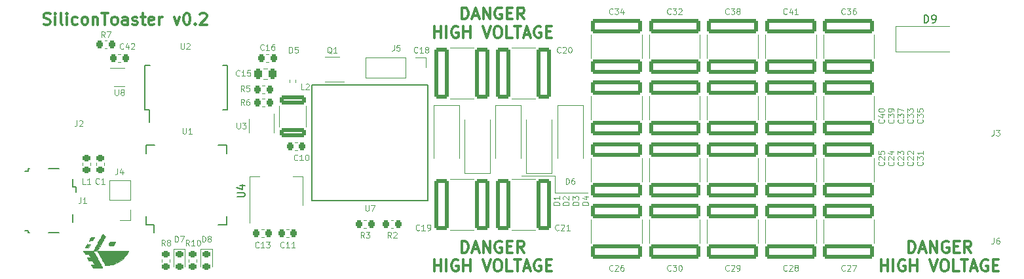
<source format=gbr>
%TF.GenerationSoftware,KiCad,Pcbnew,8.0.7*%
%TF.CreationDate,2025-01-15T10:07:11+01:00*%
%TF.ProjectId,emfi,656d6669-2e6b-4696-9361-645f70636258,0.1*%
%TF.SameCoordinates,Original*%
%TF.FileFunction,Legend,Top*%
%TF.FilePolarity,Positive*%
%FSLAX46Y46*%
G04 Gerber Fmt 4.6, Leading zero omitted, Abs format (unit mm)*
G04 Created by KiCad (PCBNEW 8.0.7) date 2025-01-15 10:07:11*
%MOMM*%
%LPD*%
G01*
G04 APERTURE LIST*
G04 Aperture macros list*
%AMRoundRect*
0 Rectangle with rounded corners*
0 $1 Rounding radius*
0 $2 $3 $4 $5 $6 $7 $8 $9 X,Y pos of 4 corners*
0 Add a 4 corners polygon primitive as box body*
4,1,4,$2,$3,$4,$5,$6,$7,$8,$9,$2,$3,0*
0 Add four circle primitives for the rounded corners*
1,1,$1+$1,$2,$3*
1,1,$1+$1,$4,$5*
1,1,$1+$1,$6,$7*
1,1,$1+$1,$8,$9*
0 Add four rect primitives between the rounded corners*
20,1,$1+$1,$2,$3,$4,$5,0*
20,1,$1+$1,$4,$5,$6,$7,0*
20,1,$1+$1,$6,$7,$8,$9,0*
20,1,$1+$1,$8,$9,$2,$3,0*%
G04 Aperture macros list end*
%ADD10C,0.125000*%
%ADD11C,0.300000*%
%ADD12C,0.150000*%
%ADD13C,0.120000*%
%ADD14C,0.010000*%
%ADD15RoundRect,0.218750X-0.218750X-0.256250X0.218750X-0.256250X0.218750X0.256250X-0.218750X0.256250X0*%
%ADD16RoundRect,0.218750X0.218750X0.256250X-0.218750X0.256250X-0.218750X-0.256250X0.218750X-0.256250X0*%
%ADD17C,3.000000*%
%ADD18RoundRect,0.243750X0.243750X0.456250X-0.243750X0.456250X-0.243750X-0.456250X0.243750X-0.456250X0*%
%ADD19RoundRect,0.250000X1.450000X-0.312500X1.450000X0.312500X-1.450000X0.312500X-1.450000X-0.312500X0*%
%ADD20R,0.650000X1.060000*%
%ADD21R,2.540000X2.670000*%
%ADD22R,1.270000X0.762000*%
%ADD23R,0.250000X1.000000*%
%ADD24R,1.000000X0.250000*%
%ADD25R,0.450000X1.750000*%
%ADD26R,1.060000X0.650000*%
%ADD27R,1.700000X1.700000*%
%ADD28O,1.700000X1.700000*%
%ADD29RoundRect,0.218750X-0.256250X0.218750X-0.256250X-0.218750X0.256250X-0.218750X0.256250X0.218750X0*%
%ADD30R,1.800000X3.500000*%
%ADD31RoundRect,0.250000X0.650000X3.050000X-0.650000X3.050000X-0.650000X-3.050000X0.650000X-3.050000X0*%
%ADD32RoundRect,0.250000X-0.650000X-3.050000X0.650000X-3.050000X0.650000X3.050000X-0.650000X3.050000X0*%
%ADD33RoundRect,0.250000X3.050000X-0.650000X3.050000X0.650000X-3.050000X0.650000X-3.050000X-0.650000X0*%
%ADD34RoundRect,0.250000X-3.050000X0.650000X-3.050000X-0.650000X3.050000X-0.650000X3.050000X0.650000X0*%
%ADD35R,1.500000X2.000000*%
%ADD36R,3.800000X2.000000*%
%ADD37RoundRect,0.218750X0.256250X-0.218750X0.256250X0.218750X-0.256250X0.218750X-0.256250X-0.218750X0*%
%ADD38C,0.800000*%
%ADD39R,2.500000X1.000000*%
%ADD40R,6.400000X1.440000*%
%ADD41R,3.500000X1.800000*%
%ADD42R,0.650000X0.400000*%
%ADD43R,4.500000X2.500000*%
%ADD44O,4.500000X2.500000*%
%ADD45O,1.800000X1.150000*%
%ADD46O,2.000000X1.450000*%
%ADD47R,1.300000X0.450000*%
%ADD48O,0.800000X0.800000*%
G04 APERTURE END LIST*
D10*
X111500000Y-51750000D02*
X107250000Y-51750000D01*
X115750000Y-54000000D02*
X111500000Y-54000000D01*
X111500000Y-54000000D02*
X111500000Y-51750000D01*
D11*
X45464286Y-32106900D02*
X45678572Y-32178328D01*
X45678572Y-32178328D02*
X46035714Y-32178328D01*
X46035714Y-32178328D02*
X46178572Y-32106900D01*
X46178572Y-32106900D02*
X46250000Y-32035471D01*
X46250000Y-32035471D02*
X46321429Y-31892614D01*
X46321429Y-31892614D02*
X46321429Y-31749757D01*
X46321429Y-31749757D02*
X46250000Y-31606900D01*
X46250000Y-31606900D02*
X46178572Y-31535471D01*
X46178572Y-31535471D02*
X46035714Y-31464042D01*
X46035714Y-31464042D02*
X45750000Y-31392614D01*
X45750000Y-31392614D02*
X45607143Y-31321185D01*
X45607143Y-31321185D02*
X45535714Y-31249757D01*
X45535714Y-31249757D02*
X45464286Y-31106900D01*
X45464286Y-31106900D02*
X45464286Y-30964042D01*
X45464286Y-30964042D02*
X45535714Y-30821185D01*
X45535714Y-30821185D02*
X45607143Y-30749757D01*
X45607143Y-30749757D02*
X45750000Y-30678328D01*
X45750000Y-30678328D02*
X46107143Y-30678328D01*
X46107143Y-30678328D02*
X46321429Y-30749757D01*
X46964285Y-32178328D02*
X46964285Y-31178328D01*
X46964285Y-30678328D02*
X46892857Y-30749757D01*
X46892857Y-30749757D02*
X46964285Y-30821185D01*
X46964285Y-30821185D02*
X47035714Y-30749757D01*
X47035714Y-30749757D02*
X46964285Y-30678328D01*
X46964285Y-30678328D02*
X46964285Y-30821185D01*
X47892857Y-32178328D02*
X47750000Y-32106900D01*
X47750000Y-32106900D02*
X47678571Y-31964042D01*
X47678571Y-31964042D02*
X47678571Y-30678328D01*
X48464285Y-32178328D02*
X48464285Y-31178328D01*
X48464285Y-30678328D02*
X48392857Y-30749757D01*
X48392857Y-30749757D02*
X48464285Y-30821185D01*
X48464285Y-30821185D02*
X48535714Y-30749757D01*
X48535714Y-30749757D02*
X48464285Y-30678328D01*
X48464285Y-30678328D02*
X48464285Y-30821185D01*
X49821429Y-32106900D02*
X49678571Y-32178328D01*
X49678571Y-32178328D02*
X49392857Y-32178328D01*
X49392857Y-32178328D02*
X49250000Y-32106900D01*
X49250000Y-32106900D02*
X49178571Y-32035471D01*
X49178571Y-32035471D02*
X49107143Y-31892614D01*
X49107143Y-31892614D02*
X49107143Y-31464042D01*
X49107143Y-31464042D02*
X49178571Y-31321185D01*
X49178571Y-31321185D02*
X49250000Y-31249757D01*
X49250000Y-31249757D02*
X49392857Y-31178328D01*
X49392857Y-31178328D02*
X49678571Y-31178328D01*
X49678571Y-31178328D02*
X49821429Y-31249757D01*
X50678571Y-32178328D02*
X50535714Y-32106900D01*
X50535714Y-32106900D02*
X50464285Y-32035471D01*
X50464285Y-32035471D02*
X50392857Y-31892614D01*
X50392857Y-31892614D02*
X50392857Y-31464042D01*
X50392857Y-31464042D02*
X50464285Y-31321185D01*
X50464285Y-31321185D02*
X50535714Y-31249757D01*
X50535714Y-31249757D02*
X50678571Y-31178328D01*
X50678571Y-31178328D02*
X50892857Y-31178328D01*
X50892857Y-31178328D02*
X51035714Y-31249757D01*
X51035714Y-31249757D02*
X51107143Y-31321185D01*
X51107143Y-31321185D02*
X51178571Y-31464042D01*
X51178571Y-31464042D02*
X51178571Y-31892614D01*
X51178571Y-31892614D02*
X51107143Y-32035471D01*
X51107143Y-32035471D02*
X51035714Y-32106900D01*
X51035714Y-32106900D02*
X50892857Y-32178328D01*
X50892857Y-32178328D02*
X50678571Y-32178328D01*
X51821428Y-31178328D02*
X51821428Y-32178328D01*
X51821428Y-31321185D02*
X51892857Y-31249757D01*
X51892857Y-31249757D02*
X52035714Y-31178328D01*
X52035714Y-31178328D02*
X52250000Y-31178328D01*
X52250000Y-31178328D02*
X52392857Y-31249757D01*
X52392857Y-31249757D02*
X52464286Y-31392614D01*
X52464286Y-31392614D02*
X52464286Y-32178328D01*
X52964286Y-30678328D02*
X53821429Y-30678328D01*
X53392857Y-32178328D02*
X53392857Y-30678328D01*
X54535714Y-32178328D02*
X54392857Y-32106900D01*
X54392857Y-32106900D02*
X54321428Y-32035471D01*
X54321428Y-32035471D02*
X54250000Y-31892614D01*
X54250000Y-31892614D02*
X54250000Y-31464042D01*
X54250000Y-31464042D02*
X54321428Y-31321185D01*
X54321428Y-31321185D02*
X54392857Y-31249757D01*
X54392857Y-31249757D02*
X54535714Y-31178328D01*
X54535714Y-31178328D02*
X54750000Y-31178328D01*
X54750000Y-31178328D02*
X54892857Y-31249757D01*
X54892857Y-31249757D02*
X54964286Y-31321185D01*
X54964286Y-31321185D02*
X55035714Y-31464042D01*
X55035714Y-31464042D02*
X55035714Y-31892614D01*
X55035714Y-31892614D02*
X54964286Y-32035471D01*
X54964286Y-32035471D02*
X54892857Y-32106900D01*
X54892857Y-32106900D02*
X54750000Y-32178328D01*
X54750000Y-32178328D02*
X54535714Y-32178328D01*
X56321429Y-32178328D02*
X56321429Y-31392614D01*
X56321429Y-31392614D02*
X56250000Y-31249757D01*
X56250000Y-31249757D02*
X56107143Y-31178328D01*
X56107143Y-31178328D02*
X55821429Y-31178328D01*
X55821429Y-31178328D02*
X55678571Y-31249757D01*
X56321429Y-32106900D02*
X56178571Y-32178328D01*
X56178571Y-32178328D02*
X55821429Y-32178328D01*
X55821429Y-32178328D02*
X55678571Y-32106900D01*
X55678571Y-32106900D02*
X55607143Y-31964042D01*
X55607143Y-31964042D02*
X55607143Y-31821185D01*
X55607143Y-31821185D02*
X55678571Y-31678328D01*
X55678571Y-31678328D02*
X55821429Y-31606900D01*
X55821429Y-31606900D02*
X56178571Y-31606900D01*
X56178571Y-31606900D02*
X56321429Y-31535471D01*
X56964286Y-32106900D02*
X57107143Y-32178328D01*
X57107143Y-32178328D02*
X57392857Y-32178328D01*
X57392857Y-32178328D02*
X57535714Y-32106900D01*
X57535714Y-32106900D02*
X57607143Y-31964042D01*
X57607143Y-31964042D02*
X57607143Y-31892614D01*
X57607143Y-31892614D02*
X57535714Y-31749757D01*
X57535714Y-31749757D02*
X57392857Y-31678328D01*
X57392857Y-31678328D02*
X57178572Y-31678328D01*
X57178572Y-31678328D02*
X57035714Y-31606900D01*
X57035714Y-31606900D02*
X56964286Y-31464042D01*
X56964286Y-31464042D02*
X56964286Y-31392614D01*
X56964286Y-31392614D02*
X57035714Y-31249757D01*
X57035714Y-31249757D02*
X57178572Y-31178328D01*
X57178572Y-31178328D02*
X57392857Y-31178328D01*
X57392857Y-31178328D02*
X57535714Y-31249757D01*
X58035715Y-31178328D02*
X58607143Y-31178328D01*
X58250000Y-30678328D02*
X58250000Y-31964042D01*
X58250000Y-31964042D02*
X58321429Y-32106900D01*
X58321429Y-32106900D02*
X58464286Y-32178328D01*
X58464286Y-32178328D02*
X58607143Y-32178328D01*
X59678572Y-32106900D02*
X59535715Y-32178328D01*
X59535715Y-32178328D02*
X59250001Y-32178328D01*
X59250001Y-32178328D02*
X59107143Y-32106900D01*
X59107143Y-32106900D02*
X59035715Y-31964042D01*
X59035715Y-31964042D02*
X59035715Y-31392614D01*
X59035715Y-31392614D02*
X59107143Y-31249757D01*
X59107143Y-31249757D02*
X59250001Y-31178328D01*
X59250001Y-31178328D02*
X59535715Y-31178328D01*
X59535715Y-31178328D02*
X59678572Y-31249757D01*
X59678572Y-31249757D02*
X59750001Y-31392614D01*
X59750001Y-31392614D02*
X59750001Y-31535471D01*
X59750001Y-31535471D02*
X59035715Y-31678328D01*
X60392857Y-32178328D02*
X60392857Y-31178328D01*
X60392857Y-31464042D02*
X60464286Y-31321185D01*
X60464286Y-31321185D02*
X60535715Y-31249757D01*
X60535715Y-31249757D02*
X60678572Y-31178328D01*
X60678572Y-31178328D02*
X60821429Y-31178328D01*
X62321428Y-31178328D02*
X62678571Y-32178328D01*
X62678571Y-32178328D02*
X63035714Y-31178328D01*
X63892857Y-30678328D02*
X64035714Y-30678328D01*
X64035714Y-30678328D02*
X64178571Y-30749757D01*
X64178571Y-30749757D02*
X64250000Y-30821185D01*
X64250000Y-30821185D02*
X64321428Y-30964042D01*
X64321428Y-30964042D02*
X64392857Y-31249757D01*
X64392857Y-31249757D02*
X64392857Y-31606900D01*
X64392857Y-31606900D02*
X64321428Y-31892614D01*
X64321428Y-31892614D02*
X64250000Y-32035471D01*
X64250000Y-32035471D02*
X64178571Y-32106900D01*
X64178571Y-32106900D02*
X64035714Y-32178328D01*
X64035714Y-32178328D02*
X63892857Y-32178328D01*
X63892857Y-32178328D02*
X63750000Y-32106900D01*
X63750000Y-32106900D02*
X63678571Y-32035471D01*
X63678571Y-32035471D02*
X63607142Y-31892614D01*
X63607142Y-31892614D02*
X63535714Y-31606900D01*
X63535714Y-31606900D02*
X63535714Y-31249757D01*
X63535714Y-31249757D02*
X63607142Y-30964042D01*
X63607142Y-30964042D02*
X63678571Y-30821185D01*
X63678571Y-30821185D02*
X63750000Y-30749757D01*
X63750000Y-30749757D02*
X63892857Y-30678328D01*
X65035713Y-32035471D02*
X65107142Y-32106900D01*
X65107142Y-32106900D02*
X65035713Y-32178328D01*
X65035713Y-32178328D02*
X64964285Y-32106900D01*
X64964285Y-32106900D02*
X65035713Y-32035471D01*
X65035713Y-32035471D02*
X65035713Y-32178328D01*
X65678571Y-30821185D02*
X65749999Y-30749757D01*
X65749999Y-30749757D02*
X65892857Y-30678328D01*
X65892857Y-30678328D02*
X66249999Y-30678328D01*
X66249999Y-30678328D02*
X66392857Y-30749757D01*
X66392857Y-30749757D02*
X66464285Y-30821185D01*
X66464285Y-30821185D02*
X66535714Y-30964042D01*
X66535714Y-30964042D02*
X66535714Y-31106900D01*
X66535714Y-31106900D02*
X66464285Y-31321185D01*
X66464285Y-31321185D02*
X65607142Y-32178328D01*
X65607142Y-32178328D02*
X66535714Y-32178328D01*
X99499999Y-61720870D02*
X99499999Y-60220870D01*
X99499999Y-60220870D02*
X99857142Y-60220870D01*
X99857142Y-60220870D02*
X100071428Y-60292299D01*
X100071428Y-60292299D02*
X100214285Y-60435156D01*
X100214285Y-60435156D02*
X100285714Y-60578013D01*
X100285714Y-60578013D02*
X100357142Y-60863727D01*
X100357142Y-60863727D02*
X100357142Y-61078013D01*
X100357142Y-61078013D02*
X100285714Y-61363727D01*
X100285714Y-61363727D02*
X100214285Y-61506584D01*
X100214285Y-61506584D02*
X100071428Y-61649442D01*
X100071428Y-61649442D02*
X99857142Y-61720870D01*
X99857142Y-61720870D02*
X99499999Y-61720870D01*
X100928571Y-61292299D02*
X101642857Y-61292299D01*
X100785714Y-61720870D02*
X101285714Y-60220870D01*
X101285714Y-60220870D02*
X101785714Y-61720870D01*
X102285713Y-61720870D02*
X102285713Y-60220870D01*
X102285713Y-60220870D02*
X103142856Y-61720870D01*
X103142856Y-61720870D02*
X103142856Y-60220870D01*
X104642857Y-60292299D02*
X104500000Y-60220870D01*
X104500000Y-60220870D02*
X104285714Y-60220870D01*
X104285714Y-60220870D02*
X104071428Y-60292299D01*
X104071428Y-60292299D02*
X103928571Y-60435156D01*
X103928571Y-60435156D02*
X103857142Y-60578013D01*
X103857142Y-60578013D02*
X103785714Y-60863727D01*
X103785714Y-60863727D02*
X103785714Y-61078013D01*
X103785714Y-61078013D02*
X103857142Y-61363727D01*
X103857142Y-61363727D02*
X103928571Y-61506584D01*
X103928571Y-61506584D02*
X104071428Y-61649442D01*
X104071428Y-61649442D02*
X104285714Y-61720870D01*
X104285714Y-61720870D02*
X104428571Y-61720870D01*
X104428571Y-61720870D02*
X104642857Y-61649442D01*
X104642857Y-61649442D02*
X104714285Y-61578013D01*
X104714285Y-61578013D02*
X104714285Y-61078013D01*
X104714285Y-61078013D02*
X104428571Y-61078013D01*
X105357142Y-60935156D02*
X105857142Y-60935156D01*
X106071428Y-61720870D02*
X105357142Y-61720870D01*
X105357142Y-61720870D02*
X105357142Y-60220870D01*
X105357142Y-60220870D02*
X106071428Y-60220870D01*
X107571428Y-61720870D02*
X107071428Y-61006584D01*
X106714285Y-61720870D02*
X106714285Y-60220870D01*
X106714285Y-60220870D02*
X107285714Y-60220870D01*
X107285714Y-60220870D02*
X107428571Y-60292299D01*
X107428571Y-60292299D02*
X107500000Y-60363727D01*
X107500000Y-60363727D02*
X107571428Y-60506584D01*
X107571428Y-60506584D02*
X107571428Y-60720870D01*
X107571428Y-60720870D02*
X107500000Y-60863727D01*
X107500000Y-60863727D02*
X107428571Y-60935156D01*
X107428571Y-60935156D02*
X107285714Y-61006584D01*
X107285714Y-61006584D02*
X106714285Y-61006584D01*
X95928570Y-64135786D02*
X95928570Y-62635786D01*
X95928570Y-63350072D02*
X96785713Y-63350072D01*
X96785713Y-64135786D02*
X96785713Y-62635786D01*
X97499999Y-64135786D02*
X97499999Y-62635786D01*
X99000000Y-62707215D02*
X98857143Y-62635786D01*
X98857143Y-62635786D02*
X98642857Y-62635786D01*
X98642857Y-62635786D02*
X98428571Y-62707215D01*
X98428571Y-62707215D02*
X98285714Y-62850072D01*
X98285714Y-62850072D02*
X98214285Y-62992929D01*
X98214285Y-62992929D02*
X98142857Y-63278643D01*
X98142857Y-63278643D02*
X98142857Y-63492929D01*
X98142857Y-63492929D02*
X98214285Y-63778643D01*
X98214285Y-63778643D02*
X98285714Y-63921500D01*
X98285714Y-63921500D02*
X98428571Y-64064358D01*
X98428571Y-64064358D02*
X98642857Y-64135786D01*
X98642857Y-64135786D02*
X98785714Y-64135786D01*
X98785714Y-64135786D02*
X99000000Y-64064358D01*
X99000000Y-64064358D02*
X99071428Y-63992929D01*
X99071428Y-63992929D02*
X99071428Y-63492929D01*
X99071428Y-63492929D02*
X98785714Y-63492929D01*
X99714285Y-64135786D02*
X99714285Y-62635786D01*
X99714285Y-63350072D02*
X100571428Y-63350072D01*
X100571428Y-64135786D02*
X100571428Y-62635786D01*
X102214286Y-62635786D02*
X102714286Y-64135786D01*
X102714286Y-64135786D02*
X103214286Y-62635786D01*
X104000000Y-62635786D02*
X104285714Y-62635786D01*
X104285714Y-62635786D02*
X104428571Y-62707215D01*
X104428571Y-62707215D02*
X104571428Y-62850072D01*
X104571428Y-62850072D02*
X104642857Y-63135786D01*
X104642857Y-63135786D02*
X104642857Y-63635786D01*
X104642857Y-63635786D02*
X104571428Y-63921500D01*
X104571428Y-63921500D02*
X104428571Y-64064358D01*
X104428571Y-64064358D02*
X104285714Y-64135786D01*
X104285714Y-64135786D02*
X104000000Y-64135786D01*
X104000000Y-64135786D02*
X103857143Y-64064358D01*
X103857143Y-64064358D02*
X103714285Y-63921500D01*
X103714285Y-63921500D02*
X103642857Y-63635786D01*
X103642857Y-63635786D02*
X103642857Y-63135786D01*
X103642857Y-63135786D02*
X103714285Y-62850072D01*
X103714285Y-62850072D02*
X103857143Y-62707215D01*
X103857143Y-62707215D02*
X104000000Y-62635786D01*
X106000000Y-64135786D02*
X105285714Y-64135786D01*
X105285714Y-64135786D02*
X105285714Y-62635786D01*
X106285715Y-62635786D02*
X107142858Y-62635786D01*
X106714286Y-64135786D02*
X106714286Y-62635786D01*
X107571429Y-63707215D02*
X108285715Y-63707215D01*
X107428572Y-64135786D02*
X107928572Y-62635786D01*
X107928572Y-62635786D02*
X108428572Y-64135786D01*
X109714286Y-62707215D02*
X109571429Y-62635786D01*
X109571429Y-62635786D02*
X109357143Y-62635786D01*
X109357143Y-62635786D02*
X109142857Y-62707215D01*
X109142857Y-62707215D02*
X109000000Y-62850072D01*
X109000000Y-62850072D02*
X108928571Y-62992929D01*
X108928571Y-62992929D02*
X108857143Y-63278643D01*
X108857143Y-63278643D02*
X108857143Y-63492929D01*
X108857143Y-63492929D02*
X108928571Y-63778643D01*
X108928571Y-63778643D02*
X109000000Y-63921500D01*
X109000000Y-63921500D02*
X109142857Y-64064358D01*
X109142857Y-64064358D02*
X109357143Y-64135786D01*
X109357143Y-64135786D02*
X109500000Y-64135786D01*
X109500000Y-64135786D02*
X109714286Y-64064358D01*
X109714286Y-64064358D02*
X109785714Y-63992929D01*
X109785714Y-63992929D02*
X109785714Y-63492929D01*
X109785714Y-63492929D02*
X109500000Y-63492929D01*
X110428571Y-63350072D02*
X110928571Y-63350072D01*
X111142857Y-64135786D02*
X110428571Y-64135786D01*
X110428571Y-64135786D02*
X110428571Y-62635786D01*
X110428571Y-62635786D02*
X111142857Y-62635786D01*
X99499999Y-31470870D02*
X99499999Y-29970870D01*
X99499999Y-29970870D02*
X99857142Y-29970870D01*
X99857142Y-29970870D02*
X100071428Y-30042299D01*
X100071428Y-30042299D02*
X100214285Y-30185156D01*
X100214285Y-30185156D02*
X100285714Y-30328013D01*
X100285714Y-30328013D02*
X100357142Y-30613727D01*
X100357142Y-30613727D02*
X100357142Y-30828013D01*
X100357142Y-30828013D02*
X100285714Y-31113727D01*
X100285714Y-31113727D02*
X100214285Y-31256584D01*
X100214285Y-31256584D02*
X100071428Y-31399442D01*
X100071428Y-31399442D02*
X99857142Y-31470870D01*
X99857142Y-31470870D02*
X99499999Y-31470870D01*
X100928571Y-31042299D02*
X101642857Y-31042299D01*
X100785714Y-31470870D02*
X101285714Y-29970870D01*
X101285714Y-29970870D02*
X101785714Y-31470870D01*
X102285713Y-31470870D02*
X102285713Y-29970870D01*
X102285713Y-29970870D02*
X103142856Y-31470870D01*
X103142856Y-31470870D02*
X103142856Y-29970870D01*
X104642857Y-30042299D02*
X104500000Y-29970870D01*
X104500000Y-29970870D02*
X104285714Y-29970870D01*
X104285714Y-29970870D02*
X104071428Y-30042299D01*
X104071428Y-30042299D02*
X103928571Y-30185156D01*
X103928571Y-30185156D02*
X103857142Y-30328013D01*
X103857142Y-30328013D02*
X103785714Y-30613727D01*
X103785714Y-30613727D02*
X103785714Y-30828013D01*
X103785714Y-30828013D02*
X103857142Y-31113727D01*
X103857142Y-31113727D02*
X103928571Y-31256584D01*
X103928571Y-31256584D02*
X104071428Y-31399442D01*
X104071428Y-31399442D02*
X104285714Y-31470870D01*
X104285714Y-31470870D02*
X104428571Y-31470870D01*
X104428571Y-31470870D02*
X104642857Y-31399442D01*
X104642857Y-31399442D02*
X104714285Y-31328013D01*
X104714285Y-31328013D02*
X104714285Y-30828013D01*
X104714285Y-30828013D02*
X104428571Y-30828013D01*
X105357142Y-30685156D02*
X105857142Y-30685156D01*
X106071428Y-31470870D02*
X105357142Y-31470870D01*
X105357142Y-31470870D02*
X105357142Y-29970870D01*
X105357142Y-29970870D02*
X106071428Y-29970870D01*
X107571428Y-31470870D02*
X107071428Y-30756584D01*
X106714285Y-31470870D02*
X106714285Y-29970870D01*
X106714285Y-29970870D02*
X107285714Y-29970870D01*
X107285714Y-29970870D02*
X107428571Y-30042299D01*
X107428571Y-30042299D02*
X107500000Y-30113727D01*
X107500000Y-30113727D02*
X107571428Y-30256584D01*
X107571428Y-30256584D02*
X107571428Y-30470870D01*
X107571428Y-30470870D02*
X107500000Y-30613727D01*
X107500000Y-30613727D02*
X107428571Y-30685156D01*
X107428571Y-30685156D02*
X107285714Y-30756584D01*
X107285714Y-30756584D02*
X106714285Y-30756584D01*
X95928570Y-33885786D02*
X95928570Y-32385786D01*
X95928570Y-33100072D02*
X96785713Y-33100072D01*
X96785713Y-33885786D02*
X96785713Y-32385786D01*
X97499999Y-33885786D02*
X97499999Y-32385786D01*
X99000000Y-32457215D02*
X98857143Y-32385786D01*
X98857143Y-32385786D02*
X98642857Y-32385786D01*
X98642857Y-32385786D02*
X98428571Y-32457215D01*
X98428571Y-32457215D02*
X98285714Y-32600072D01*
X98285714Y-32600072D02*
X98214285Y-32742929D01*
X98214285Y-32742929D02*
X98142857Y-33028643D01*
X98142857Y-33028643D02*
X98142857Y-33242929D01*
X98142857Y-33242929D02*
X98214285Y-33528643D01*
X98214285Y-33528643D02*
X98285714Y-33671500D01*
X98285714Y-33671500D02*
X98428571Y-33814358D01*
X98428571Y-33814358D02*
X98642857Y-33885786D01*
X98642857Y-33885786D02*
X98785714Y-33885786D01*
X98785714Y-33885786D02*
X99000000Y-33814358D01*
X99000000Y-33814358D02*
X99071428Y-33742929D01*
X99071428Y-33742929D02*
X99071428Y-33242929D01*
X99071428Y-33242929D02*
X98785714Y-33242929D01*
X99714285Y-33885786D02*
X99714285Y-32385786D01*
X99714285Y-33100072D02*
X100571428Y-33100072D01*
X100571428Y-33885786D02*
X100571428Y-32385786D01*
X102214286Y-32385786D02*
X102714286Y-33885786D01*
X102714286Y-33885786D02*
X103214286Y-32385786D01*
X104000000Y-32385786D02*
X104285714Y-32385786D01*
X104285714Y-32385786D02*
X104428571Y-32457215D01*
X104428571Y-32457215D02*
X104571428Y-32600072D01*
X104571428Y-32600072D02*
X104642857Y-32885786D01*
X104642857Y-32885786D02*
X104642857Y-33385786D01*
X104642857Y-33385786D02*
X104571428Y-33671500D01*
X104571428Y-33671500D02*
X104428571Y-33814358D01*
X104428571Y-33814358D02*
X104285714Y-33885786D01*
X104285714Y-33885786D02*
X104000000Y-33885786D01*
X104000000Y-33885786D02*
X103857143Y-33814358D01*
X103857143Y-33814358D02*
X103714285Y-33671500D01*
X103714285Y-33671500D02*
X103642857Y-33385786D01*
X103642857Y-33385786D02*
X103642857Y-32885786D01*
X103642857Y-32885786D02*
X103714285Y-32600072D01*
X103714285Y-32600072D02*
X103857143Y-32457215D01*
X103857143Y-32457215D02*
X104000000Y-32385786D01*
X106000000Y-33885786D02*
X105285714Y-33885786D01*
X105285714Y-33885786D02*
X105285714Y-32385786D01*
X106285715Y-32385786D02*
X107142858Y-32385786D01*
X106714286Y-33885786D02*
X106714286Y-32385786D01*
X107571429Y-33457215D02*
X108285715Y-33457215D01*
X107428572Y-33885786D02*
X107928572Y-32385786D01*
X107928572Y-32385786D02*
X108428572Y-33885786D01*
X109714286Y-32457215D02*
X109571429Y-32385786D01*
X109571429Y-32385786D02*
X109357143Y-32385786D01*
X109357143Y-32385786D02*
X109142857Y-32457215D01*
X109142857Y-32457215D02*
X109000000Y-32600072D01*
X109000000Y-32600072D02*
X108928571Y-32742929D01*
X108928571Y-32742929D02*
X108857143Y-33028643D01*
X108857143Y-33028643D02*
X108857143Y-33242929D01*
X108857143Y-33242929D02*
X108928571Y-33528643D01*
X108928571Y-33528643D02*
X109000000Y-33671500D01*
X109000000Y-33671500D02*
X109142857Y-33814358D01*
X109142857Y-33814358D02*
X109357143Y-33885786D01*
X109357143Y-33885786D02*
X109500000Y-33885786D01*
X109500000Y-33885786D02*
X109714286Y-33814358D01*
X109714286Y-33814358D02*
X109785714Y-33742929D01*
X109785714Y-33742929D02*
X109785714Y-33242929D01*
X109785714Y-33242929D02*
X109500000Y-33242929D01*
X110428571Y-33100072D02*
X110928571Y-33100072D01*
X111142857Y-33885786D02*
X110428571Y-33885786D01*
X110428571Y-33885786D02*
X110428571Y-32385786D01*
X110428571Y-32385786D02*
X111142857Y-32385786D01*
X157249999Y-61720870D02*
X157249999Y-60220870D01*
X157249999Y-60220870D02*
X157607142Y-60220870D01*
X157607142Y-60220870D02*
X157821428Y-60292299D01*
X157821428Y-60292299D02*
X157964285Y-60435156D01*
X157964285Y-60435156D02*
X158035714Y-60578013D01*
X158035714Y-60578013D02*
X158107142Y-60863727D01*
X158107142Y-60863727D02*
X158107142Y-61078013D01*
X158107142Y-61078013D02*
X158035714Y-61363727D01*
X158035714Y-61363727D02*
X157964285Y-61506584D01*
X157964285Y-61506584D02*
X157821428Y-61649442D01*
X157821428Y-61649442D02*
X157607142Y-61720870D01*
X157607142Y-61720870D02*
X157249999Y-61720870D01*
X158678571Y-61292299D02*
X159392857Y-61292299D01*
X158535714Y-61720870D02*
X159035714Y-60220870D01*
X159035714Y-60220870D02*
X159535714Y-61720870D01*
X160035713Y-61720870D02*
X160035713Y-60220870D01*
X160035713Y-60220870D02*
X160892856Y-61720870D01*
X160892856Y-61720870D02*
X160892856Y-60220870D01*
X162392857Y-60292299D02*
X162250000Y-60220870D01*
X162250000Y-60220870D02*
X162035714Y-60220870D01*
X162035714Y-60220870D02*
X161821428Y-60292299D01*
X161821428Y-60292299D02*
X161678571Y-60435156D01*
X161678571Y-60435156D02*
X161607142Y-60578013D01*
X161607142Y-60578013D02*
X161535714Y-60863727D01*
X161535714Y-60863727D02*
X161535714Y-61078013D01*
X161535714Y-61078013D02*
X161607142Y-61363727D01*
X161607142Y-61363727D02*
X161678571Y-61506584D01*
X161678571Y-61506584D02*
X161821428Y-61649442D01*
X161821428Y-61649442D02*
X162035714Y-61720870D01*
X162035714Y-61720870D02*
X162178571Y-61720870D01*
X162178571Y-61720870D02*
X162392857Y-61649442D01*
X162392857Y-61649442D02*
X162464285Y-61578013D01*
X162464285Y-61578013D02*
X162464285Y-61078013D01*
X162464285Y-61078013D02*
X162178571Y-61078013D01*
X163107142Y-60935156D02*
X163607142Y-60935156D01*
X163821428Y-61720870D02*
X163107142Y-61720870D01*
X163107142Y-61720870D02*
X163107142Y-60220870D01*
X163107142Y-60220870D02*
X163821428Y-60220870D01*
X165321428Y-61720870D02*
X164821428Y-61006584D01*
X164464285Y-61720870D02*
X164464285Y-60220870D01*
X164464285Y-60220870D02*
X165035714Y-60220870D01*
X165035714Y-60220870D02*
X165178571Y-60292299D01*
X165178571Y-60292299D02*
X165250000Y-60363727D01*
X165250000Y-60363727D02*
X165321428Y-60506584D01*
X165321428Y-60506584D02*
X165321428Y-60720870D01*
X165321428Y-60720870D02*
X165250000Y-60863727D01*
X165250000Y-60863727D02*
X165178571Y-60935156D01*
X165178571Y-60935156D02*
X165035714Y-61006584D01*
X165035714Y-61006584D02*
X164464285Y-61006584D01*
X153678570Y-64135786D02*
X153678570Y-62635786D01*
X153678570Y-63350072D02*
X154535713Y-63350072D01*
X154535713Y-64135786D02*
X154535713Y-62635786D01*
X155249999Y-64135786D02*
X155249999Y-62635786D01*
X156750000Y-62707215D02*
X156607143Y-62635786D01*
X156607143Y-62635786D02*
X156392857Y-62635786D01*
X156392857Y-62635786D02*
X156178571Y-62707215D01*
X156178571Y-62707215D02*
X156035714Y-62850072D01*
X156035714Y-62850072D02*
X155964285Y-62992929D01*
X155964285Y-62992929D02*
X155892857Y-63278643D01*
X155892857Y-63278643D02*
X155892857Y-63492929D01*
X155892857Y-63492929D02*
X155964285Y-63778643D01*
X155964285Y-63778643D02*
X156035714Y-63921500D01*
X156035714Y-63921500D02*
X156178571Y-64064358D01*
X156178571Y-64064358D02*
X156392857Y-64135786D01*
X156392857Y-64135786D02*
X156535714Y-64135786D01*
X156535714Y-64135786D02*
X156750000Y-64064358D01*
X156750000Y-64064358D02*
X156821428Y-63992929D01*
X156821428Y-63992929D02*
X156821428Y-63492929D01*
X156821428Y-63492929D02*
X156535714Y-63492929D01*
X157464285Y-64135786D02*
X157464285Y-62635786D01*
X157464285Y-63350072D02*
X158321428Y-63350072D01*
X158321428Y-64135786D02*
X158321428Y-62635786D01*
X159964286Y-62635786D02*
X160464286Y-64135786D01*
X160464286Y-64135786D02*
X160964286Y-62635786D01*
X161750000Y-62635786D02*
X162035714Y-62635786D01*
X162035714Y-62635786D02*
X162178571Y-62707215D01*
X162178571Y-62707215D02*
X162321428Y-62850072D01*
X162321428Y-62850072D02*
X162392857Y-63135786D01*
X162392857Y-63135786D02*
X162392857Y-63635786D01*
X162392857Y-63635786D02*
X162321428Y-63921500D01*
X162321428Y-63921500D02*
X162178571Y-64064358D01*
X162178571Y-64064358D02*
X162035714Y-64135786D01*
X162035714Y-64135786D02*
X161750000Y-64135786D01*
X161750000Y-64135786D02*
X161607143Y-64064358D01*
X161607143Y-64064358D02*
X161464285Y-63921500D01*
X161464285Y-63921500D02*
X161392857Y-63635786D01*
X161392857Y-63635786D02*
X161392857Y-63135786D01*
X161392857Y-63135786D02*
X161464285Y-62850072D01*
X161464285Y-62850072D02*
X161607143Y-62707215D01*
X161607143Y-62707215D02*
X161750000Y-62635786D01*
X163750000Y-64135786D02*
X163035714Y-64135786D01*
X163035714Y-64135786D02*
X163035714Y-62635786D01*
X164035715Y-62635786D02*
X164892858Y-62635786D01*
X164464286Y-64135786D02*
X164464286Y-62635786D01*
X165321429Y-63707215D02*
X166035715Y-63707215D01*
X165178572Y-64135786D02*
X165678572Y-62635786D01*
X165678572Y-62635786D02*
X166178572Y-64135786D01*
X167464286Y-62707215D02*
X167321429Y-62635786D01*
X167321429Y-62635786D02*
X167107143Y-62635786D01*
X167107143Y-62635786D02*
X166892857Y-62707215D01*
X166892857Y-62707215D02*
X166750000Y-62850072D01*
X166750000Y-62850072D02*
X166678571Y-62992929D01*
X166678571Y-62992929D02*
X166607143Y-63278643D01*
X166607143Y-63278643D02*
X166607143Y-63492929D01*
X166607143Y-63492929D02*
X166678571Y-63778643D01*
X166678571Y-63778643D02*
X166750000Y-63921500D01*
X166750000Y-63921500D02*
X166892857Y-64064358D01*
X166892857Y-64064358D02*
X167107143Y-64135786D01*
X167107143Y-64135786D02*
X167250000Y-64135786D01*
X167250000Y-64135786D02*
X167464286Y-64064358D01*
X167464286Y-64064358D02*
X167535714Y-63992929D01*
X167535714Y-63992929D02*
X167535714Y-63492929D01*
X167535714Y-63492929D02*
X167250000Y-63492929D01*
X168178571Y-63350072D02*
X168678571Y-63350072D01*
X168892857Y-64135786D02*
X168178571Y-64135786D01*
X168178571Y-64135786D02*
X168178571Y-62635786D01*
X168178571Y-62635786D02*
X168892857Y-62635786D01*
D10*
X53374999Y-33840464D02*
X53124999Y-33483321D01*
X52946428Y-33840464D02*
X52946428Y-33090464D01*
X52946428Y-33090464D02*
X53232142Y-33090464D01*
X53232142Y-33090464D02*
X53303571Y-33126178D01*
X53303571Y-33126178D02*
X53339285Y-33161892D01*
X53339285Y-33161892D02*
X53374999Y-33233321D01*
X53374999Y-33233321D02*
X53374999Y-33340464D01*
X53374999Y-33340464D02*
X53339285Y-33411892D01*
X53339285Y-33411892D02*
X53303571Y-33447607D01*
X53303571Y-33447607D02*
X53232142Y-33483321D01*
X53232142Y-33483321D02*
X52946428Y-33483321D01*
X53624999Y-33090464D02*
X54124999Y-33090464D01*
X54124999Y-33090464D02*
X53803571Y-33840464D01*
X73267856Y-61019035D02*
X73232142Y-61054750D01*
X73232142Y-61054750D02*
X73124999Y-61090464D01*
X73124999Y-61090464D02*
X73053571Y-61090464D01*
X73053571Y-61090464D02*
X72946428Y-61054750D01*
X72946428Y-61054750D02*
X72874999Y-60983321D01*
X72874999Y-60983321D02*
X72839285Y-60911892D01*
X72839285Y-60911892D02*
X72803571Y-60769035D01*
X72803571Y-60769035D02*
X72803571Y-60661892D01*
X72803571Y-60661892D02*
X72839285Y-60519035D01*
X72839285Y-60519035D02*
X72874999Y-60447607D01*
X72874999Y-60447607D02*
X72946428Y-60376178D01*
X72946428Y-60376178D02*
X73053571Y-60340464D01*
X73053571Y-60340464D02*
X73124999Y-60340464D01*
X73124999Y-60340464D02*
X73232142Y-60376178D01*
X73232142Y-60376178D02*
X73267856Y-60411892D01*
X73982142Y-61090464D02*
X73553571Y-61090464D01*
X73767856Y-61090464D02*
X73767856Y-60340464D01*
X73767856Y-60340464D02*
X73696428Y-60447607D01*
X73696428Y-60447607D02*
X73624999Y-60519035D01*
X73624999Y-60519035D02*
X73553571Y-60554750D01*
X74232142Y-60340464D02*
X74696428Y-60340464D01*
X74696428Y-60340464D02*
X74446428Y-60626178D01*
X74446428Y-60626178D02*
X74553571Y-60626178D01*
X74553571Y-60626178D02*
X74625000Y-60661892D01*
X74625000Y-60661892D02*
X74660714Y-60697607D01*
X74660714Y-60697607D02*
X74696428Y-60769035D01*
X74696428Y-60769035D02*
X74696428Y-60947607D01*
X74696428Y-60947607D02*
X74660714Y-61019035D01*
X74660714Y-61019035D02*
X74625000Y-61054750D01*
X74625000Y-61054750D02*
X74553571Y-61090464D01*
X74553571Y-61090464D02*
X74339285Y-61090464D01*
X74339285Y-61090464D02*
X74267857Y-61054750D01*
X74267857Y-61054750D02*
X74232142Y-61019035D01*
X76517856Y-61019035D02*
X76482142Y-61054750D01*
X76482142Y-61054750D02*
X76374999Y-61090464D01*
X76374999Y-61090464D02*
X76303571Y-61090464D01*
X76303571Y-61090464D02*
X76196428Y-61054750D01*
X76196428Y-61054750D02*
X76124999Y-60983321D01*
X76124999Y-60983321D02*
X76089285Y-60911892D01*
X76089285Y-60911892D02*
X76053571Y-60769035D01*
X76053571Y-60769035D02*
X76053571Y-60661892D01*
X76053571Y-60661892D02*
X76089285Y-60519035D01*
X76089285Y-60519035D02*
X76124999Y-60447607D01*
X76124999Y-60447607D02*
X76196428Y-60376178D01*
X76196428Y-60376178D02*
X76303571Y-60340464D01*
X76303571Y-60340464D02*
X76374999Y-60340464D01*
X76374999Y-60340464D02*
X76482142Y-60376178D01*
X76482142Y-60376178D02*
X76517856Y-60411892D01*
X77232142Y-61090464D02*
X76803571Y-61090464D01*
X77017856Y-61090464D02*
X77017856Y-60340464D01*
X77017856Y-60340464D02*
X76946428Y-60447607D01*
X76946428Y-60447607D02*
X76874999Y-60519035D01*
X76874999Y-60519035D02*
X76803571Y-60554750D01*
X77946428Y-61090464D02*
X77517857Y-61090464D01*
X77732142Y-61090464D02*
X77732142Y-60340464D01*
X77732142Y-60340464D02*
X77660714Y-60447607D01*
X77660714Y-60447607D02*
X77589285Y-60519035D01*
X77589285Y-60519035D02*
X77517857Y-60554750D01*
X78267856Y-49699035D02*
X78232142Y-49734750D01*
X78232142Y-49734750D02*
X78124999Y-49770464D01*
X78124999Y-49770464D02*
X78053571Y-49770464D01*
X78053571Y-49770464D02*
X77946428Y-49734750D01*
X77946428Y-49734750D02*
X77874999Y-49663321D01*
X77874999Y-49663321D02*
X77839285Y-49591892D01*
X77839285Y-49591892D02*
X77803571Y-49449035D01*
X77803571Y-49449035D02*
X77803571Y-49341892D01*
X77803571Y-49341892D02*
X77839285Y-49199035D01*
X77839285Y-49199035D02*
X77874999Y-49127607D01*
X77874999Y-49127607D02*
X77946428Y-49056178D01*
X77946428Y-49056178D02*
X78053571Y-49020464D01*
X78053571Y-49020464D02*
X78124999Y-49020464D01*
X78124999Y-49020464D02*
X78232142Y-49056178D01*
X78232142Y-49056178D02*
X78267856Y-49091892D01*
X78982142Y-49770464D02*
X78553571Y-49770464D01*
X78767856Y-49770464D02*
X78767856Y-49020464D01*
X78767856Y-49020464D02*
X78696428Y-49127607D01*
X78696428Y-49127607D02*
X78624999Y-49199035D01*
X78624999Y-49199035D02*
X78553571Y-49234750D01*
X79446428Y-49020464D02*
X79517857Y-49020464D01*
X79517857Y-49020464D02*
X79589285Y-49056178D01*
X79589285Y-49056178D02*
X79625000Y-49091892D01*
X79625000Y-49091892D02*
X79660714Y-49163321D01*
X79660714Y-49163321D02*
X79696428Y-49306178D01*
X79696428Y-49306178D02*
X79696428Y-49484750D01*
X79696428Y-49484750D02*
X79660714Y-49627607D01*
X79660714Y-49627607D02*
X79625000Y-49699035D01*
X79625000Y-49699035D02*
X79589285Y-49734750D01*
X79589285Y-49734750D02*
X79517857Y-49770464D01*
X79517857Y-49770464D02*
X79446428Y-49770464D01*
X79446428Y-49770464D02*
X79375000Y-49734750D01*
X79375000Y-49734750D02*
X79339285Y-49699035D01*
X79339285Y-49699035D02*
X79303571Y-49627607D01*
X79303571Y-49627607D02*
X79267857Y-49484750D01*
X79267857Y-49484750D02*
X79267857Y-49306178D01*
X79267857Y-49306178D02*
X79303571Y-49163321D01*
X79303571Y-49163321D02*
X79339285Y-49091892D01*
X79339285Y-49091892D02*
X79375000Y-49056178D01*
X79375000Y-49056178D02*
X79446428Y-49020464D01*
X87058571Y-55580464D02*
X87058571Y-56187607D01*
X87058571Y-56187607D02*
X87094285Y-56259035D01*
X87094285Y-56259035D02*
X87130000Y-56294750D01*
X87130000Y-56294750D02*
X87201428Y-56330464D01*
X87201428Y-56330464D02*
X87344285Y-56330464D01*
X87344285Y-56330464D02*
X87415714Y-56294750D01*
X87415714Y-56294750D02*
X87451428Y-56259035D01*
X87451428Y-56259035D02*
X87487142Y-56187607D01*
X87487142Y-56187607D02*
X87487142Y-55580464D01*
X87772856Y-55580464D02*
X88272856Y-55580464D01*
X88272856Y-55580464D02*
X87951428Y-56330464D01*
X71374999Y-42590464D02*
X71124999Y-42233321D01*
X70946428Y-42590464D02*
X70946428Y-41840464D01*
X70946428Y-41840464D02*
X71232142Y-41840464D01*
X71232142Y-41840464D02*
X71303571Y-41876178D01*
X71303571Y-41876178D02*
X71339285Y-41911892D01*
X71339285Y-41911892D02*
X71374999Y-41983321D01*
X71374999Y-41983321D02*
X71374999Y-42090464D01*
X71374999Y-42090464D02*
X71339285Y-42161892D01*
X71339285Y-42161892D02*
X71303571Y-42197607D01*
X71303571Y-42197607D02*
X71232142Y-42233321D01*
X71232142Y-42233321D02*
X70946428Y-42233321D01*
X72017857Y-41840464D02*
X71874999Y-41840464D01*
X71874999Y-41840464D02*
X71803571Y-41876178D01*
X71803571Y-41876178D02*
X71767857Y-41911892D01*
X71767857Y-41911892D02*
X71696428Y-42019035D01*
X71696428Y-42019035D02*
X71660714Y-42161892D01*
X71660714Y-42161892D02*
X71660714Y-42447607D01*
X71660714Y-42447607D02*
X71696428Y-42519035D01*
X71696428Y-42519035D02*
X71732142Y-42554750D01*
X71732142Y-42554750D02*
X71803571Y-42590464D01*
X71803571Y-42590464D02*
X71946428Y-42590464D01*
X71946428Y-42590464D02*
X72017857Y-42554750D01*
X72017857Y-42554750D02*
X72053571Y-42519035D01*
X72053571Y-42519035D02*
X72089285Y-42447607D01*
X72089285Y-42447607D02*
X72089285Y-42269035D01*
X72089285Y-42269035D02*
X72053571Y-42197607D01*
X72053571Y-42197607D02*
X72017857Y-42161892D01*
X72017857Y-42161892D02*
X71946428Y-42126178D01*
X71946428Y-42126178D02*
X71803571Y-42126178D01*
X71803571Y-42126178D02*
X71732142Y-42161892D01*
X71732142Y-42161892D02*
X71696428Y-42197607D01*
X71696428Y-42197607D02*
X71660714Y-42269035D01*
X71374999Y-40840464D02*
X71124999Y-40483321D01*
X70946428Y-40840464D02*
X70946428Y-40090464D01*
X70946428Y-40090464D02*
X71232142Y-40090464D01*
X71232142Y-40090464D02*
X71303571Y-40126178D01*
X71303571Y-40126178D02*
X71339285Y-40161892D01*
X71339285Y-40161892D02*
X71374999Y-40233321D01*
X71374999Y-40233321D02*
X71374999Y-40340464D01*
X71374999Y-40340464D02*
X71339285Y-40411892D01*
X71339285Y-40411892D02*
X71303571Y-40447607D01*
X71303571Y-40447607D02*
X71232142Y-40483321D01*
X71232142Y-40483321D02*
X70946428Y-40483321D01*
X72053571Y-40090464D02*
X71696428Y-40090464D01*
X71696428Y-40090464D02*
X71660714Y-40447607D01*
X71660714Y-40447607D02*
X71696428Y-40411892D01*
X71696428Y-40411892D02*
X71767857Y-40376178D01*
X71767857Y-40376178D02*
X71946428Y-40376178D01*
X71946428Y-40376178D02*
X72017857Y-40411892D01*
X72017857Y-40411892D02*
X72053571Y-40447607D01*
X72053571Y-40447607D02*
X72089285Y-40519035D01*
X72089285Y-40519035D02*
X72089285Y-40697607D01*
X72089285Y-40697607D02*
X72053571Y-40769035D01*
X72053571Y-40769035D02*
X72017857Y-40804750D01*
X72017857Y-40804750D02*
X71946428Y-40840464D01*
X71946428Y-40840464D02*
X71767857Y-40840464D01*
X71767857Y-40840464D02*
X71696428Y-40804750D01*
X71696428Y-40804750D02*
X71660714Y-40769035D01*
X73906856Y-35404642D02*
X73871142Y-35440357D01*
X73871142Y-35440357D02*
X73763999Y-35476071D01*
X73763999Y-35476071D02*
X73692571Y-35476071D01*
X73692571Y-35476071D02*
X73585428Y-35440357D01*
X73585428Y-35440357D02*
X73513999Y-35368928D01*
X73513999Y-35368928D02*
X73478285Y-35297499D01*
X73478285Y-35297499D02*
X73442571Y-35154642D01*
X73442571Y-35154642D02*
X73442571Y-35047499D01*
X73442571Y-35047499D02*
X73478285Y-34904642D01*
X73478285Y-34904642D02*
X73513999Y-34833214D01*
X73513999Y-34833214D02*
X73585428Y-34761785D01*
X73585428Y-34761785D02*
X73692571Y-34726071D01*
X73692571Y-34726071D02*
X73763999Y-34726071D01*
X73763999Y-34726071D02*
X73871142Y-34761785D01*
X73871142Y-34761785D02*
X73906856Y-34797499D01*
X74621142Y-35476071D02*
X74192571Y-35476071D01*
X74406856Y-35476071D02*
X74406856Y-34726071D01*
X74406856Y-34726071D02*
X74335428Y-34833214D01*
X74335428Y-34833214D02*
X74263999Y-34904642D01*
X74263999Y-34904642D02*
X74192571Y-34940357D01*
X75264000Y-34726071D02*
X75121142Y-34726071D01*
X75121142Y-34726071D02*
X75049714Y-34761785D01*
X75049714Y-34761785D02*
X75014000Y-34797499D01*
X75014000Y-34797499D02*
X74942571Y-34904642D01*
X74942571Y-34904642D02*
X74906857Y-35047499D01*
X74906857Y-35047499D02*
X74906857Y-35333214D01*
X74906857Y-35333214D02*
X74942571Y-35404642D01*
X74942571Y-35404642D02*
X74978285Y-35440357D01*
X74978285Y-35440357D02*
X75049714Y-35476071D01*
X75049714Y-35476071D02*
X75192571Y-35476071D01*
X75192571Y-35476071D02*
X75264000Y-35440357D01*
X75264000Y-35440357D02*
X75299714Y-35404642D01*
X75299714Y-35404642D02*
X75335428Y-35333214D01*
X75335428Y-35333214D02*
X75335428Y-35154642D01*
X75335428Y-35154642D02*
X75299714Y-35083214D01*
X75299714Y-35083214D02*
X75264000Y-35047499D01*
X75264000Y-35047499D02*
X75192571Y-35011785D01*
X75192571Y-35011785D02*
X75049714Y-35011785D01*
X75049714Y-35011785D02*
X74978285Y-35047499D01*
X74978285Y-35047499D02*
X74942571Y-35083214D01*
X74942571Y-35083214D02*
X74906857Y-35154642D01*
X70767856Y-38769035D02*
X70732142Y-38804750D01*
X70732142Y-38804750D02*
X70624999Y-38840464D01*
X70624999Y-38840464D02*
X70553571Y-38840464D01*
X70553571Y-38840464D02*
X70446428Y-38804750D01*
X70446428Y-38804750D02*
X70374999Y-38733321D01*
X70374999Y-38733321D02*
X70339285Y-38661892D01*
X70339285Y-38661892D02*
X70303571Y-38519035D01*
X70303571Y-38519035D02*
X70303571Y-38411892D01*
X70303571Y-38411892D02*
X70339285Y-38269035D01*
X70339285Y-38269035D02*
X70374999Y-38197607D01*
X70374999Y-38197607D02*
X70446428Y-38126178D01*
X70446428Y-38126178D02*
X70553571Y-38090464D01*
X70553571Y-38090464D02*
X70624999Y-38090464D01*
X70624999Y-38090464D02*
X70732142Y-38126178D01*
X70732142Y-38126178D02*
X70767856Y-38161892D01*
X71482142Y-38840464D02*
X71053571Y-38840464D01*
X71267856Y-38840464D02*
X71267856Y-38090464D01*
X71267856Y-38090464D02*
X71196428Y-38197607D01*
X71196428Y-38197607D02*
X71124999Y-38269035D01*
X71124999Y-38269035D02*
X71053571Y-38304750D01*
X72160714Y-38090464D02*
X71803571Y-38090464D01*
X71803571Y-38090464D02*
X71767857Y-38447607D01*
X71767857Y-38447607D02*
X71803571Y-38411892D01*
X71803571Y-38411892D02*
X71875000Y-38376178D01*
X71875000Y-38376178D02*
X72053571Y-38376178D01*
X72053571Y-38376178D02*
X72125000Y-38411892D01*
X72125000Y-38411892D02*
X72160714Y-38447607D01*
X72160714Y-38447607D02*
X72196428Y-38519035D01*
X72196428Y-38519035D02*
X72196428Y-38697607D01*
X72196428Y-38697607D02*
X72160714Y-38769035D01*
X72160714Y-38769035D02*
X72125000Y-38804750D01*
X72125000Y-38804750D02*
X72053571Y-38840464D01*
X72053571Y-38840464D02*
X71875000Y-38840464D01*
X71875000Y-38840464D02*
X71803571Y-38804750D01*
X71803571Y-38804750D02*
X71767857Y-38769035D01*
X79125000Y-40590464D02*
X78767857Y-40590464D01*
X78767857Y-40590464D02*
X78767857Y-39840464D01*
X79339286Y-39911892D02*
X79375000Y-39876178D01*
X79375000Y-39876178D02*
X79446429Y-39840464D01*
X79446429Y-39840464D02*
X79625000Y-39840464D01*
X79625000Y-39840464D02*
X79696429Y-39876178D01*
X79696429Y-39876178D02*
X79732143Y-39911892D01*
X79732143Y-39911892D02*
X79767857Y-39983321D01*
X79767857Y-39983321D02*
X79767857Y-40054750D01*
X79767857Y-40054750D02*
X79732143Y-40161892D01*
X79732143Y-40161892D02*
X79303571Y-40590464D01*
X79303571Y-40590464D02*
X79767857Y-40590464D01*
X70428571Y-44906071D02*
X70428571Y-45513214D01*
X70428571Y-45513214D02*
X70464285Y-45584642D01*
X70464285Y-45584642D02*
X70500000Y-45620357D01*
X70500000Y-45620357D02*
X70571428Y-45656071D01*
X70571428Y-45656071D02*
X70714285Y-45656071D01*
X70714285Y-45656071D02*
X70785714Y-45620357D01*
X70785714Y-45620357D02*
X70821428Y-45584642D01*
X70821428Y-45584642D02*
X70857142Y-45513214D01*
X70857142Y-45513214D02*
X70857142Y-44906071D01*
X71142856Y-44906071D02*
X71607142Y-44906071D01*
X71607142Y-44906071D02*
X71357142Y-45191785D01*
X71357142Y-45191785D02*
X71464285Y-45191785D01*
X71464285Y-45191785D02*
X71535714Y-45227499D01*
X71535714Y-45227499D02*
X71571428Y-45263214D01*
X71571428Y-45263214D02*
X71607142Y-45334642D01*
X71607142Y-45334642D02*
X71607142Y-45513214D01*
X71607142Y-45513214D02*
X71571428Y-45584642D01*
X71571428Y-45584642D02*
X71535714Y-45620357D01*
X71535714Y-45620357D02*
X71464285Y-45656071D01*
X71464285Y-45656071D02*
X71249999Y-45656071D01*
X71249999Y-45656071D02*
X71178571Y-45620357D01*
X71178571Y-45620357D02*
X71142856Y-45584642D01*
X77196428Y-35840464D02*
X77196428Y-35090464D01*
X77196428Y-35090464D02*
X77374999Y-35090464D01*
X77374999Y-35090464D02*
X77482142Y-35126178D01*
X77482142Y-35126178D02*
X77553571Y-35197607D01*
X77553571Y-35197607D02*
X77589285Y-35269035D01*
X77589285Y-35269035D02*
X77624999Y-35411892D01*
X77624999Y-35411892D02*
X77624999Y-35519035D01*
X77624999Y-35519035D02*
X77589285Y-35661892D01*
X77589285Y-35661892D02*
X77553571Y-35733321D01*
X77553571Y-35733321D02*
X77482142Y-35804750D01*
X77482142Y-35804750D02*
X77374999Y-35840464D01*
X77374999Y-35840464D02*
X77196428Y-35840464D01*
X78303571Y-35090464D02*
X77946428Y-35090464D01*
X77946428Y-35090464D02*
X77910714Y-35447607D01*
X77910714Y-35447607D02*
X77946428Y-35411892D01*
X77946428Y-35411892D02*
X78017857Y-35376178D01*
X78017857Y-35376178D02*
X78196428Y-35376178D01*
X78196428Y-35376178D02*
X78267857Y-35411892D01*
X78267857Y-35411892D02*
X78303571Y-35447607D01*
X78303571Y-35447607D02*
X78339285Y-35519035D01*
X78339285Y-35519035D02*
X78339285Y-35697607D01*
X78339285Y-35697607D02*
X78303571Y-35769035D01*
X78303571Y-35769035D02*
X78267857Y-35804750D01*
X78267857Y-35804750D02*
X78196428Y-35840464D01*
X78196428Y-35840464D02*
X78017857Y-35840464D01*
X78017857Y-35840464D02*
X77946428Y-35804750D01*
X77946428Y-35804750D02*
X77910714Y-35769035D01*
X63428571Y-45590464D02*
X63428571Y-46197607D01*
X63428571Y-46197607D02*
X63464285Y-46269035D01*
X63464285Y-46269035D02*
X63500000Y-46304750D01*
X63500000Y-46304750D02*
X63571428Y-46340464D01*
X63571428Y-46340464D02*
X63714285Y-46340464D01*
X63714285Y-46340464D02*
X63785714Y-46304750D01*
X63785714Y-46304750D02*
X63821428Y-46269035D01*
X63821428Y-46269035D02*
X63857142Y-46197607D01*
X63857142Y-46197607D02*
X63857142Y-45590464D01*
X64607142Y-46340464D02*
X64178571Y-46340464D01*
X64392856Y-46340464D02*
X64392856Y-45590464D01*
X64392856Y-45590464D02*
X64321428Y-45697607D01*
X64321428Y-45697607D02*
X64249999Y-45769035D01*
X64249999Y-45769035D02*
X64178571Y-45804750D01*
X63178571Y-34590464D02*
X63178571Y-35197607D01*
X63178571Y-35197607D02*
X63214285Y-35269035D01*
X63214285Y-35269035D02*
X63250000Y-35304750D01*
X63250000Y-35304750D02*
X63321428Y-35340464D01*
X63321428Y-35340464D02*
X63464285Y-35340464D01*
X63464285Y-35340464D02*
X63535714Y-35304750D01*
X63535714Y-35304750D02*
X63571428Y-35269035D01*
X63571428Y-35269035D02*
X63607142Y-35197607D01*
X63607142Y-35197607D02*
X63607142Y-34590464D01*
X63928571Y-34661892D02*
X63964285Y-34626178D01*
X63964285Y-34626178D02*
X64035714Y-34590464D01*
X64035714Y-34590464D02*
X64214285Y-34590464D01*
X64214285Y-34590464D02*
X64285714Y-34626178D01*
X64285714Y-34626178D02*
X64321428Y-34661892D01*
X64321428Y-34661892D02*
X64357142Y-34733321D01*
X64357142Y-34733321D02*
X64357142Y-34804750D01*
X64357142Y-34804750D02*
X64321428Y-34911892D01*
X64321428Y-34911892D02*
X63892856Y-35340464D01*
X63892856Y-35340464D02*
X64357142Y-35340464D01*
X82678571Y-35911892D02*
X82607142Y-35876178D01*
X82607142Y-35876178D02*
X82535714Y-35804750D01*
X82535714Y-35804750D02*
X82428571Y-35697607D01*
X82428571Y-35697607D02*
X82357142Y-35661892D01*
X82357142Y-35661892D02*
X82285714Y-35661892D01*
X82321428Y-35840464D02*
X82250000Y-35804750D01*
X82250000Y-35804750D02*
X82178571Y-35733321D01*
X82178571Y-35733321D02*
X82142857Y-35590464D01*
X82142857Y-35590464D02*
X82142857Y-35340464D01*
X82142857Y-35340464D02*
X82178571Y-35197607D01*
X82178571Y-35197607D02*
X82250000Y-35126178D01*
X82250000Y-35126178D02*
X82321428Y-35090464D01*
X82321428Y-35090464D02*
X82464285Y-35090464D01*
X82464285Y-35090464D02*
X82535714Y-35126178D01*
X82535714Y-35126178D02*
X82607142Y-35197607D01*
X82607142Y-35197607D02*
X82642857Y-35340464D01*
X82642857Y-35340464D02*
X82642857Y-35590464D01*
X82642857Y-35590464D02*
X82607142Y-35733321D01*
X82607142Y-35733321D02*
X82535714Y-35804750D01*
X82535714Y-35804750D02*
X82464285Y-35840464D01*
X82464285Y-35840464D02*
X82321428Y-35840464D01*
X83357142Y-35840464D02*
X82928571Y-35840464D01*
X83142856Y-35840464D02*
X83142856Y-35090464D01*
X83142856Y-35090464D02*
X83071428Y-35197607D01*
X83071428Y-35197607D02*
X82999999Y-35269035D01*
X82999999Y-35269035D02*
X82928571Y-35304750D01*
X90750000Y-34840464D02*
X90750000Y-35376178D01*
X90750000Y-35376178D02*
X90714285Y-35483321D01*
X90714285Y-35483321D02*
X90642857Y-35554750D01*
X90642857Y-35554750D02*
X90535714Y-35590464D01*
X90535714Y-35590464D02*
X90464285Y-35590464D01*
X91464286Y-34840464D02*
X91107143Y-34840464D01*
X91107143Y-34840464D02*
X91071429Y-35197607D01*
X91071429Y-35197607D02*
X91107143Y-35161892D01*
X91107143Y-35161892D02*
X91178572Y-35126178D01*
X91178572Y-35126178D02*
X91357143Y-35126178D01*
X91357143Y-35126178D02*
X91428572Y-35161892D01*
X91428572Y-35161892D02*
X91464286Y-35197607D01*
X91464286Y-35197607D02*
X91500000Y-35269035D01*
X91500000Y-35269035D02*
X91500000Y-35447607D01*
X91500000Y-35447607D02*
X91464286Y-35519035D01*
X91464286Y-35519035D02*
X91428572Y-35554750D01*
X91428572Y-35554750D02*
X91357143Y-35590464D01*
X91357143Y-35590464D02*
X91178572Y-35590464D01*
X91178572Y-35590464D02*
X91107143Y-35554750D01*
X91107143Y-35554750D02*
X91071429Y-35519035D01*
X52624999Y-52769035D02*
X52589285Y-52804750D01*
X52589285Y-52804750D02*
X52482142Y-52840464D01*
X52482142Y-52840464D02*
X52410714Y-52840464D01*
X52410714Y-52840464D02*
X52303571Y-52804750D01*
X52303571Y-52804750D02*
X52232142Y-52733321D01*
X52232142Y-52733321D02*
X52196428Y-52661892D01*
X52196428Y-52661892D02*
X52160714Y-52519035D01*
X52160714Y-52519035D02*
X52160714Y-52411892D01*
X52160714Y-52411892D02*
X52196428Y-52269035D01*
X52196428Y-52269035D02*
X52232142Y-52197607D01*
X52232142Y-52197607D02*
X52303571Y-52126178D01*
X52303571Y-52126178D02*
X52410714Y-52090464D01*
X52410714Y-52090464D02*
X52482142Y-52090464D01*
X52482142Y-52090464D02*
X52589285Y-52126178D01*
X52589285Y-52126178D02*
X52624999Y-52161892D01*
X53339285Y-52840464D02*
X52910714Y-52840464D01*
X53124999Y-52840464D02*
X53124999Y-52090464D01*
X53124999Y-52090464D02*
X53053571Y-52197607D01*
X53053571Y-52197607D02*
X52982142Y-52269035D01*
X52982142Y-52269035D02*
X52910714Y-52304750D01*
X86874999Y-59840464D02*
X86624999Y-59483321D01*
X86446428Y-59840464D02*
X86446428Y-59090464D01*
X86446428Y-59090464D02*
X86732142Y-59090464D01*
X86732142Y-59090464D02*
X86803571Y-59126178D01*
X86803571Y-59126178D02*
X86839285Y-59161892D01*
X86839285Y-59161892D02*
X86874999Y-59233321D01*
X86874999Y-59233321D02*
X86874999Y-59340464D01*
X86874999Y-59340464D02*
X86839285Y-59411892D01*
X86839285Y-59411892D02*
X86803571Y-59447607D01*
X86803571Y-59447607D02*
X86732142Y-59483321D01*
X86732142Y-59483321D02*
X86446428Y-59483321D01*
X87124999Y-59090464D02*
X87589285Y-59090464D01*
X87589285Y-59090464D02*
X87339285Y-59376178D01*
X87339285Y-59376178D02*
X87446428Y-59376178D01*
X87446428Y-59376178D02*
X87517857Y-59411892D01*
X87517857Y-59411892D02*
X87553571Y-59447607D01*
X87553571Y-59447607D02*
X87589285Y-59519035D01*
X87589285Y-59519035D02*
X87589285Y-59697607D01*
X87589285Y-59697607D02*
X87553571Y-59769035D01*
X87553571Y-59769035D02*
X87517857Y-59804750D01*
X87517857Y-59804750D02*
X87446428Y-59840464D01*
X87446428Y-59840464D02*
X87232142Y-59840464D01*
X87232142Y-59840464D02*
X87160714Y-59804750D01*
X87160714Y-59804750D02*
X87124999Y-59769035D01*
X90374999Y-59840464D02*
X90124999Y-59483321D01*
X89946428Y-59840464D02*
X89946428Y-59090464D01*
X89946428Y-59090464D02*
X90232142Y-59090464D01*
X90232142Y-59090464D02*
X90303571Y-59126178D01*
X90303571Y-59126178D02*
X90339285Y-59161892D01*
X90339285Y-59161892D02*
X90374999Y-59233321D01*
X90374999Y-59233321D02*
X90374999Y-59340464D01*
X90374999Y-59340464D02*
X90339285Y-59411892D01*
X90339285Y-59411892D02*
X90303571Y-59447607D01*
X90303571Y-59447607D02*
X90232142Y-59483321D01*
X90232142Y-59483321D02*
X89946428Y-59483321D01*
X90660714Y-59161892D02*
X90696428Y-59126178D01*
X90696428Y-59126178D02*
X90767857Y-59090464D01*
X90767857Y-59090464D02*
X90946428Y-59090464D01*
X90946428Y-59090464D02*
X91017857Y-59126178D01*
X91017857Y-59126178D02*
X91053571Y-59161892D01*
X91053571Y-59161892D02*
X91089285Y-59233321D01*
X91089285Y-59233321D02*
X91089285Y-59304750D01*
X91089285Y-59304750D02*
X91053571Y-59411892D01*
X91053571Y-59411892D02*
X90624999Y-59840464D01*
X90624999Y-59840464D02*
X91089285Y-59840464D01*
X112946428Y-52840464D02*
X112946428Y-52090464D01*
X112946428Y-52090464D02*
X113124999Y-52090464D01*
X113124999Y-52090464D02*
X113232142Y-52126178D01*
X113232142Y-52126178D02*
X113303571Y-52197607D01*
X113303571Y-52197607D02*
X113339285Y-52269035D01*
X113339285Y-52269035D02*
X113374999Y-52411892D01*
X113374999Y-52411892D02*
X113374999Y-52519035D01*
X113374999Y-52519035D02*
X113339285Y-52661892D01*
X113339285Y-52661892D02*
X113303571Y-52733321D01*
X113303571Y-52733321D02*
X113232142Y-52804750D01*
X113232142Y-52804750D02*
X113124999Y-52840464D01*
X113124999Y-52840464D02*
X112946428Y-52840464D01*
X114017857Y-52090464D02*
X113874999Y-52090464D01*
X113874999Y-52090464D02*
X113803571Y-52126178D01*
X113803571Y-52126178D02*
X113767857Y-52161892D01*
X113767857Y-52161892D02*
X113696428Y-52269035D01*
X113696428Y-52269035D02*
X113660714Y-52411892D01*
X113660714Y-52411892D02*
X113660714Y-52697607D01*
X113660714Y-52697607D02*
X113696428Y-52769035D01*
X113696428Y-52769035D02*
X113732142Y-52804750D01*
X113732142Y-52804750D02*
X113803571Y-52840464D01*
X113803571Y-52840464D02*
X113946428Y-52840464D01*
X113946428Y-52840464D02*
X114017857Y-52804750D01*
X114017857Y-52804750D02*
X114053571Y-52769035D01*
X114053571Y-52769035D02*
X114089285Y-52697607D01*
X114089285Y-52697607D02*
X114089285Y-52519035D01*
X114089285Y-52519035D02*
X114053571Y-52447607D01*
X114053571Y-52447607D02*
X114017857Y-52411892D01*
X114017857Y-52411892D02*
X113946428Y-52376178D01*
X113946428Y-52376178D02*
X113803571Y-52376178D01*
X113803571Y-52376178D02*
X113732142Y-52411892D01*
X113732142Y-52411892D02*
X113696428Y-52447607D01*
X113696428Y-52447607D02*
X113660714Y-52519035D01*
X112017856Y-58769035D02*
X111982142Y-58804750D01*
X111982142Y-58804750D02*
X111874999Y-58840464D01*
X111874999Y-58840464D02*
X111803571Y-58840464D01*
X111803571Y-58840464D02*
X111696428Y-58804750D01*
X111696428Y-58804750D02*
X111624999Y-58733321D01*
X111624999Y-58733321D02*
X111589285Y-58661892D01*
X111589285Y-58661892D02*
X111553571Y-58519035D01*
X111553571Y-58519035D02*
X111553571Y-58411892D01*
X111553571Y-58411892D02*
X111589285Y-58269035D01*
X111589285Y-58269035D02*
X111624999Y-58197607D01*
X111624999Y-58197607D02*
X111696428Y-58126178D01*
X111696428Y-58126178D02*
X111803571Y-58090464D01*
X111803571Y-58090464D02*
X111874999Y-58090464D01*
X111874999Y-58090464D02*
X111982142Y-58126178D01*
X111982142Y-58126178D02*
X112017856Y-58161892D01*
X112303571Y-58161892D02*
X112339285Y-58126178D01*
X112339285Y-58126178D02*
X112410714Y-58090464D01*
X112410714Y-58090464D02*
X112589285Y-58090464D01*
X112589285Y-58090464D02*
X112660714Y-58126178D01*
X112660714Y-58126178D02*
X112696428Y-58161892D01*
X112696428Y-58161892D02*
X112732142Y-58233321D01*
X112732142Y-58233321D02*
X112732142Y-58304750D01*
X112732142Y-58304750D02*
X112696428Y-58411892D01*
X112696428Y-58411892D02*
X112267856Y-58840464D01*
X112267856Y-58840464D02*
X112732142Y-58840464D01*
X113446428Y-58840464D02*
X113017857Y-58840464D01*
X113232142Y-58840464D02*
X113232142Y-58090464D01*
X113232142Y-58090464D02*
X113160714Y-58197607D01*
X113160714Y-58197607D02*
X113089285Y-58269035D01*
X113089285Y-58269035D02*
X113017857Y-58304750D01*
X113340464Y-55553571D02*
X112590464Y-55553571D01*
X112590464Y-55553571D02*
X112590464Y-55375000D01*
X112590464Y-55375000D02*
X112626178Y-55267857D01*
X112626178Y-55267857D02*
X112697607Y-55196428D01*
X112697607Y-55196428D02*
X112769035Y-55160714D01*
X112769035Y-55160714D02*
X112911892Y-55125000D01*
X112911892Y-55125000D02*
X113019035Y-55125000D01*
X113019035Y-55125000D02*
X113161892Y-55160714D01*
X113161892Y-55160714D02*
X113233321Y-55196428D01*
X113233321Y-55196428D02*
X113304750Y-55267857D01*
X113304750Y-55267857D02*
X113340464Y-55375000D01*
X113340464Y-55375000D02*
X113340464Y-55553571D01*
X112661892Y-54839285D02*
X112626178Y-54803571D01*
X112626178Y-54803571D02*
X112590464Y-54732143D01*
X112590464Y-54732143D02*
X112590464Y-54553571D01*
X112590464Y-54553571D02*
X112626178Y-54482143D01*
X112626178Y-54482143D02*
X112661892Y-54446428D01*
X112661892Y-54446428D02*
X112733321Y-54410714D01*
X112733321Y-54410714D02*
X112804750Y-54410714D01*
X112804750Y-54410714D02*
X112911892Y-54446428D01*
X112911892Y-54446428D02*
X113340464Y-54875000D01*
X113340464Y-54875000D02*
X113340464Y-54410714D01*
X112267856Y-35769035D02*
X112232142Y-35804750D01*
X112232142Y-35804750D02*
X112124999Y-35840464D01*
X112124999Y-35840464D02*
X112053571Y-35840464D01*
X112053571Y-35840464D02*
X111946428Y-35804750D01*
X111946428Y-35804750D02*
X111874999Y-35733321D01*
X111874999Y-35733321D02*
X111839285Y-35661892D01*
X111839285Y-35661892D02*
X111803571Y-35519035D01*
X111803571Y-35519035D02*
X111803571Y-35411892D01*
X111803571Y-35411892D02*
X111839285Y-35269035D01*
X111839285Y-35269035D02*
X111874999Y-35197607D01*
X111874999Y-35197607D02*
X111946428Y-35126178D01*
X111946428Y-35126178D02*
X112053571Y-35090464D01*
X112053571Y-35090464D02*
X112124999Y-35090464D01*
X112124999Y-35090464D02*
X112232142Y-35126178D01*
X112232142Y-35126178D02*
X112267856Y-35161892D01*
X112553571Y-35161892D02*
X112589285Y-35126178D01*
X112589285Y-35126178D02*
X112660714Y-35090464D01*
X112660714Y-35090464D02*
X112839285Y-35090464D01*
X112839285Y-35090464D02*
X112910714Y-35126178D01*
X112910714Y-35126178D02*
X112946428Y-35161892D01*
X112946428Y-35161892D02*
X112982142Y-35233321D01*
X112982142Y-35233321D02*
X112982142Y-35304750D01*
X112982142Y-35304750D02*
X112946428Y-35411892D01*
X112946428Y-35411892D02*
X112517856Y-35840464D01*
X112517856Y-35840464D02*
X112982142Y-35840464D01*
X113446428Y-35090464D02*
X113517857Y-35090464D01*
X113517857Y-35090464D02*
X113589285Y-35126178D01*
X113589285Y-35126178D02*
X113625000Y-35161892D01*
X113625000Y-35161892D02*
X113660714Y-35233321D01*
X113660714Y-35233321D02*
X113696428Y-35376178D01*
X113696428Y-35376178D02*
X113696428Y-35554750D01*
X113696428Y-35554750D02*
X113660714Y-35697607D01*
X113660714Y-35697607D02*
X113625000Y-35769035D01*
X113625000Y-35769035D02*
X113589285Y-35804750D01*
X113589285Y-35804750D02*
X113517857Y-35840464D01*
X113517857Y-35840464D02*
X113446428Y-35840464D01*
X113446428Y-35840464D02*
X113375000Y-35804750D01*
X113375000Y-35804750D02*
X113339285Y-35769035D01*
X113339285Y-35769035D02*
X113303571Y-35697607D01*
X113303571Y-35697607D02*
X113267857Y-35554750D01*
X113267857Y-35554750D02*
X113267857Y-35376178D01*
X113267857Y-35376178D02*
X113303571Y-35233321D01*
X113303571Y-35233321D02*
X113339285Y-35161892D01*
X113339285Y-35161892D02*
X113375000Y-35126178D01*
X113375000Y-35126178D02*
X113446428Y-35090464D01*
X94017856Y-58769035D02*
X93982142Y-58804750D01*
X93982142Y-58804750D02*
X93874999Y-58840464D01*
X93874999Y-58840464D02*
X93803571Y-58840464D01*
X93803571Y-58840464D02*
X93696428Y-58804750D01*
X93696428Y-58804750D02*
X93624999Y-58733321D01*
X93624999Y-58733321D02*
X93589285Y-58661892D01*
X93589285Y-58661892D02*
X93553571Y-58519035D01*
X93553571Y-58519035D02*
X93553571Y-58411892D01*
X93553571Y-58411892D02*
X93589285Y-58269035D01*
X93589285Y-58269035D02*
X93624999Y-58197607D01*
X93624999Y-58197607D02*
X93696428Y-58126178D01*
X93696428Y-58126178D02*
X93803571Y-58090464D01*
X93803571Y-58090464D02*
X93874999Y-58090464D01*
X93874999Y-58090464D02*
X93982142Y-58126178D01*
X93982142Y-58126178D02*
X94017856Y-58161892D01*
X94732142Y-58840464D02*
X94303571Y-58840464D01*
X94517856Y-58840464D02*
X94517856Y-58090464D01*
X94517856Y-58090464D02*
X94446428Y-58197607D01*
X94446428Y-58197607D02*
X94374999Y-58269035D01*
X94374999Y-58269035D02*
X94303571Y-58304750D01*
X95089285Y-58840464D02*
X95232142Y-58840464D01*
X95232142Y-58840464D02*
X95303571Y-58804750D01*
X95303571Y-58804750D02*
X95339285Y-58769035D01*
X95339285Y-58769035D02*
X95410714Y-58661892D01*
X95410714Y-58661892D02*
X95446428Y-58519035D01*
X95446428Y-58519035D02*
X95446428Y-58233321D01*
X95446428Y-58233321D02*
X95410714Y-58161892D01*
X95410714Y-58161892D02*
X95375000Y-58126178D01*
X95375000Y-58126178D02*
X95303571Y-58090464D01*
X95303571Y-58090464D02*
X95160714Y-58090464D01*
X95160714Y-58090464D02*
X95089285Y-58126178D01*
X95089285Y-58126178D02*
X95053571Y-58161892D01*
X95053571Y-58161892D02*
X95017857Y-58233321D01*
X95017857Y-58233321D02*
X95017857Y-58411892D01*
X95017857Y-58411892D02*
X95053571Y-58483321D01*
X95053571Y-58483321D02*
X95089285Y-58519035D01*
X95089285Y-58519035D02*
X95160714Y-58554750D01*
X95160714Y-58554750D02*
X95303571Y-58554750D01*
X95303571Y-58554750D02*
X95375000Y-58519035D01*
X95375000Y-58519035D02*
X95410714Y-58483321D01*
X95410714Y-58483321D02*
X95446428Y-58411892D01*
X114590464Y-55553571D02*
X113840464Y-55553571D01*
X113840464Y-55553571D02*
X113840464Y-55375000D01*
X113840464Y-55375000D02*
X113876178Y-55267857D01*
X113876178Y-55267857D02*
X113947607Y-55196428D01*
X113947607Y-55196428D02*
X114019035Y-55160714D01*
X114019035Y-55160714D02*
X114161892Y-55125000D01*
X114161892Y-55125000D02*
X114269035Y-55125000D01*
X114269035Y-55125000D02*
X114411892Y-55160714D01*
X114411892Y-55160714D02*
X114483321Y-55196428D01*
X114483321Y-55196428D02*
X114554750Y-55267857D01*
X114554750Y-55267857D02*
X114590464Y-55375000D01*
X114590464Y-55375000D02*
X114590464Y-55553571D01*
X113840464Y-54875000D02*
X113840464Y-54410714D01*
X113840464Y-54410714D02*
X114126178Y-54660714D01*
X114126178Y-54660714D02*
X114126178Y-54553571D01*
X114126178Y-54553571D02*
X114161892Y-54482143D01*
X114161892Y-54482143D02*
X114197607Y-54446428D01*
X114197607Y-54446428D02*
X114269035Y-54410714D01*
X114269035Y-54410714D02*
X114447607Y-54410714D01*
X114447607Y-54410714D02*
X114519035Y-54446428D01*
X114519035Y-54446428D02*
X114554750Y-54482143D01*
X114554750Y-54482143D02*
X114590464Y-54553571D01*
X114590464Y-54553571D02*
X114590464Y-54767857D01*
X114590464Y-54767857D02*
X114554750Y-54839285D01*
X114554750Y-54839285D02*
X114519035Y-54875000D01*
X112090464Y-55553571D02*
X111340464Y-55553571D01*
X111340464Y-55553571D02*
X111340464Y-55375000D01*
X111340464Y-55375000D02*
X111376178Y-55267857D01*
X111376178Y-55267857D02*
X111447607Y-55196428D01*
X111447607Y-55196428D02*
X111519035Y-55160714D01*
X111519035Y-55160714D02*
X111661892Y-55125000D01*
X111661892Y-55125000D02*
X111769035Y-55125000D01*
X111769035Y-55125000D02*
X111911892Y-55160714D01*
X111911892Y-55160714D02*
X111983321Y-55196428D01*
X111983321Y-55196428D02*
X112054750Y-55267857D01*
X112054750Y-55267857D02*
X112090464Y-55375000D01*
X112090464Y-55375000D02*
X112090464Y-55553571D01*
X112090464Y-54410714D02*
X112090464Y-54839285D01*
X112090464Y-54625000D02*
X111340464Y-54625000D01*
X111340464Y-54625000D02*
X111447607Y-54696428D01*
X111447607Y-54696428D02*
X111519035Y-54767857D01*
X111519035Y-54767857D02*
X111554750Y-54839285D01*
X115840464Y-55553571D02*
X115090464Y-55553571D01*
X115090464Y-55553571D02*
X115090464Y-55375000D01*
X115090464Y-55375000D02*
X115126178Y-55267857D01*
X115126178Y-55267857D02*
X115197607Y-55196428D01*
X115197607Y-55196428D02*
X115269035Y-55160714D01*
X115269035Y-55160714D02*
X115411892Y-55125000D01*
X115411892Y-55125000D02*
X115519035Y-55125000D01*
X115519035Y-55125000D02*
X115661892Y-55160714D01*
X115661892Y-55160714D02*
X115733321Y-55196428D01*
X115733321Y-55196428D02*
X115804750Y-55267857D01*
X115804750Y-55267857D02*
X115840464Y-55375000D01*
X115840464Y-55375000D02*
X115840464Y-55553571D01*
X115340464Y-54482143D02*
X115840464Y-54482143D01*
X115054750Y-54660714D02*
X115590464Y-54839285D01*
X115590464Y-54839285D02*
X115590464Y-54375000D01*
X93767856Y-35769035D02*
X93732142Y-35804750D01*
X93732142Y-35804750D02*
X93624999Y-35840464D01*
X93624999Y-35840464D02*
X93553571Y-35840464D01*
X93553571Y-35840464D02*
X93446428Y-35804750D01*
X93446428Y-35804750D02*
X93374999Y-35733321D01*
X93374999Y-35733321D02*
X93339285Y-35661892D01*
X93339285Y-35661892D02*
X93303571Y-35519035D01*
X93303571Y-35519035D02*
X93303571Y-35411892D01*
X93303571Y-35411892D02*
X93339285Y-35269035D01*
X93339285Y-35269035D02*
X93374999Y-35197607D01*
X93374999Y-35197607D02*
X93446428Y-35126178D01*
X93446428Y-35126178D02*
X93553571Y-35090464D01*
X93553571Y-35090464D02*
X93624999Y-35090464D01*
X93624999Y-35090464D02*
X93732142Y-35126178D01*
X93732142Y-35126178D02*
X93767856Y-35161892D01*
X94482142Y-35840464D02*
X94053571Y-35840464D01*
X94267856Y-35840464D02*
X94267856Y-35090464D01*
X94267856Y-35090464D02*
X94196428Y-35197607D01*
X94196428Y-35197607D02*
X94124999Y-35269035D01*
X94124999Y-35269035D02*
X94053571Y-35304750D01*
X94910714Y-35411892D02*
X94839285Y-35376178D01*
X94839285Y-35376178D02*
X94803571Y-35340464D01*
X94803571Y-35340464D02*
X94767857Y-35269035D01*
X94767857Y-35269035D02*
X94767857Y-35233321D01*
X94767857Y-35233321D02*
X94803571Y-35161892D01*
X94803571Y-35161892D02*
X94839285Y-35126178D01*
X94839285Y-35126178D02*
X94910714Y-35090464D01*
X94910714Y-35090464D02*
X95053571Y-35090464D01*
X95053571Y-35090464D02*
X95125000Y-35126178D01*
X95125000Y-35126178D02*
X95160714Y-35161892D01*
X95160714Y-35161892D02*
X95196428Y-35233321D01*
X95196428Y-35233321D02*
X95196428Y-35269035D01*
X95196428Y-35269035D02*
X95160714Y-35340464D01*
X95160714Y-35340464D02*
X95125000Y-35376178D01*
X95125000Y-35376178D02*
X95053571Y-35411892D01*
X95053571Y-35411892D02*
X94910714Y-35411892D01*
X94910714Y-35411892D02*
X94839285Y-35447607D01*
X94839285Y-35447607D02*
X94803571Y-35483321D01*
X94803571Y-35483321D02*
X94767857Y-35554750D01*
X94767857Y-35554750D02*
X94767857Y-35697607D01*
X94767857Y-35697607D02*
X94803571Y-35769035D01*
X94803571Y-35769035D02*
X94839285Y-35804750D01*
X94839285Y-35804750D02*
X94910714Y-35840464D01*
X94910714Y-35840464D02*
X95053571Y-35840464D01*
X95053571Y-35840464D02*
X95125000Y-35804750D01*
X95125000Y-35804750D02*
X95160714Y-35769035D01*
X95160714Y-35769035D02*
X95196428Y-35697607D01*
X95196428Y-35697607D02*
X95196428Y-35554750D01*
X95196428Y-35554750D02*
X95160714Y-35483321D01*
X95160714Y-35483321D02*
X95125000Y-35447607D01*
X95125000Y-35447607D02*
X95053571Y-35411892D01*
X156519035Y-44482143D02*
X156554750Y-44517857D01*
X156554750Y-44517857D02*
X156590464Y-44625000D01*
X156590464Y-44625000D02*
X156590464Y-44696428D01*
X156590464Y-44696428D02*
X156554750Y-44803571D01*
X156554750Y-44803571D02*
X156483321Y-44875000D01*
X156483321Y-44875000D02*
X156411892Y-44910714D01*
X156411892Y-44910714D02*
X156269035Y-44946428D01*
X156269035Y-44946428D02*
X156161892Y-44946428D01*
X156161892Y-44946428D02*
X156019035Y-44910714D01*
X156019035Y-44910714D02*
X155947607Y-44875000D01*
X155947607Y-44875000D02*
X155876178Y-44803571D01*
X155876178Y-44803571D02*
X155840464Y-44696428D01*
X155840464Y-44696428D02*
X155840464Y-44625000D01*
X155840464Y-44625000D02*
X155876178Y-44517857D01*
X155876178Y-44517857D02*
X155911892Y-44482143D01*
X155840464Y-44232143D02*
X155840464Y-43767857D01*
X155840464Y-43767857D02*
X156126178Y-44017857D01*
X156126178Y-44017857D02*
X156126178Y-43910714D01*
X156126178Y-43910714D02*
X156161892Y-43839286D01*
X156161892Y-43839286D02*
X156197607Y-43803571D01*
X156197607Y-43803571D02*
X156269035Y-43767857D01*
X156269035Y-43767857D02*
X156447607Y-43767857D01*
X156447607Y-43767857D02*
X156519035Y-43803571D01*
X156519035Y-43803571D02*
X156554750Y-43839286D01*
X156554750Y-43839286D02*
X156590464Y-43910714D01*
X156590464Y-43910714D02*
X156590464Y-44125000D01*
X156590464Y-44125000D02*
X156554750Y-44196428D01*
X156554750Y-44196428D02*
X156519035Y-44232143D01*
X155840464Y-43517857D02*
X155840464Y-43017857D01*
X155840464Y-43017857D02*
X156590464Y-43339285D01*
X119017856Y-30769035D02*
X118982142Y-30804750D01*
X118982142Y-30804750D02*
X118874999Y-30840464D01*
X118874999Y-30840464D02*
X118803571Y-30840464D01*
X118803571Y-30840464D02*
X118696428Y-30804750D01*
X118696428Y-30804750D02*
X118624999Y-30733321D01*
X118624999Y-30733321D02*
X118589285Y-30661892D01*
X118589285Y-30661892D02*
X118553571Y-30519035D01*
X118553571Y-30519035D02*
X118553571Y-30411892D01*
X118553571Y-30411892D02*
X118589285Y-30269035D01*
X118589285Y-30269035D02*
X118624999Y-30197607D01*
X118624999Y-30197607D02*
X118696428Y-30126178D01*
X118696428Y-30126178D02*
X118803571Y-30090464D01*
X118803571Y-30090464D02*
X118874999Y-30090464D01*
X118874999Y-30090464D02*
X118982142Y-30126178D01*
X118982142Y-30126178D02*
X119017856Y-30161892D01*
X119267856Y-30090464D02*
X119732142Y-30090464D01*
X119732142Y-30090464D02*
X119482142Y-30376178D01*
X119482142Y-30376178D02*
X119589285Y-30376178D01*
X119589285Y-30376178D02*
X119660714Y-30411892D01*
X119660714Y-30411892D02*
X119696428Y-30447607D01*
X119696428Y-30447607D02*
X119732142Y-30519035D01*
X119732142Y-30519035D02*
X119732142Y-30697607D01*
X119732142Y-30697607D02*
X119696428Y-30769035D01*
X119696428Y-30769035D02*
X119660714Y-30804750D01*
X119660714Y-30804750D02*
X119589285Y-30840464D01*
X119589285Y-30840464D02*
X119374999Y-30840464D01*
X119374999Y-30840464D02*
X119303571Y-30804750D01*
X119303571Y-30804750D02*
X119267856Y-30769035D01*
X120375000Y-30340464D02*
X120375000Y-30840464D01*
X120196428Y-30054750D02*
X120017857Y-30590464D01*
X120017857Y-30590464D02*
X120482142Y-30590464D01*
X126517856Y-30769035D02*
X126482142Y-30804750D01*
X126482142Y-30804750D02*
X126374999Y-30840464D01*
X126374999Y-30840464D02*
X126303571Y-30840464D01*
X126303571Y-30840464D02*
X126196428Y-30804750D01*
X126196428Y-30804750D02*
X126124999Y-30733321D01*
X126124999Y-30733321D02*
X126089285Y-30661892D01*
X126089285Y-30661892D02*
X126053571Y-30519035D01*
X126053571Y-30519035D02*
X126053571Y-30411892D01*
X126053571Y-30411892D02*
X126089285Y-30269035D01*
X126089285Y-30269035D02*
X126124999Y-30197607D01*
X126124999Y-30197607D02*
X126196428Y-30126178D01*
X126196428Y-30126178D02*
X126303571Y-30090464D01*
X126303571Y-30090464D02*
X126374999Y-30090464D01*
X126374999Y-30090464D02*
X126482142Y-30126178D01*
X126482142Y-30126178D02*
X126517856Y-30161892D01*
X126767856Y-30090464D02*
X127232142Y-30090464D01*
X127232142Y-30090464D02*
X126982142Y-30376178D01*
X126982142Y-30376178D02*
X127089285Y-30376178D01*
X127089285Y-30376178D02*
X127160714Y-30411892D01*
X127160714Y-30411892D02*
X127196428Y-30447607D01*
X127196428Y-30447607D02*
X127232142Y-30519035D01*
X127232142Y-30519035D02*
X127232142Y-30697607D01*
X127232142Y-30697607D02*
X127196428Y-30769035D01*
X127196428Y-30769035D02*
X127160714Y-30804750D01*
X127160714Y-30804750D02*
X127089285Y-30840464D01*
X127089285Y-30840464D02*
X126874999Y-30840464D01*
X126874999Y-30840464D02*
X126803571Y-30804750D01*
X126803571Y-30804750D02*
X126767856Y-30769035D01*
X127517857Y-30161892D02*
X127553571Y-30126178D01*
X127553571Y-30126178D02*
X127625000Y-30090464D01*
X127625000Y-30090464D02*
X127803571Y-30090464D01*
X127803571Y-30090464D02*
X127875000Y-30126178D01*
X127875000Y-30126178D02*
X127910714Y-30161892D01*
X127910714Y-30161892D02*
X127946428Y-30233321D01*
X127946428Y-30233321D02*
X127946428Y-30304750D01*
X127946428Y-30304750D02*
X127910714Y-30411892D01*
X127910714Y-30411892D02*
X127482142Y-30840464D01*
X127482142Y-30840464D02*
X127946428Y-30840464D01*
X119017856Y-64019035D02*
X118982142Y-64054750D01*
X118982142Y-64054750D02*
X118874999Y-64090464D01*
X118874999Y-64090464D02*
X118803571Y-64090464D01*
X118803571Y-64090464D02*
X118696428Y-64054750D01*
X118696428Y-64054750D02*
X118624999Y-63983321D01*
X118624999Y-63983321D02*
X118589285Y-63911892D01*
X118589285Y-63911892D02*
X118553571Y-63769035D01*
X118553571Y-63769035D02*
X118553571Y-63661892D01*
X118553571Y-63661892D02*
X118589285Y-63519035D01*
X118589285Y-63519035D02*
X118624999Y-63447607D01*
X118624999Y-63447607D02*
X118696428Y-63376178D01*
X118696428Y-63376178D02*
X118803571Y-63340464D01*
X118803571Y-63340464D02*
X118874999Y-63340464D01*
X118874999Y-63340464D02*
X118982142Y-63376178D01*
X118982142Y-63376178D02*
X119017856Y-63411892D01*
X119303571Y-63411892D02*
X119339285Y-63376178D01*
X119339285Y-63376178D02*
X119410714Y-63340464D01*
X119410714Y-63340464D02*
X119589285Y-63340464D01*
X119589285Y-63340464D02*
X119660714Y-63376178D01*
X119660714Y-63376178D02*
X119696428Y-63411892D01*
X119696428Y-63411892D02*
X119732142Y-63483321D01*
X119732142Y-63483321D02*
X119732142Y-63554750D01*
X119732142Y-63554750D02*
X119696428Y-63661892D01*
X119696428Y-63661892D02*
X119267856Y-64090464D01*
X119267856Y-64090464D02*
X119732142Y-64090464D01*
X120375000Y-63340464D02*
X120232142Y-63340464D01*
X120232142Y-63340464D02*
X120160714Y-63376178D01*
X120160714Y-63376178D02*
X120125000Y-63411892D01*
X120125000Y-63411892D02*
X120053571Y-63519035D01*
X120053571Y-63519035D02*
X120017857Y-63661892D01*
X120017857Y-63661892D02*
X120017857Y-63947607D01*
X120017857Y-63947607D02*
X120053571Y-64019035D01*
X120053571Y-64019035D02*
X120089285Y-64054750D01*
X120089285Y-64054750D02*
X120160714Y-64090464D01*
X120160714Y-64090464D02*
X120303571Y-64090464D01*
X120303571Y-64090464D02*
X120375000Y-64054750D01*
X120375000Y-64054750D02*
X120410714Y-64019035D01*
X120410714Y-64019035D02*
X120446428Y-63947607D01*
X120446428Y-63947607D02*
X120446428Y-63769035D01*
X120446428Y-63769035D02*
X120410714Y-63697607D01*
X120410714Y-63697607D02*
X120375000Y-63661892D01*
X120375000Y-63661892D02*
X120303571Y-63626178D01*
X120303571Y-63626178D02*
X120160714Y-63626178D01*
X120160714Y-63626178D02*
X120089285Y-63661892D01*
X120089285Y-63661892D02*
X120053571Y-63697607D01*
X120053571Y-63697607D02*
X120017857Y-63769035D01*
X141517856Y-30769035D02*
X141482142Y-30804750D01*
X141482142Y-30804750D02*
X141374999Y-30840464D01*
X141374999Y-30840464D02*
X141303571Y-30840464D01*
X141303571Y-30840464D02*
X141196428Y-30804750D01*
X141196428Y-30804750D02*
X141124999Y-30733321D01*
X141124999Y-30733321D02*
X141089285Y-30661892D01*
X141089285Y-30661892D02*
X141053571Y-30519035D01*
X141053571Y-30519035D02*
X141053571Y-30411892D01*
X141053571Y-30411892D02*
X141089285Y-30269035D01*
X141089285Y-30269035D02*
X141124999Y-30197607D01*
X141124999Y-30197607D02*
X141196428Y-30126178D01*
X141196428Y-30126178D02*
X141303571Y-30090464D01*
X141303571Y-30090464D02*
X141374999Y-30090464D01*
X141374999Y-30090464D02*
X141482142Y-30126178D01*
X141482142Y-30126178D02*
X141517856Y-30161892D01*
X142160714Y-30340464D02*
X142160714Y-30840464D01*
X141982142Y-30054750D02*
X141803571Y-30590464D01*
X141803571Y-30590464D02*
X142267856Y-30590464D01*
X142946428Y-30840464D02*
X142517857Y-30840464D01*
X142732142Y-30840464D02*
X142732142Y-30090464D01*
X142732142Y-30090464D02*
X142660714Y-30197607D01*
X142660714Y-30197607D02*
X142589285Y-30269035D01*
X142589285Y-30269035D02*
X142517857Y-30304750D01*
X141517856Y-64019035D02*
X141482142Y-64054750D01*
X141482142Y-64054750D02*
X141374999Y-64090464D01*
X141374999Y-64090464D02*
X141303571Y-64090464D01*
X141303571Y-64090464D02*
X141196428Y-64054750D01*
X141196428Y-64054750D02*
X141124999Y-63983321D01*
X141124999Y-63983321D02*
X141089285Y-63911892D01*
X141089285Y-63911892D02*
X141053571Y-63769035D01*
X141053571Y-63769035D02*
X141053571Y-63661892D01*
X141053571Y-63661892D02*
X141089285Y-63519035D01*
X141089285Y-63519035D02*
X141124999Y-63447607D01*
X141124999Y-63447607D02*
X141196428Y-63376178D01*
X141196428Y-63376178D02*
X141303571Y-63340464D01*
X141303571Y-63340464D02*
X141374999Y-63340464D01*
X141374999Y-63340464D02*
X141482142Y-63376178D01*
X141482142Y-63376178D02*
X141517856Y-63411892D01*
X141803571Y-63411892D02*
X141839285Y-63376178D01*
X141839285Y-63376178D02*
X141910714Y-63340464D01*
X141910714Y-63340464D02*
X142089285Y-63340464D01*
X142089285Y-63340464D02*
X142160714Y-63376178D01*
X142160714Y-63376178D02*
X142196428Y-63411892D01*
X142196428Y-63411892D02*
X142232142Y-63483321D01*
X142232142Y-63483321D02*
X142232142Y-63554750D01*
X142232142Y-63554750D02*
X142196428Y-63661892D01*
X142196428Y-63661892D02*
X141767856Y-64090464D01*
X141767856Y-64090464D02*
X142232142Y-64090464D01*
X142660714Y-63661892D02*
X142589285Y-63626178D01*
X142589285Y-63626178D02*
X142553571Y-63590464D01*
X142553571Y-63590464D02*
X142517857Y-63519035D01*
X142517857Y-63519035D02*
X142517857Y-63483321D01*
X142517857Y-63483321D02*
X142553571Y-63411892D01*
X142553571Y-63411892D02*
X142589285Y-63376178D01*
X142589285Y-63376178D02*
X142660714Y-63340464D01*
X142660714Y-63340464D02*
X142803571Y-63340464D01*
X142803571Y-63340464D02*
X142875000Y-63376178D01*
X142875000Y-63376178D02*
X142910714Y-63411892D01*
X142910714Y-63411892D02*
X142946428Y-63483321D01*
X142946428Y-63483321D02*
X142946428Y-63519035D01*
X142946428Y-63519035D02*
X142910714Y-63590464D01*
X142910714Y-63590464D02*
X142875000Y-63626178D01*
X142875000Y-63626178D02*
X142803571Y-63661892D01*
X142803571Y-63661892D02*
X142660714Y-63661892D01*
X142660714Y-63661892D02*
X142589285Y-63697607D01*
X142589285Y-63697607D02*
X142553571Y-63733321D01*
X142553571Y-63733321D02*
X142517857Y-63804750D01*
X142517857Y-63804750D02*
X142517857Y-63947607D01*
X142517857Y-63947607D02*
X142553571Y-64019035D01*
X142553571Y-64019035D02*
X142589285Y-64054750D01*
X142589285Y-64054750D02*
X142660714Y-64090464D01*
X142660714Y-64090464D02*
X142803571Y-64090464D01*
X142803571Y-64090464D02*
X142875000Y-64054750D01*
X142875000Y-64054750D02*
X142910714Y-64019035D01*
X142910714Y-64019035D02*
X142946428Y-63947607D01*
X142946428Y-63947607D02*
X142946428Y-63804750D01*
X142946428Y-63804750D02*
X142910714Y-63733321D01*
X142910714Y-63733321D02*
X142875000Y-63697607D01*
X142875000Y-63697607D02*
X142803571Y-63661892D01*
X154019035Y-49982143D02*
X154054750Y-50017857D01*
X154054750Y-50017857D02*
X154090464Y-50125000D01*
X154090464Y-50125000D02*
X154090464Y-50196428D01*
X154090464Y-50196428D02*
X154054750Y-50303571D01*
X154054750Y-50303571D02*
X153983321Y-50375000D01*
X153983321Y-50375000D02*
X153911892Y-50410714D01*
X153911892Y-50410714D02*
X153769035Y-50446428D01*
X153769035Y-50446428D02*
X153661892Y-50446428D01*
X153661892Y-50446428D02*
X153519035Y-50410714D01*
X153519035Y-50410714D02*
X153447607Y-50375000D01*
X153447607Y-50375000D02*
X153376178Y-50303571D01*
X153376178Y-50303571D02*
X153340464Y-50196428D01*
X153340464Y-50196428D02*
X153340464Y-50125000D01*
X153340464Y-50125000D02*
X153376178Y-50017857D01*
X153376178Y-50017857D02*
X153411892Y-49982143D01*
X153411892Y-49696428D02*
X153376178Y-49660714D01*
X153376178Y-49660714D02*
X153340464Y-49589286D01*
X153340464Y-49589286D02*
X153340464Y-49410714D01*
X153340464Y-49410714D02*
X153376178Y-49339286D01*
X153376178Y-49339286D02*
X153411892Y-49303571D01*
X153411892Y-49303571D02*
X153483321Y-49267857D01*
X153483321Y-49267857D02*
X153554750Y-49267857D01*
X153554750Y-49267857D02*
X153661892Y-49303571D01*
X153661892Y-49303571D02*
X154090464Y-49732143D01*
X154090464Y-49732143D02*
X154090464Y-49267857D01*
X153340464Y-48589285D02*
X153340464Y-48946428D01*
X153340464Y-48946428D02*
X153697607Y-48982142D01*
X153697607Y-48982142D02*
X153661892Y-48946428D01*
X153661892Y-48946428D02*
X153626178Y-48875000D01*
X153626178Y-48875000D02*
X153626178Y-48696428D01*
X153626178Y-48696428D02*
X153661892Y-48625000D01*
X153661892Y-48625000D02*
X153697607Y-48589285D01*
X153697607Y-48589285D02*
X153769035Y-48553571D01*
X153769035Y-48553571D02*
X153947607Y-48553571D01*
X153947607Y-48553571D02*
X154019035Y-48589285D01*
X154019035Y-48589285D02*
X154054750Y-48625000D01*
X154054750Y-48625000D02*
X154090464Y-48696428D01*
X154090464Y-48696428D02*
X154090464Y-48875000D01*
X154090464Y-48875000D02*
X154054750Y-48946428D01*
X154054750Y-48946428D02*
X154019035Y-48982142D01*
X157769035Y-44482143D02*
X157804750Y-44517857D01*
X157804750Y-44517857D02*
X157840464Y-44625000D01*
X157840464Y-44625000D02*
X157840464Y-44696428D01*
X157840464Y-44696428D02*
X157804750Y-44803571D01*
X157804750Y-44803571D02*
X157733321Y-44875000D01*
X157733321Y-44875000D02*
X157661892Y-44910714D01*
X157661892Y-44910714D02*
X157519035Y-44946428D01*
X157519035Y-44946428D02*
X157411892Y-44946428D01*
X157411892Y-44946428D02*
X157269035Y-44910714D01*
X157269035Y-44910714D02*
X157197607Y-44875000D01*
X157197607Y-44875000D02*
X157126178Y-44803571D01*
X157126178Y-44803571D02*
X157090464Y-44696428D01*
X157090464Y-44696428D02*
X157090464Y-44625000D01*
X157090464Y-44625000D02*
X157126178Y-44517857D01*
X157126178Y-44517857D02*
X157161892Y-44482143D01*
X157090464Y-44232143D02*
X157090464Y-43767857D01*
X157090464Y-43767857D02*
X157376178Y-44017857D01*
X157376178Y-44017857D02*
X157376178Y-43910714D01*
X157376178Y-43910714D02*
X157411892Y-43839286D01*
X157411892Y-43839286D02*
X157447607Y-43803571D01*
X157447607Y-43803571D02*
X157519035Y-43767857D01*
X157519035Y-43767857D02*
X157697607Y-43767857D01*
X157697607Y-43767857D02*
X157769035Y-43803571D01*
X157769035Y-43803571D02*
X157804750Y-43839286D01*
X157804750Y-43839286D02*
X157840464Y-43910714D01*
X157840464Y-43910714D02*
X157840464Y-44125000D01*
X157840464Y-44125000D02*
X157804750Y-44196428D01*
X157804750Y-44196428D02*
X157769035Y-44232143D01*
X157090464Y-43517857D02*
X157090464Y-43053571D01*
X157090464Y-43053571D02*
X157376178Y-43303571D01*
X157376178Y-43303571D02*
X157376178Y-43196428D01*
X157376178Y-43196428D02*
X157411892Y-43125000D01*
X157411892Y-43125000D02*
X157447607Y-43089285D01*
X157447607Y-43089285D02*
X157519035Y-43053571D01*
X157519035Y-43053571D02*
X157697607Y-43053571D01*
X157697607Y-43053571D02*
X157769035Y-43089285D01*
X157769035Y-43089285D02*
X157804750Y-43125000D01*
X157804750Y-43125000D02*
X157840464Y-43196428D01*
X157840464Y-43196428D02*
X157840464Y-43410714D01*
X157840464Y-43410714D02*
X157804750Y-43482142D01*
X157804750Y-43482142D02*
X157769035Y-43517857D01*
X149017856Y-64019035D02*
X148982142Y-64054750D01*
X148982142Y-64054750D02*
X148874999Y-64090464D01*
X148874999Y-64090464D02*
X148803571Y-64090464D01*
X148803571Y-64090464D02*
X148696428Y-64054750D01*
X148696428Y-64054750D02*
X148624999Y-63983321D01*
X148624999Y-63983321D02*
X148589285Y-63911892D01*
X148589285Y-63911892D02*
X148553571Y-63769035D01*
X148553571Y-63769035D02*
X148553571Y-63661892D01*
X148553571Y-63661892D02*
X148589285Y-63519035D01*
X148589285Y-63519035D02*
X148624999Y-63447607D01*
X148624999Y-63447607D02*
X148696428Y-63376178D01*
X148696428Y-63376178D02*
X148803571Y-63340464D01*
X148803571Y-63340464D02*
X148874999Y-63340464D01*
X148874999Y-63340464D02*
X148982142Y-63376178D01*
X148982142Y-63376178D02*
X149017856Y-63411892D01*
X149303571Y-63411892D02*
X149339285Y-63376178D01*
X149339285Y-63376178D02*
X149410714Y-63340464D01*
X149410714Y-63340464D02*
X149589285Y-63340464D01*
X149589285Y-63340464D02*
X149660714Y-63376178D01*
X149660714Y-63376178D02*
X149696428Y-63411892D01*
X149696428Y-63411892D02*
X149732142Y-63483321D01*
X149732142Y-63483321D02*
X149732142Y-63554750D01*
X149732142Y-63554750D02*
X149696428Y-63661892D01*
X149696428Y-63661892D02*
X149267856Y-64090464D01*
X149267856Y-64090464D02*
X149732142Y-64090464D01*
X149982142Y-63340464D02*
X150482142Y-63340464D01*
X150482142Y-63340464D02*
X150160714Y-64090464D01*
X155269035Y-49982143D02*
X155304750Y-50017857D01*
X155304750Y-50017857D02*
X155340464Y-50125000D01*
X155340464Y-50125000D02*
X155340464Y-50196428D01*
X155340464Y-50196428D02*
X155304750Y-50303571D01*
X155304750Y-50303571D02*
X155233321Y-50375000D01*
X155233321Y-50375000D02*
X155161892Y-50410714D01*
X155161892Y-50410714D02*
X155019035Y-50446428D01*
X155019035Y-50446428D02*
X154911892Y-50446428D01*
X154911892Y-50446428D02*
X154769035Y-50410714D01*
X154769035Y-50410714D02*
X154697607Y-50375000D01*
X154697607Y-50375000D02*
X154626178Y-50303571D01*
X154626178Y-50303571D02*
X154590464Y-50196428D01*
X154590464Y-50196428D02*
X154590464Y-50125000D01*
X154590464Y-50125000D02*
X154626178Y-50017857D01*
X154626178Y-50017857D02*
X154661892Y-49982143D01*
X154661892Y-49696428D02*
X154626178Y-49660714D01*
X154626178Y-49660714D02*
X154590464Y-49589286D01*
X154590464Y-49589286D02*
X154590464Y-49410714D01*
X154590464Y-49410714D02*
X154626178Y-49339286D01*
X154626178Y-49339286D02*
X154661892Y-49303571D01*
X154661892Y-49303571D02*
X154733321Y-49267857D01*
X154733321Y-49267857D02*
X154804750Y-49267857D01*
X154804750Y-49267857D02*
X154911892Y-49303571D01*
X154911892Y-49303571D02*
X155340464Y-49732143D01*
X155340464Y-49732143D02*
X155340464Y-49267857D01*
X154840464Y-48625000D02*
X155340464Y-48625000D01*
X154554750Y-48803571D02*
X155090464Y-48982142D01*
X155090464Y-48982142D02*
X155090464Y-48517857D01*
X159019035Y-49982143D02*
X159054750Y-50017857D01*
X159054750Y-50017857D02*
X159090464Y-50125000D01*
X159090464Y-50125000D02*
X159090464Y-50196428D01*
X159090464Y-50196428D02*
X159054750Y-50303571D01*
X159054750Y-50303571D02*
X158983321Y-50375000D01*
X158983321Y-50375000D02*
X158911892Y-50410714D01*
X158911892Y-50410714D02*
X158769035Y-50446428D01*
X158769035Y-50446428D02*
X158661892Y-50446428D01*
X158661892Y-50446428D02*
X158519035Y-50410714D01*
X158519035Y-50410714D02*
X158447607Y-50375000D01*
X158447607Y-50375000D02*
X158376178Y-50303571D01*
X158376178Y-50303571D02*
X158340464Y-50196428D01*
X158340464Y-50196428D02*
X158340464Y-50125000D01*
X158340464Y-50125000D02*
X158376178Y-50017857D01*
X158376178Y-50017857D02*
X158411892Y-49982143D01*
X158340464Y-49732143D02*
X158340464Y-49267857D01*
X158340464Y-49267857D02*
X158626178Y-49517857D01*
X158626178Y-49517857D02*
X158626178Y-49410714D01*
X158626178Y-49410714D02*
X158661892Y-49339286D01*
X158661892Y-49339286D02*
X158697607Y-49303571D01*
X158697607Y-49303571D02*
X158769035Y-49267857D01*
X158769035Y-49267857D02*
X158947607Y-49267857D01*
X158947607Y-49267857D02*
X159019035Y-49303571D01*
X159019035Y-49303571D02*
X159054750Y-49339286D01*
X159054750Y-49339286D02*
X159090464Y-49410714D01*
X159090464Y-49410714D02*
X159090464Y-49625000D01*
X159090464Y-49625000D02*
X159054750Y-49696428D01*
X159054750Y-49696428D02*
X159019035Y-49732143D01*
X159090464Y-48553571D02*
X159090464Y-48982142D01*
X159090464Y-48767857D02*
X158340464Y-48767857D01*
X158340464Y-48767857D02*
X158447607Y-48839285D01*
X158447607Y-48839285D02*
X158519035Y-48910714D01*
X158519035Y-48910714D02*
X158554750Y-48982142D01*
X154019035Y-44482143D02*
X154054750Y-44517857D01*
X154054750Y-44517857D02*
X154090464Y-44625000D01*
X154090464Y-44625000D02*
X154090464Y-44696428D01*
X154090464Y-44696428D02*
X154054750Y-44803571D01*
X154054750Y-44803571D02*
X153983321Y-44875000D01*
X153983321Y-44875000D02*
X153911892Y-44910714D01*
X153911892Y-44910714D02*
X153769035Y-44946428D01*
X153769035Y-44946428D02*
X153661892Y-44946428D01*
X153661892Y-44946428D02*
X153519035Y-44910714D01*
X153519035Y-44910714D02*
X153447607Y-44875000D01*
X153447607Y-44875000D02*
X153376178Y-44803571D01*
X153376178Y-44803571D02*
X153340464Y-44696428D01*
X153340464Y-44696428D02*
X153340464Y-44625000D01*
X153340464Y-44625000D02*
X153376178Y-44517857D01*
X153376178Y-44517857D02*
X153411892Y-44482143D01*
X153590464Y-43839286D02*
X154090464Y-43839286D01*
X153304750Y-44017857D02*
X153840464Y-44196428D01*
X153840464Y-44196428D02*
X153840464Y-43732143D01*
X153340464Y-43303571D02*
X153340464Y-43232142D01*
X153340464Y-43232142D02*
X153376178Y-43160714D01*
X153376178Y-43160714D02*
X153411892Y-43125000D01*
X153411892Y-43125000D02*
X153483321Y-43089285D01*
X153483321Y-43089285D02*
X153626178Y-43053571D01*
X153626178Y-43053571D02*
X153804750Y-43053571D01*
X153804750Y-43053571D02*
X153947607Y-43089285D01*
X153947607Y-43089285D02*
X154019035Y-43125000D01*
X154019035Y-43125000D02*
X154054750Y-43160714D01*
X154054750Y-43160714D02*
X154090464Y-43232142D01*
X154090464Y-43232142D02*
X154090464Y-43303571D01*
X154090464Y-43303571D02*
X154054750Y-43375000D01*
X154054750Y-43375000D02*
X154019035Y-43410714D01*
X154019035Y-43410714D02*
X153947607Y-43446428D01*
X153947607Y-43446428D02*
X153804750Y-43482142D01*
X153804750Y-43482142D02*
X153626178Y-43482142D01*
X153626178Y-43482142D02*
X153483321Y-43446428D01*
X153483321Y-43446428D02*
X153411892Y-43410714D01*
X153411892Y-43410714D02*
X153376178Y-43375000D01*
X153376178Y-43375000D02*
X153340464Y-43303571D01*
X134017856Y-64019035D02*
X133982142Y-64054750D01*
X133982142Y-64054750D02*
X133874999Y-64090464D01*
X133874999Y-64090464D02*
X133803571Y-64090464D01*
X133803571Y-64090464D02*
X133696428Y-64054750D01*
X133696428Y-64054750D02*
X133624999Y-63983321D01*
X133624999Y-63983321D02*
X133589285Y-63911892D01*
X133589285Y-63911892D02*
X133553571Y-63769035D01*
X133553571Y-63769035D02*
X133553571Y-63661892D01*
X133553571Y-63661892D02*
X133589285Y-63519035D01*
X133589285Y-63519035D02*
X133624999Y-63447607D01*
X133624999Y-63447607D02*
X133696428Y-63376178D01*
X133696428Y-63376178D02*
X133803571Y-63340464D01*
X133803571Y-63340464D02*
X133874999Y-63340464D01*
X133874999Y-63340464D02*
X133982142Y-63376178D01*
X133982142Y-63376178D02*
X134017856Y-63411892D01*
X134303571Y-63411892D02*
X134339285Y-63376178D01*
X134339285Y-63376178D02*
X134410714Y-63340464D01*
X134410714Y-63340464D02*
X134589285Y-63340464D01*
X134589285Y-63340464D02*
X134660714Y-63376178D01*
X134660714Y-63376178D02*
X134696428Y-63411892D01*
X134696428Y-63411892D02*
X134732142Y-63483321D01*
X134732142Y-63483321D02*
X134732142Y-63554750D01*
X134732142Y-63554750D02*
X134696428Y-63661892D01*
X134696428Y-63661892D02*
X134267856Y-64090464D01*
X134267856Y-64090464D02*
X134732142Y-64090464D01*
X135089285Y-64090464D02*
X135232142Y-64090464D01*
X135232142Y-64090464D02*
X135303571Y-64054750D01*
X135303571Y-64054750D02*
X135339285Y-64019035D01*
X135339285Y-64019035D02*
X135410714Y-63911892D01*
X135410714Y-63911892D02*
X135446428Y-63769035D01*
X135446428Y-63769035D02*
X135446428Y-63483321D01*
X135446428Y-63483321D02*
X135410714Y-63411892D01*
X135410714Y-63411892D02*
X135375000Y-63376178D01*
X135375000Y-63376178D02*
X135303571Y-63340464D01*
X135303571Y-63340464D02*
X135160714Y-63340464D01*
X135160714Y-63340464D02*
X135089285Y-63376178D01*
X135089285Y-63376178D02*
X135053571Y-63411892D01*
X135053571Y-63411892D02*
X135017857Y-63483321D01*
X135017857Y-63483321D02*
X135017857Y-63661892D01*
X135017857Y-63661892D02*
X135053571Y-63733321D01*
X135053571Y-63733321D02*
X135089285Y-63769035D01*
X135089285Y-63769035D02*
X135160714Y-63804750D01*
X135160714Y-63804750D02*
X135303571Y-63804750D01*
X135303571Y-63804750D02*
X135375000Y-63769035D01*
X135375000Y-63769035D02*
X135410714Y-63733321D01*
X135410714Y-63733321D02*
X135446428Y-63661892D01*
X155269035Y-44482143D02*
X155304750Y-44517857D01*
X155304750Y-44517857D02*
X155340464Y-44625000D01*
X155340464Y-44625000D02*
X155340464Y-44696428D01*
X155340464Y-44696428D02*
X155304750Y-44803571D01*
X155304750Y-44803571D02*
X155233321Y-44875000D01*
X155233321Y-44875000D02*
X155161892Y-44910714D01*
X155161892Y-44910714D02*
X155019035Y-44946428D01*
X155019035Y-44946428D02*
X154911892Y-44946428D01*
X154911892Y-44946428D02*
X154769035Y-44910714D01*
X154769035Y-44910714D02*
X154697607Y-44875000D01*
X154697607Y-44875000D02*
X154626178Y-44803571D01*
X154626178Y-44803571D02*
X154590464Y-44696428D01*
X154590464Y-44696428D02*
X154590464Y-44625000D01*
X154590464Y-44625000D02*
X154626178Y-44517857D01*
X154626178Y-44517857D02*
X154661892Y-44482143D01*
X154590464Y-44232143D02*
X154590464Y-43767857D01*
X154590464Y-43767857D02*
X154876178Y-44017857D01*
X154876178Y-44017857D02*
X154876178Y-43910714D01*
X154876178Y-43910714D02*
X154911892Y-43839286D01*
X154911892Y-43839286D02*
X154947607Y-43803571D01*
X154947607Y-43803571D02*
X155019035Y-43767857D01*
X155019035Y-43767857D02*
X155197607Y-43767857D01*
X155197607Y-43767857D02*
X155269035Y-43803571D01*
X155269035Y-43803571D02*
X155304750Y-43839286D01*
X155304750Y-43839286D02*
X155340464Y-43910714D01*
X155340464Y-43910714D02*
X155340464Y-44125000D01*
X155340464Y-44125000D02*
X155304750Y-44196428D01*
X155304750Y-44196428D02*
X155269035Y-44232143D01*
X155340464Y-43410714D02*
X155340464Y-43267857D01*
X155340464Y-43267857D02*
X155304750Y-43196428D01*
X155304750Y-43196428D02*
X155269035Y-43160714D01*
X155269035Y-43160714D02*
X155161892Y-43089285D01*
X155161892Y-43089285D02*
X155019035Y-43053571D01*
X155019035Y-43053571D02*
X154733321Y-43053571D01*
X154733321Y-43053571D02*
X154661892Y-43089285D01*
X154661892Y-43089285D02*
X154626178Y-43125000D01*
X154626178Y-43125000D02*
X154590464Y-43196428D01*
X154590464Y-43196428D02*
X154590464Y-43339285D01*
X154590464Y-43339285D02*
X154626178Y-43410714D01*
X154626178Y-43410714D02*
X154661892Y-43446428D01*
X154661892Y-43446428D02*
X154733321Y-43482142D01*
X154733321Y-43482142D02*
X154911892Y-43482142D01*
X154911892Y-43482142D02*
X154983321Y-43446428D01*
X154983321Y-43446428D02*
X155019035Y-43410714D01*
X155019035Y-43410714D02*
X155054750Y-43339285D01*
X155054750Y-43339285D02*
X155054750Y-43196428D01*
X155054750Y-43196428D02*
X155019035Y-43125000D01*
X155019035Y-43125000D02*
X154983321Y-43089285D01*
X154983321Y-43089285D02*
X154911892Y-43053571D01*
X159019035Y-44482143D02*
X159054750Y-44517857D01*
X159054750Y-44517857D02*
X159090464Y-44625000D01*
X159090464Y-44625000D02*
X159090464Y-44696428D01*
X159090464Y-44696428D02*
X159054750Y-44803571D01*
X159054750Y-44803571D02*
X158983321Y-44875000D01*
X158983321Y-44875000D02*
X158911892Y-44910714D01*
X158911892Y-44910714D02*
X158769035Y-44946428D01*
X158769035Y-44946428D02*
X158661892Y-44946428D01*
X158661892Y-44946428D02*
X158519035Y-44910714D01*
X158519035Y-44910714D02*
X158447607Y-44875000D01*
X158447607Y-44875000D02*
X158376178Y-44803571D01*
X158376178Y-44803571D02*
X158340464Y-44696428D01*
X158340464Y-44696428D02*
X158340464Y-44625000D01*
X158340464Y-44625000D02*
X158376178Y-44517857D01*
X158376178Y-44517857D02*
X158411892Y-44482143D01*
X158340464Y-44232143D02*
X158340464Y-43767857D01*
X158340464Y-43767857D02*
X158626178Y-44017857D01*
X158626178Y-44017857D02*
X158626178Y-43910714D01*
X158626178Y-43910714D02*
X158661892Y-43839286D01*
X158661892Y-43839286D02*
X158697607Y-43803571D01*
X158697607Y-43803571D02*
X158769035Y-43767857D01*
X158769035Y-43767857D02*
X158947607Y-43767857D01*
X158947607Y-43767857D02*
X159019035Y-43803571D01*
X159019035Y-43803571D02*
X159054750Y-43839286D01*
X159054750Y-43839286D02*
X159090464Y-43910714D01*
X159090464Y-43910714D02*
X159090464Y-44125000D01*
X159090464Y-44125000D02*
X159054750Y-44196428D01*
X159054750Y-44196428D02*
X159019035Y-44232143D01*
X158340464Y-43089285D02*
X158340464Y-43446428D01*
X158340464Y-43446428D02*
X158697607Y-43482142D01*
X158697607Y-43482142D02*
X158661892Y-43446428D01*
X158661892Y-43446428D02*
X158626178Y-43375000D01*
X158626178Y-43375000D02*
X158626178Y-43196428D01*
X158626178Y-43196428D02*
X158661892Y-43125000D01*
X158661892Y-43125000D02*
X158697607Y-43089285D01*
X158697607Y-43089285D02*
X158769035Y-43053571D01*
X158769035Y-43053571D02*
X158947607Y-43053571D01*
X158947607Y-43053571D02*
X159019035Y-43089285D01*
X159019035Y-43089285D02*
X159054750Y-43125000D01*
X159054750Y-43125000D02*
X159090464Y-43196428D01*
X159090464Y-43196428D02*
X159090464Y-43375000D01*
X159090464Y-43375000D02*
X159054750Y-43446428D01*
X159054750Y-43446428D02*
X159019035Y-43482142D01*
X149017856Y-30769035D02*
X148982142Y-30804750D01*
X148982142Y-30804750D02*
X148874999Y-30840464D01*
X148874999Y-30840464D02*
X148803571Y-30840464D01*
X148803571Y-30840464D02*
X148696428Y-30804750D01*
X148696428Y-30804750D02*
X148624999Y-30733321D01*
X148624999Y-30733321D02*
X148589285Y-30661892D01*
X148589285Y-30661892D02*
X148553571Y-30519035D01*
X148553571Y-30519035D02*
X148553571Y-30411892D01*
X148553571Y-30411892D02*
X148589285Y-30269035D01*
X148589285Y-30269035D02*
X148624999Y-30197607D01*
X148624999Y-30197607D02*
X148696428Y-30126178D01*
X148696428Y-30126178D02*
X148803571Y-30090464D01*
X148803571Y-30090464D02*
X148874999Y-30090464D01*
X148874999Y-30090464D02*
X148982142Y-30126178D01*
X148982142Y-30126178D02*
X149017856Y-30161892D01*
X149267856Y-30090464D02*
X149732142Y-30090464D01*
X149732142Y-30090464D02*
X149482142Y-30376178D01*
X149482142Y-30376178D02*
X149589285Y-30376178D01*
X149589285Y-30376178D02*
X149660714Y-30411892D01*
X149660714Y-30411892D02*
X149696428Y-30447607D01*
X149696428Y-30447607D02*
X149732142Y-30519035D01*
X149732142Y-30519035D02*
X149732142Y-30697607D01*
X149732142Y-30697607D02*
X149696428Y-30769035D01*
X149696428Y-30769035D02*
X149660714Y-30804750D01*
X149660714Y-30804750D02*
X149589285Y-30840464D01*
X149589285Y-30840464D02*
X149374999Y-30840464D01*
X149374999Y-30840464D02*
X149303571Y-30804750D01*
X149303571Y-30804750D02*
X149267856Y-30769035D01*
X150375000Y-30090464D02*
X150232142Y-30090464D01*
X150232142Y-30090464D02*
X150160714Y-30126178D01*
X150160714Y-30126178D02*
X150125000Y-30161892D01*
X150125000Y-30161892D02*
X150053571Y-30269035D01*
X150053571Y-30269035D02*
X150017857Y-30411892D01*
X150017857Y-30411892D02*
X150017857Y-30697607D01*
X150017857Y-30697607D02*
X150053571Y-30769035D01*
X150053571Y-30769035D02*
X150089285Y-30804750D01*
X150089285Y-30804750D02*
X150160714Y-30840464D01*
X150160714Y-30840464D02*
X150303571Y-30840464D01*
X150303571Y-30840464D02*
X150375000Y-30804750D01*
X150375000Y-30804750D02*
X150410714Y-30769035D01*
X150410714Y-30769035D02*
X150446428Y-30697607D01*
X150446428Y-30697607D02*
X150446428Y-30519035D01*
X150446428Y-30519035D02*
X150410714Y-30447607D01*
X150410714Y-30447607D02*
X150375000Y-30411892D01*
X150375000Y-30411892D02*
X150303571Y-30376178D01*
X150303571Y-30376178D02*
X150160714Y-30376178D01*
X150160714Y-30376178D02*
X150089285Y-30411892D01*
X150089285Y-30411892D02*
X150053571Y-30447607D01*
X150053571Y-30447607D02*
X150017857Y-30519035D01*
X134017856Y-30769035D02*
X133982142Y-30804750D01*
X133982142Y-30804750D02*
X133874999Y-30840464D01*
X133874999Y-30840464D02*
X133803571Y-30840464D01*
X133803571Y-30840464D02*
X133696428Y-30804750D01*
X133696428Y-30804750D02*
X133624999Y-30733321D01*
X133624999Y-30733321D02*
X133589285Y-30661892D01*
X133589285Y-30661892D02*
X133553571Y-30519035D01*
X133553571Y-30519035D02*
X133553571Y-30411892D01*
X133553571Y-30411892D02*
X133589285Y-30269035D01*
X133589285Y-30269035D02*
X133624999Y-30197607D01*
X133624999Y-30197607D02*
X133696428Y-30126178D01*
X133696428Y-30126178D02*
X133803571Y-30090464D01*
X133803571Y-30090464D02*
X133874999Y-30090464D01*
X133874999Y-30090464D02*
X133982142Y-30126178D01*
X133982142Y-30126178D02*
X134017856Y-30161892D01*
X134267856Y-30090464D02*
X134732142Y-30090464D01*
X134732142Y-30090464D02*
X134482142Y-30376178D01*
X134482142Y-30376178D02*
X134589285Y-30376178D01*
X134589285Y-30376178D02*
X134660714Y-30411892D01*
X134660714Y-30411892D02*
X134696428Y-30447607D01*
X134696428Y-30447607D02*
X134732142Y-30519035D01*
X134732142Y-30519035D02*
X134732142Y-30697607D01*
X134732142Y-30697607D02*
X134696428Y-30769035D01*
X134696428Y-30769035D02*
X134660714Y-30804750D01*
X134660714Y-30804750D02*
X134589285Y-30840464D01*
X134589285Y-30840464D02*
X134374999Y-30840464D01*
X134374999Y-30840464D02*
X134303571Y-30804750D01*
X134303571Y-30804750D02*
X134267856Y-30769035D01*
X135160714Y-30411892D02*
X135089285Y-30376178D01*
X135089285Y-30376178D02*
X135053571Y-30340464D01*
X135053571Y-30340464D02*
X135017857Y-30269035D01*
X135017857Y-30269035D02*
X135017857Y-30233321D01*
X135017857Y-30233321D02*
X135053571Y-30161892D01*
X135053571Y-30161892D02*
X135089285Y-30126178D01*
X135089285Y-30126178D02*
X135160714Y-30090464D01*
X135160714Y-30090464D02*
X135303571Y-30090464D01*
X135303571Y-30090464D02*
X135375000Y-30126178D01*
X135375000Y-30126178D02*
X135410714Y-30161892D01*
X135410714Y-30161892D02*
X135446428Y-30233321D01*
X135446428Y-30233321D02*
X135446428Y-30269035D01*
X135446428Y-30269035D02*
X135410714Y-30340464D01*
X135410714Y-30340464D02*
X135375000Y-30376178D01*
X135375000Y-30376178D02*
X135303571Y-30411892D01*
X135303571Y-30411892D02*
X135160714Y-30411892D01*
X135160714Y-30411892D02*
X135089285Y-30447607D01*
X135089285Y-30447607D02*
X135053571Y-30483321D01*
X135053571Y-30483321D02*
X135017857Y-30554750D01*
X135017857Y-30554750D02*
X135017857Y-30697607D01*
X135017857Y-30697607D02*
X135053571Y-30769035D01*
X135053571Y-30769035D02*
X135089285Y-30804750D01*
X135089285Y-30804750D02*
X135160714Y-30840464D01*
X135160714Y-30840464D02*
X135303571Y-30840464D01*
X135303571Y-30840464D02*
X135375000Y-30804750D01*
X135375000Y-30804750D02*
X135410714Y-30769035D01*
X135410714Y-30769035D02*
X135446428Y-30697607D01*
X135446428Y-30697607D02*
X135446428Y-30554750D01*
X135446428Y-30554750D02*
X135410714Y-30483321D01*
X135410714Y-30483321D02*
X135375000Y-30447607D01*
X135375000Y-30447607D02*
X135303571Y-30411892D01*
X126517856Y-64019035D02*
X126482142Y-64054750D01*
X126482142Y-64054750D02*
X126374999Y-64090464D01*
X126374999Y-64090464D02*
X126303571Y-64090464D01*
X126303571Y-64090464D02*
X126196428Y-64054750D01*
X126196428Y-64054750D02*
X126124999Y-63983321D01*
X126124999Y-63983321D02*
X126089285Y-63911892D01*
X126089285Y-63911892D02*
X126053571Y-63769035D01*
X126053571Y-63769035D02*
X126053571Y-63661892D01*
X126053571Y-63661892D02*
X126089285Y-63519035D01*
X126089285Y-63519035D02*
X126124999Y-63447607D01*
X126124999Y-63447607D02*
X126196428Y-63376178D01*
X126196428Y-63376178D02*
X126303571Y-63340464D01*
X126303571Y-63340464D02*
X126374999Y-63340464D01*
X126374999Y-63340464D02*
X126482142Y-63376178D01*
X126482142Y-63376178D02*
X126517856Y-63411892D01*
X126767856Y-63340464D02*
X127232142Y-63340464D01*
X127232142Y-63340464D02*
X126982142Y-63626178D01*
X126982142Y-63626178D02*
X127089285Y-63626178D01*
X127089285Y-63626178D02*
X127160714Y-63661892D01*
X127160714Y-63661892D02*
X127196428Y-63697607D01*
X127196428Y-63697607D02*
X127232142Y-63769035D01*
X127232142Y-63769035D02*
X127232142Y-63947607D01*
X127232142Y-63947607D02*
X127196428Y-64019035D01*
X127196428Y-64019035D02*
X127160714Y-64054750D01*
X127160714Y-64054750D02*
X127089285Y-64090464D01*
X127089285Y-64090464D02*
X126874999Y-64090464D01*
X126874999Y-64090464D02*
X126803571Y-64054750D01*
X126803571Y-64054750D02*
X126767856Y-64019035D01*
X127696428Y-63340464D02*
X127767857Y-63340464D01*
X127767857Y-63340464D02*
X127839285Y-63376178D01*
X127839285Y-63376178D02*
X127875000Y-63411892D01*
X127875000Y-63411892D02*
X127910714Y-63483321D01*
X127910714Y-63483321D02*
X127946428Y-63626178D01*
X127946428Y-63626178D02*
X127946428Y-63804750D01*
X127946428Y-63804750D02*
X127910714Y-63947607D01*
X127910714Y-63947607D02*
X127875000Y-64019035D01*
X127875000Y-64019035D02*
X127839285Y-64054750D01*
X127839285Y-64054750D02*
X127767857Y-64090464D01*
X127767857Y-64090464D02*
X127696428Y-64090464D01*
X127696428Y-64090464D02*
X127625000Y-64054750D01*
X127625000Y-64054750D02*
X127589285Y-64019035D01*
X127589285Y-64019035D02*
X127553571Y-63947607D01*
X127553571Y-63947607D02*
X127517857Y-63804750D01*
X127517857Y-63804750D02*
X127517857Y-63626178D01*
X127517857Y-63626178D02*
X127553571Y-63483321D01*
X127553571Y-63483321D02*
X127589285Y-63411892D01*
X127589285Y-63411892D02*
X127625000Y-63376178D01*
X127625000Y-63376178D02*
X127696428Y-63340464D01*
X156519035Y-49982143D02*
X156554750Y-50017857D01*
X156554750Y-50017857D02*
X156590464Y-50125000D01*
X156590464Y-50125000D02*
X156590464Y-50196428D01*
X156590464Y-50196428D02*
X156554750Y-50303571D01*
X156554750Y-50303571D02*
X156483321Y-50375000D01*
X156483321Y-50375000D02*
X156411892Y-50410714D01*
X156411892Y-50410714D02*
X156269035Y-50446428D01*
X156269035Y-50446428D02*
X156161892Y-50446428D01*
X156161892Y-50446428D02*
X156019035Y-50410714D01*
X156019035Y-50410714D02*
X155947607Y-50375000D01*
X155947607Y-50375000D02*
X155876178Y-50303571D01*
X155876178Y-50303571D02*
X155840464Y-50196428D01*
X155840464Y-50196428D02*
X155840464Y-50125000D01*
X155840464Y-50125000D02*
X155876178Y-50017857D01*
X155876178Y-50017857D02*
X155911892Y-49982143D01*
X155911892Y-49696428D02*
X155876178Y-49660714D01*
X155876178Y-49660714D02*
X155840464Y-49589286D01*
X155840464Y-49589286D02*
X155840464Y-49410714D01*
X155840464Y-49410714D02*
X155876178Y-49339286D01*
X155876178Y-49339286D02*
X155911892Y-49303571D01*
X155911892Y-49303571D02*
X155983321Y-49267857D01*
X155983321Y-49267857D02*
X156054750Y-49267857D01*
X156054750Y-49267857D02*
X156161892Y-49303571D01*
X156161892Y-49303571D02*
X156590464Y-49732143D01*
X156590464Y-49732143D02*
X156590464Y-49267857D01*
X155840464Y-49017857D02*
X155840464Y-48553571D01*
X155840464Y-48553571D02*
X156126178Y-48803571D01*
X156126178Y-48803571D02*
X156126178Y-48696428D01*
X156126178Y-48696428D02*
X156161892Y-48625000D01*
X156161892Y-48625000D02*
X156197607Y-48589285D01*
X156197607Y-48589285D02*
X156269035Y-48553571D01*
X156269035Y-48553571D02*
X156447607Y-48553571D01*
X156447607Y-48553571D02*
X156519035Y-48589285D01*
X156519035Y-48589285D02*
X156554750Y-48625000D01*
X156554750Y-48625000D02*
X156590464Y-48696428D01*
X156590464Y-48696428D02*
X156590464Y-48910714D01*
X156590464Y-48910714D02*
X156554750Y-48982142D01*
X156554750Y-48982142D02*
X156519035Y-49017857D01*
D12*
X70454819Y-54511904D02*
X71264342Y-54511904D01*
X71264342Y-54511904D02*
X71359580Y-54464285D01*
X71359580Y-54464285D02*
X71407200Y-54416666D01*
X71407200Y-54416666D02*
X71454819Y-54321428D01*
X71454819Y-54321428D02*
X71454819Y-54130952D01*
X71454819Y-54130952D02*
X71407200Y-54035714D01*
X71407200Y-54035714D02*
X71359580Y-53988095D01*
X71359580Y-53988095D02*
X71264342Y-53940476D01*
X71264342Y-53940476D02*
X70454819Y-53940476D01*
X70788152Y-53035714D02*
X71454819Y-53035714D01*
X70407200Y-53273809D02*
X71121485Y-53511904D01*
X71121485Y-53511904D02*
X71121485Y-52892857D01*
D10*
X65946428Y-60340464D02*
X65946428Y-59590464D01*
X65946428Y-59590464D02*
X66124999Y-59590464D01*
X66124999Y-59590464D02*
X66232142Y-59626178D01*
X66232142Y-59626178D02*
X66303571Y-59697607D01*
X66303571Y-59697607D02*
X66339285Y-59769035D01*
X66339285Y-59769035D02*
X66374999Y-59911892D01*
X66374999Y-59911892D02*
X66374999Y-60019035D01*
X66374999Y-60019035D02*
X66339285Y-60161892D01*
X66339285Y-60161892D02*
X66303571Y-60233321D01*
X66303571Y-60233321D02*
X66232142Y-60304750D01*
X66232142Y-60304750D02*
X66124999Y-60340464D01*
X66124999Y-60340464D02*
X65946428Y-60340464D01*
X66803571Y-59911892D02*
X66732142Y-59876178D01*
X66732142Y-59876178D02*
X66696428Y-59840464D01*
X66696428Y-59840464D02*
X66660714Y-59769035D01*
X66660714Y-59769035D02*
X66660714Y-59733321D01*
X66660714Y-59733321D02*
X66696428Y-59661892D01*
X66696428Y-59661892D02*
X66732142Y-59626178D01*
X66732142Y-59626178D02*
X66803571Y-59590464D01*
X66803571Y-59590464D02*
X66946428Y-59590464D01*
X66946428Y-59590464D02*
X67017857Y-59626178D01*
X67017857Y-59626178D02*
X67053571Y-59661892D01*
X67053571Y-59661892D02*
X67089285Y-59733321D01*
X67089285Y-59733321D02*
X67089285Y-59769035D01*
X67089285Y-59769035D02*
X67053571Y-59840464D01*
X67053571Y-59840464D02*
X67017857Y-59876178D01*
X67017857Y-59876178D02*
X66946428Y-59911892D01*
X66946428Y-59911892D02*
X66803571Y-59911892D01*
X66803571Y-59911892D02*
X66732142Y-59947607D01*
X66732142Y-59947607D02*
X66696428Y-59983321D01*
X66696428Y-59983321D02*
X66660714Y-60054750D01*
X66660714Y-60054750D02*
X66660714Y-60197607D01*
X66660714Y-60197607D02*
X66696428Y-60269035D01*
X66696428Y-60269035D02*
X66732142Y-60304750D01*
X66732142Y-60304750D02*
X66803571Y-60340464D01*
X66803571Y-60340464D02*
X66946428Y-60340464D01*
X66946428Y-60340464D02*
X67017857Y-60304750D01*
X67017857Y-60304750D02*
X67053571Y-60269035D01*
X67053571Y-60269035D02*
X67089285Y-60197607D01*
X67089285Y-60197607D02*
X67089285Y-60054750D01*
X67089285Y-60054750D02*
X67053571Y-59983321D01*
X67053571Y-59983321D02*
X67017857Y-59947607D01*
X67017857Y-59947607D02*
X66946428Y-59911892D01*
X62446428Y-60340464D02*
X62446428Y-59590464D01*
X62446428Y-59590464D02*
X62624999Y-59590464D01*
X62624999Y-59590464D02*
X62732142Y-59626178D01*
X62732142Y-59626178D02*
X62803571Y-59697607D01*
X62803571Y-59697607D02*
X62839285Y-59769035D01*
X62839285Y-59769035D02*
X62874999Y-59911892D01*
X62874999Y-59911892D02*
X62874999Y-60019035D01*
X62874999Y-60019035D02*
X62839285Y-60161892D01*
X62839285Y-60161892D02*
X62803571Y-60233321D01*
X62803571Y-60233321D02*
X62732142Y-60304750D01*
X62732142Y-60304750D02*
X62624999Y-60340464D01*
X62624999Y-60340464D02*
X62446428Y-60340464D01*
X63124999Y-59590464D02*
X63624999Y-59590464D01*
X63624999Y-59590464D02*
X63303571Y-60340464D01*
X61124999Y-60840464D02*
X60874999Y-60483321D01*
X60696428Y-60840464D02*
X60696428Y-60090464D01*
X60696428Y-60090464D02*
X60982142Y-60090464D01*
X60982142Y-60090464D02*
X61053571Y-60126178D01*
X61053571Y-60126178D02*
X61089285Y-60161892D01*
X61089285Y-60161892D02*
X61124999Y-60233321D01*
X61124999Y-60233321D02*
X61124999Y-60340464D01*
X61124999Y-60340464D02*
X61089285Y-60411892D01*
X61089285Y-60411892D02*
X61053571Y-60447607D01*
X61053571Y-60447607D02*
X60982142Y-60483321D01*
X60982142Y-60483321D02*
X60696428Y-60483321D01*
X61553571Y-60411892D02*
X61482142Y-60376178D01*
X61482142Y-60376178D02*
X61446428Y-60340464D01*
X61446428Y-60340464D02*
X61410714Y-60269035D01*
X61410714Y-60269035D02*
X61410714Y-60233321D01*
X61410714Y-60233321D02*
X61446428Y-60161892D01*
X61446428Y-60161892D02*
X61482142Y-60126178D01*
X61482142Y-60126178D02*
X61553571Y-60090464D01*
X61553571Y-60090464D02*
X61696428Y-60090464D01*
X61696428Y-60090464D02*
X61767857Y-60126178D01*
X61767857Y-60126178D02*
X61803571Y-60161892D01*
X61803571Y-60161892D02*
X61839285Y-60233321D01*
X61839285Y-60233321D02*
X61839285Y-60269035D01*
X61839285Y-60269035D02*
X61803571Y-60340464D01*
X61803571Y-60340464D02*
X61767857Y-60376178D01*
X61767857Y-60376178D02*
X61696428Y-60411892D01*
X61696428Y-60411892D02*
X61553571Y-60411892D01*
X61553571Y-60411892D02*
X61482142Y-60447607D01*
X61482142Y-60447607D02*
X61446428Y-60483321D01*
X61446428Y-60483321D02*
X61410714Y-60554750D01*
X61410714Y-60554750D02*
X61410714Y-60697607D01*
X61410714Y-60697607D02*
X61446428Y-60769035D01*
X61446428Y-60769035D02*
X61482142Y-60804750D01*
X61482142Y-60804750D02*
X61553571Y-60840464D01*
X61553571Y-60840464D02*
X61696428Y-60840464D01*
X61696428Y-60840464D02*
X61767857Y-60804750D01*
X61767857Y-60804750D02*
X61803571Y-60769035D01*
X61803571Y-60769035D02*
X61839285Y-60697607D01*
X61839285Y-60697607D02*
X61839285Y-60554750D01*
X61839285Y-60554750D02*
X61803571Y-60483321D01*
X61803571Y-60483321D02*
X61767857Y-60447607D01*
X61767857Y-60447607D02*
X61696428Y-60411892D01*
X64267856Y-60840464D02*
X64017856Y-60483321D01*
X63839285Y-60840464D02*
X63839285Y-60090464D01*
X63839285Y-60090464D02*
X64124999Y-60090464D01*
X64124999Y-60090464D02*
X64196428Y-60126178D01*
X64196428Y-60126178D02*
X64232142Y-60161892D01*
X64232142Y-60161892D02*
X64267856Y-60233321D01*
X64267856Y-60233321D02*
X64267856Y-60340464D01*
X64267856Y-60340464D02*
X64232142Y-60411892D01*
X64232142Y-60411892D02*
X64196428Y-60447607D01*
X64196428Y-60447607D02*
X64124999Y-60483321D01*
X64124999Y-60483321D02*
X63839285Y-60483321D01*
X64982142Y-60840464D02*
X64553571Y-60840464D01*
X64767856Y-60840464D02*
X64767856Y-60090464D01*
X64767856Y-60090464D02*
X64696428Y-60197607D01*
X64696428Y-60197607D02*
X64624999Y-60269035D01*
X64624999Y-60269035D02*
X64553571Y-60304750D01*
X65446428Y-60090464D02*
X65517857Y-60090464D01*
X65517857Y-60090464D02*
X65589285Y-60126178D01*
X65589285Y-60126178D02*
X65625000Y-60161892D01*
X65625000Y-60161892D02*
X65660714Y-60233321D01*
X65660714Y-60233321D02*
X65696428Y-60376178D01*
X65696428Y-60376178D02*
X65696428Y-60554750D01*
X65696428Y-60554750D02*
X65660714Y-60697607D01*
X65660714Y-60697607D02*
X65625000Y-60769035D01*
X65625000Y-60769035D02*
X65589285Y-60804750D01*
X65589285Y-60804750D02*
X65517857Y-60840464D01*
X65517857Y-60840464D02*
X65446428Y-60840464D01*
X65446428Y-60840464D02*
X65375000Y-60804750D01*
X65375000Y-60804750D02*
X65339285Y-60769035D01*
X65339285Y-60769035D02*
X65303571Y-60697607D01*
X65303571Y-60697607D02*
X65267857Y-60554750D01*
X65267857Y-60554750D02*
X65267857Y-60376178D01*
X65267857Y-60376178D02*
X65303571Y-60233321D01*
X65303571Y-60233321D02*
X65339285Y-60161892D01*
X65339285Y-60161892D02*
X65375000Y-60126178D01*
X65375000Y-60126178D02*
X65446428Y-60090464D01*
X55000000Y-50840464D02*
X55000000Y-51376178D01*
X55000000Y-51376178D02*
X54964285Y-51483321D01*
X54964285Y-51483321D02*
X54892857Y-51554750D01*
X54892857Y-51554750D02*
X54785714Y-51590464D01*
X54785714Y-51590464D02*
X54714285Y-51590464D01*
X55678572Y-51090464D02*
X55678572Y-51590464D01*
X55500000Y-50804750D02*
X55321429Y-51340464D01*
X55321429Y-51340464D02*
X55785714Y-51340464D01*
X49750000Y-44590464D02*
X49750000Y-45126178D01*
X49750000Y-45126178D02*
X49714285Y-45233321D01*
X49714285Y-45233321D02*
X49642857Y-45304750D01*
X49642857Y-45304750D02*
X49535714Y-45340464D01*
X49535714Y-45340464D02*
X49464285Y-45340464D01*
X50071429Y-44661892D02*
X50107143Y-44626178D01*
X50107143Y-44626178D02*
X50178572Y-44590464D01*
X50178572Y-44590464D02*
X50357143Y-44590464D01*
X50357143Y-44590464D02*
X50428572Y-44626178D01*
X50428572Y-44626178D02*
X50464286Y-44661892D01*
X50464286Y-44661892D02*
X50500000Y-44733321D01*
X50500000Y-44733321D02*
X50500000Y-44804750D01*
X50500000Y-44804750D02*
X50464286Y-44911892D01*
X50464286Y-44911892D02*
X50035714Y-45340464D01*
X50035714Y-45340464D02*
X50500000Y-45340464D01*
X168250000Y-45840464D02*
X168250000Y-46376178D01*
X168250000Y-46376178D02*
X168214285Y-46483321D01*
X168214285Y-46483321D02*
X168142857Y-46554750D01*
X168142857Y-46554750D02*
X168035714Y-46590464D01*
X168035714Y-46590464D02*
X167964285Y-46590464D01*
X168535714Y-45840464D02*
X169000000Y-45840464D01*
X169000000Y-45840464D02*
X168750000Y-46126178D01*
X168750000Y-46126178D02*
X168857143Y-46126178D01*
X168857143Y-46126178D02*
X168928572Y-46161892D01*
X168928572Y-46161892D02*
X168964286Y-46197607D01*
X168964286Y-46197607D02*
X169000000Y-46269035D01*
X169000000Y-46269035D02*
X169000000Y-46447607D01*
X169000000Y-46447607D02*
X168964286Y-46519035D01*
X168964286Y-46519035D02*
X168928572Y-46554750D01*
X168928572Y-46554750D02*
X168857143Y-46590464D01*
X168857143Y-46590464D02*
X168642857Y-46590464D01*
X168642857Y-46590464D02*
X168571429Y-46554750D01*
X168571429Y-46554750D02*
X168535714Y-46519035D01*
X50875000Y-52840464D02*
X50517857Y-52840464D01*
X50517857Y-52840464D02*
X50517857Y-52090464D01*
X51517857Y-52840464D02*
X51089286Y-52840464D01*
X51303571Y-52840464D02*
X51303571Y-52090464D01*
X51303571Y-52090464D02*
X51232143Y-52197607D01*
X51232143Y-52197607D02*
X51160714Y-52269035D01*
X51160714Y-52269035D02*
X51089286Y-52304750D01*
X168250000Y-59840464D02*
X168250000Y-60376178D01*
X168250000Y-60376178D02*
X168214285Y-60483321D01*
X168214285Y-60483321D02*
X168142857Y-60554750D01*
X168142857Y-60554750D02*
X168035714Y-60590464D01*
X168035714Y-60590464D02*
X167964285Y-60590464D01*
X168928572Y-59840464D02*
X168785714Y-59840464D01*
X168785714Y-59840464D02*
X168714286Y-59876178D01*
X168714286Y-59876178D02*
X168678572Y-59911892D01*
X168678572Y-59911892D02*
X168607143Y-60019035D01*
X168607143Y-60019035D02*
X168571429Y-60161892D01*
X168571429Y-60161892D02*
X168571429Y-60447607D01*
X168571429Y-60447607D02*
X168607143Y-60519035D01*
X168607143Y-60519035D02*
X168642857Y-60554750D01*
X168642857Y-60554750D02*
X168714286Y-60590464D01*
X168714286Y-60590464D02*
X168857143Y-60590464D01*
X168857143Y-60590464D02*
X168928572Y-60554750D01*
X168928572Y-60554750D02*
X168964286Y-60519035D01*
X168964286Y-60519035D02*
X169000000Y-60447607D01*
X169000000Y-60447607D02*
X169000000Y-60269035D01*
X169000000Y-60269035D02*
X168964286Y-60197607D01*
X168964286Y-60197607D02*
X168928572Y-60161892D01*
X168928572Y-60161892D02*
X168857143Y-60126178D01*
X168857143Y-60126178D02*
X168714286Y-60126178D01*
X168714286Y-60126178D02*
X168642857Y-60161892D01*
X168642857Y-60161892D02*
X168607143Y-60197607D01*
X168607143Y-60197607D02*
X168571429Y-60269035D01*
X157769035Y-49982143D02*
X157804750Y-50017857D01*
X157804750Y-50017857D02*
X157840464Y-50125000D01*
X157840464Y-50125000D02*
X157840464Y-50196428D01*
X157840464Y-50196428D02*
X157804750Y-50303571D01*
X157804750Y-50303571D02*
X157733321Y-50375000D01*
X157733321Y-50375000D02*
X157661892Y-50410714D01*
X157661892Y-50410714D02*
X157519035Y-50446428D01*
X157519035Y-50446428D02*
X157411892Y-50446428D01*
X157411892Y-50446428D02*
X157269035Y-50410714D01*
X157269035Y-50410714D02*
X157197607Y-50375000D01*
X157197607Y-50375000D02*
X157126178Y-50303571D01*
X157126178Y-50303571D02*
X157090464Y-50196428D01*
X157090464Y-50196428D02*
X157090464Y-50125000D01*
X157090464Y-50125000D02*
X157126178Y-50017857D01*
X157126178Y-50017857D02*
X157161892Y-49982143D01*
X157161892Y-49696428D02*
X157126178Y-49660714D01*
X157126178Y-49660714D02*
X157090464Y-49589286D01*
X157090464Y-49589286D02*
X157090464Y-49410714D01*
X157090464Y-49410714D02*
X157126178Y-49339286D01*
X157126178Y-49339286D02*
X157161892Y-49303571D01*
X157161892Y-49303571D02*
X157233321Y-49267857D01*
X157233321Y-49267857D02*
X157304750Y-49267857D01*
X157304750Y-49267857D02*
X157411892Y-49303571D01*
X157411892Y-49303571D02*
X157840464Y-49732143D01*
X157840464Y-49732143D02*
X157840464Y-49267857D01*
X157161892Y-48982142D02*
X157126178Y-48946428D01*
X157126178Y-48946428D02*
X157090464Y-48875000D01*
X157090464Y-48875000D02*
X157090464Y-48696428D01*
X157090464Y-48696428D02*
X157126178Y-48625000D01*
X157126178Y-48625000D02*
X157161892Y-48589285D01*
X157161892Y-48589285D02*
X157233321Y-48553571D01*
X157233321Y-48553571D02*
X157304750Y-48553571D01*
X157304750Y-48553571D02*
X157411892Y-48589285D01*
X157411892Y-48589285D02*
X157840464Y-49017857D01*
X157840464Y-49017857D02*
X157840464Y-48553571D01*
D12*
X159261905Y-31954819D02*
X159261905Y-30954819D01*
X159261905Y-30954819D02*
X159500000Y-30954819D01*
X159500000Y-30954819D02*
X159642857Y-31002438D01*
X159642857Y-31002438D02*
X159738095Y-31097676D01*
X159738095Y-31097676D02*
X159785714Y-31192914D01*
X159785714Y-31192914D02*
X159833333Y-31383390D01*
X159833333Y-31383390D02*
X159833333Y-31526247D01*
X159833333Y-31526247D02*
X159785714Y-31716723D01*
X159785714Y-31716723D02*
X159738095Y-31811961D01*
X159738095Y-31811961D02*
X159642857Y-31907200D01*
X159642857Y-31907200D02*
X159500000Y-31954819D01*
X159500000Y-31954819D02*
X159261905Y-31954819D01*
X160309524Y-31954819D02*
X160500000Y-31954819D01*
X160500000Y-31954819D02*
X160595238Y-31907200D01*
X160595238Y-31907200D02*
X160642857Y-31859580D01*
X160642857Y-31859580D02*
X160738095Y-31716723D01*
X160738095Y-31716723D02*
X160785714Y-31526247D01*
X160785714Y-31526247D02*
X160785714Y-31145295D01*
X160785714Y-31145295D02*
X160738095Y-31050057D01*
X160738095Y-31050057D02*
X160690476Y-31002438D01*
X160690476Y-31002438D02*
X160595238Y-30954819D01*
X160595238Y-30954819D02*
X160404762Y-30954819D01*
X160404762Y-30954819D02*
X160309524Y-31002438D01*
X160309524Y-31002438D02*
X160261905Y-31050057D01*
X160261905Y-31050057D02*
X160214286Y-31145295D01*
X160214286Y-31145295D02*
X160214286Y-31383390D01*
X160214286Y-31383390D02*
X160261905Y-31478628D01*
X160261905Y-31478628D02*
X160309524Y-31526247D01*
X160309524Y-31526247D02*
X160404762Y-31573866D01*
X160404762Y-31573866D02*
X160595238Y-31573866D01*
X160595238Y-31573866D02*
X160690476Y-31526247D01*
X160690476Y-31526247D02*
X160738095Y-31478628D01*
X160738095Y-31478628D02*
X160785714Y-31383390D01*
D10*
X54678571Y-40590464D02*
X54678571Y-41197607D01*
X54678571Y-41197607D02*
X54714285Y-41269035D01*
X54714285Y-41269035D02*
X54750000Y-41304750D01*
X54750000Y-41304750D02*
X54821428Y-41340464D01*
X54821428Y-41340464D02*
X54964285Y-41340464D01*
X54964285Y-41340464D02*
X55035714Y-41304750D01*
X55035714Y-41304750D02*
X55071428Y-41269035D01*
X55071428Y-41269035D02*
X55107142Y-41197607D01*
X55107142Y-41197607D02*
X55107142Y-40590464D01*
X55571428Y-40911892D02*
X55499999Y-40876178D01*
X55499999Y-40876178D02*
X55464285Y-40840464D01*
X55464285Y-40840464D02*
X55428571Y-40769035D01*
X55428571Y-40769035D02*
X55428571Y-40733321D01*
X55428571Y-40733321D02*
X55464285Y-40661892D01*
X55464285Y-40661892D02*
X55499999Y-40626178D01*
X55499999Y-40626178D02*
X55571428Y-40590464D01*
X55571428Y-40590464D02*
X55714285Y-40590464D01*
X55714285Y-40590464D02*
X55785714Y-40626178D01*
X55785714Y-40626178D02*
X55821428Y-40661892D01*
X55821428Y-40661892D02*
X55857142Y-40733321D01*
X55857142Y-40733321D02*
X55857142Y-40769035D01*
X55857142Y-40769035D02*
X55821428Y-40840464D01*
X55821428Y-40840464D02*
X55785714Y-40876178D01*
X55785714Y-40876178D02*
X55714285Y-40911892D01*
X55714285Y-40911892D02*
X55571428Y-40911892D01*
X55571428Y-40911892D02*
X55499999Y-40947607D01*
X55499999Y-40947607D02*
X55464285Y-40983321D01*
X55464285Y-40983321D02*
X55428571Y-41054750D01*
X55428571Y-41054750D02*
X55428571Y-41197607D01*
X55428571Y-41197607D02*
X55464285Y-41269035D01*
X55464285Y-41269035D02*
X55499999Y-41304750D01*
X55499999Y-41304750D02*
X55571428Y-41340464D01*
X55571428Y-41340464D02*
X55714285Y-41340464D01*
X55714285Y-41340464D02*
X55785714Y-41304750D01*
X55785714Y-41304750D02*
X55821428Y-41269035D01*
X55821428Y-41269035D02*
X55857142Y-41197607D01*
X55857142Y-41197607D02*
X55857142Y-41054750D01*
X55857142Y-41054750D02*
X55821428Y-40983321D01*
X55821428Y-40983321D02*
X55785714Y-40947607D01*
X55785714Y-40947607D02*
X55714285Y-40911892D01*
X55767856Y-35269035D02*
X55732142Y-35304750D01*
X55732142Y-35304750D02*
X55624999Y-35340464D01*
X55624999Y-35340464D02*
X55553571Y-35340464D01*
X55553571Y-35340464D02*
X55446428Y-35304750D01*
X55446428Y-35304750D02*
X55374999Y-35233321D01*
X55374999Y-35233321D02*
X55339285Y-35161892D01*
X55339285Y-35161892D02*
X55303571Y-35019035D01*
X55303571Y-35019035D02*
X55303571Y-34911892D01*
X55303571Y-34911892D02*
X55339285Y-34769035D01*
X55339285Y-34769035D02*
X55374999Y-34697607D01*
X55374999Y-34697607D02*
X55446428Y-34626178D01*
X55446428Y-34626178D02*
X55553571Y-34590464D01*
X55553571Y-34590464D02*
X55624999Y-34590464D01*
X55624999Y-34590464D02*
X55732142Y-34626178D01*
X55732142Y-34626178D02*
X55767856Y-34661892D01*
X56410714Y-34840464D02*
X56410714Y-35340464D01*
X56232142Y-34554750D02*
X56053571Y-35090464D01*
X56053571Y-35090464D02*
X56517856Y-35090464D01*
X56767857Y-34661892D02*
X56803571Y-34626178D01*
X56803571Y-34626178D02*
X56875000Y-34590464D01*
X56875000Y-34590464D02*
X57053571Y-34590464D01*
X57053571Y-34590464D02*
X57125000Y-34626178D01*
X57125000Y-34626178D02*
X57160714Y-34661892D01*
X57160714Y-34661892D02*
X57196428Y-34733321D01*
X57196428Y-34733321D02*
X57196428Y-34804750D01*
X57196428Y-34804750D02*
X57160714Y-34911892D01*
X57160714Y-34911892D02*
X56732142Y-35340464D01*
X56732142Y-35340464D02*
X57196428Y-35340464D01*
X50250000Y-54590464D02*
X50250000Y-55126178D01*
X50250000Y-55126178D02*
X50214285Y-55233321D01*
X50214285Y-55233321D02*
X50142857Y-55304750D01*
X50142857Y-55304750D02*
X50035714Y-55340464D01*
X50035714Y-55340464D02*
X49964285Y-55340464D01*
X51000000Y-55340464D02*
X50571429Y-55340464D01*
X50785714Y-55340464D02*
X50785714Y-54590464D01*
X50785714Y-54590464D02*
X50714286Y-54697607D01*
X50714286Y-54697607D02*
X50642857Y-54769035D01*
X50642857Y-54769035D02*
X50571429Y-54804750D01*
D13*
%TO.C,R7*%
X53337221Y-34240000D02*
X53662779Y-34240000D01*
X53337221Y-35260000D02*
X53662779Y-35260000D01*
%TO.C,C13*%
X73912779Y-58740000D02*
X73587221Y-58740000D01*
X73912779Y-59760000D02*
X73587221Y-59760000D01*
%TO.C,C11*%
X77162779Y-58740000D02*
X76837221Y-58740000D01*
X77162779Y-59760000D02*
X76837221Y-59760000D01*
%TO.C,C10*%
X78262779Y-47490000D02*
X77937221Y-47490000D01*
X78262779Y-48510000D02*
X77937221Y-48510000D01*
D12*
%TO.C,U7*%
X80130000Y-39990000D02*
X95130000Y-39990000D01*
X80130000Y-54990000D02*
X80130000Y-39990000D01*
X95130000Y-39990000D02*
X95130000Y-54990000D01*
X95130000Y-54990000D02*
X80130000Y-54990000D01*
D13*
%TO.C,R6*%
X73726221Y-41805607D02*
X74051779Y-41805607D01*
X73726221Y-42825607D02*
X74051779Y-42825607D01*
%TO.C,R5*%
X74051779Y-40055607D02*
X73726221Y-40055607D01*
X74051779Y-41075607D02*
X73726221Y-41075607D01*
%TO.C,C16*%
X74226221Y-36055607D02*
X74551779Y-36055607D01*
X74226221Y-37075607D02*
X74551779Y-37075607D01*
%TO.C,C15*%
X74397578Y-37855607D02*
X73880422Y-37855607D01*
X74397578Y-39275607D02*
X73880422Y-39275607D01*
%TO.C,L2*%
X75929000Y-45451859D02*
X75929000Y-42679355D01*
X79349000Y-45451859D02*
X79349000Y-42679355D01*
%TO.C,U3*%
X72029000Y-44415607D02*
X72029000Y-46215607D01*
X75249000Y-46215607D02*
X75249000Y-43765607D01*
%TO.C,D5*%
X77254000Y-39665607D02*
X77254000Y-39365607D01*
X78024000Y-39665607D02*
X78024000Y-39365607D01*
D12*
%TO.C,U1*%
X58725000Y-47775000D02*
X58725000Y-48850000D01*
X58725000Y-47775000D02*
X59800000Y-47775000D01*
X58725000Y-58125000D02*
X58725000Y-57050000D01*
X58725000Y-58125000D02*
X59725000Y-58125000D01*
X59725000Y-58125000D02*
X59725000Y-59150000D01*
X69075000Y-47775000D02*
X68000000Y-47775000D01*
X69075000Y-47775000D02*
X69075000Y-48850000D01*
X69075000Y-58125000D02*
X68000000Y-58125000D01*
X69075000Y-58125000D02*
X69075000Y-57050000D01*
%TO.C,U2*%
X58575000Y-37475000D02*
X59225000Y-37475000D01*
X58575000Y-43225000D02*
X58575000Y-37475000D01*
X58575000Y-43225000D02*
X59150000Y-43225000D01*
X59150000Y-43225000D02*
X59150000Y-44825000D01*
X69225000Y-37475000D02*
X68575000Y-37475000D01*
X69225000Y-43225000D02*
X68575000Y-43225000D01*
X69225000Y-43225000D02*
X69225000Y-37475000D01*
D13*
%TO.C,Q1*%
X81850000Y-39610000D02*
X84300000Y-39610000D01*
X83650000Y-36390000D02*
X81850000Y-36390000D01*
%TO.C,J5*%
X87090000Y-36420000D02*
X87090000Y-39080000D01*
X92230000Y-36420000D02*
X87090000Y-36420000D01*
X92230000Y-36420000D02*
X92230000Y-39080000D01*
X92230000Y-39080000D02*
X87090000Y-39080000D01*
X93500000Y-36420000D02*
X94830000Y-36420000D01*
X94830000Y-36420000D02*
X94830000Y-37750000D01*
%TO.C,C1*%
X52240000Y-50087221D02*
X52240000Y-50412779D01*
X53260000Y-50087221D02*
X53260000Y-50412779D01*
%TO.C,R3*%
X87162779Y-57490000D02*
X86837221Y-57490000D01*
X87162779Y-58510000D02*
X86837221Y-58510000D01*
%TO.C,R2*%
X90662779Y-57490000D02*
X90337221Y-57490000D01*
X90662779Y-58510000D02*
X90337221Y-58510000D01*
%TO.C,D6*%
X111850000Y-42600000D02*
X111850000Y-49500000D01*
X115150000Y-42600000D02*
X111850000Y-42600000D01*
X115150000Y-42600000D02*
X115150000Y-49500000D01*
%TO.C,C21*%
X109022369Y-52215000D02*
X105977631Y-52215000D01*
X109022369Y-58785000D02*
X105977631Y-58785000D01*
%TO.C,D2*%
X99850000Y-51400000D02*
X99850000Y-44500000D01*
X99850000Y-51400000D02*
X103150000Y-51400000D01*
X103150000Y-51400000D02*
X103150000Y-44500000D01*
%TO.C,C20*%
X109022369Y-35215000D02*
X105977631Y-35215000D01*
X109022369Y-41785000D02*
X105977631Y-41785000D01*
%TO.C,C19*%
X97977631Y-52215000D02*
X101022369Y-52215000D01*
X97977631Y-58785000D02*
X101022369Y-58785000D01*
%TO.C,D3*%
X103850000Y-42600000D02*
X103850000Y-49500000D01*
X107150000Y-42600000D02*
X103850000Y-42600000D01*
X107150000Y-42600000D02*
X107150000Y-49500000D01*
%TO.C,D1*%
X95850000Y-42600000D02*
X95850000Y-49500000D01*
X99150000Y-42600000D02*
X95850000Y-42600000D01*
X99150000Y-42600000D02*
X99150000Y-49500000D01*
%TO.C,D4*%
X107850000Y-51400000D02*
X107850000Y-44500000D01*
X107850000Y-51400000D02*
X111150000Y-51400000D01*
X111150000Y-51400000D02*
X111150000Y-44500000D01*
%TO.C,C18*%
X101022369Y-35215000D02*
X97977631Y-35215000D01*
X101022369Y-41785000D02*
X97977631Y-41785000D01*
%TO.C,C37*%
X131215000Y-44522369D02*
X131215000Y-41477631D01*
X137785000Y-44522369D02*
X137785000Y-41477631D01*
%TO.C,C34*%
X116215000Y-33477631D02*
X116215000Y-36522369D01*
X122785000Y-33477631D02*
X122785000Y-36522369D01*
%TO.C,C32*%
X123715000Y-33477631D02*
X123715000Y-36522369D01*
X130285000Y-33477631D02*
X130285000Y-36522369D01*
%TO.C,C26*%
X116215000Y-60522369D02*
X116215000Y-57477631D01*
X122785000Y-60522369D02*
X122785000Y-57477631D01*
%TO.C,C41*%
X138715000Y-33477631D02*
X138715000Y-36522369D01*
X145285000Y-33477631D02*
X145285000Y-36522369D01*
%TO.C,C28*%
X138715000Y-60522369D02*
X138715000Y-57477631D01*
X145285000Y-60522369D02*
X145285000Y-57477631D01*
%TO.C,C25*%
X116215000Y-49477631D02*
X116215000Y-52522369D01*
X122785000Y-49477631D02*
X122785000Y-52522369D01*
%TO.C,C33*%
X138715000Y-44522369D02*
X138715000Y-41477631D01*
X145285000Y-44522369D02*
X145285000Y-41477631D01*
%TO.C,C27*%
X146215000Y-60522369D02*
X146215000Y-57477631D01*
X152785000Y-60522369D02*
X152785000Y-57477631D01*
%TO.C,C24*%
X123715000Y-49477631D02*
X123715000Y-52522369D01*
X130285000Y-49477631D02*
X130285000Y-52522369D01*
%TO.C,C31*%
X146215000Y-49477631D02*
X146215000Y-52522369D01*
X152785000Y-49477631D02*
X152785000Y-52522369D01*
%TO.C,C40*%
X116215000Y-44522369D02*
X116215000Y-41477631D01*
X122785000Y-44522369D02*
X122785000Y-41477631D01*
%TO.C,C29*%
X131215000Y-60522369D02*
X131215000Y-57477631D01*
X137785000Y-60522369D02*
X137785000Y-57477631D01*
%TO.C,C39*%
X123715000Y-44522369D02*
X123715000Y-41477631D01*
X130285000Y-44522369D02*
X130285000Y-41477631D01*
%TO.C,C35*%
X146215000Y-44522369D02*
X146215000Y-41477631D01*
X152785000Y-44522369D02*
X152785000Y-41477631D01*
%TO.C,C36*%
X146215000Y-33477631D02*
X146215000Y-36522369D01*
X152785000Y-33477631D02*
X152785000Y-36522369D01*
%TO.C,C38*%
X131215000Y-33477631D02*
X131215000Y-36522369D01*
X137785000Y-33477631D02*
X137785000Y-36522369D01*
%TO.C,C30*%
X123715000Y-60522369D02*
X123715000Y-57477631D01*
X130285000Y-60522369D02*
X130285000Y-57477631D01*
%TO.C,C23*%
X131215000Y-49477631D02*
X131215000Y-52522369D01*
X137785000Y-49477631D02*
X137785000Y-52522369D01*
%TO.C,U4*%
X72090000Y-51840000D02*
X73350000Y-51840000D01*
X72090000Y-57850000D02*
X72090000Y-51840000D01*
X78910000Y-51840000D02*
X77650000Y-51840000D01*
X78910000Y-55600000D02*
X78910000Y-51840000D01*
%TO.C,D8*%
X65765000Y-61265000D02*
X65765000Y-63550000D01*
X67235000Y-61265000D02*
X65765000Y-61265000D01*
X67235000Y-63550000D02*
X67235000Y-61265000D01*
%TO.C,D7*%
X62265000Y-61265000D02*
X62265000Y-63550000D01*
X63735000Y-61265000D02*
X62265000Y-61265000D01*
X63735000Y-63550000D02*
X63735000Y-61265000D01*
%TO.C,R8*%
X60740000Y-62912779D02*
X60740000Y-62587221D01*
X61760000Y-62912779D02*
X61760000Y-62587221D01*
%TO.C,R10*%
X64240000Y-62912779D02*
X64240000Y-62587221D01*
X65260000Y-62912779D02*
X65260000Y-62587221D01*
%TO.C,J4*%
X53970000Y-54930000D02*
X53970000Y-52330000D01*
X56630000Y-52330000D02*
X53970000Y-52330000D01*
X56630000Y-54930000D02*
X53970000Y-54930000D01*
X56630000Y-54930000D02*
X56630000Y-52330000D01*
X56630000Y-56200000D02*
X56630000Y-57530000D01*
X56630000Y-57530000D02*
X55300000Y-57530000D01*
%TO.C,L1*%
X50490000Y-50412779D02*
X50490000Y-50087221D01*
X51510000Y-50412779D02*
X51510000Y-50087221D01*
%TO.C,C22*%
X138715000Y-49477631D02*
X138715000Y-52522369D01*
X145285000Y-49477631D02*
X145285000Y-52522369D01*
D14*
%TO.C,LOGO1*%
X51123534Y-60615628D02*
X51161200Y-60619620D01*
X51214841Y-60623063D01*
X51279745Y-60625621D01*
X51319185Y-60626541D01*
X51517824Y-60630050D01*
X51284102Y-61055500D01*
X51091127Y-61055500D01*
X51021077Y-61056298D01*
X50957833Y-61058492D01*
X50906796Y-61061788D01*
X50873363Y-61065887D01*
X50865576Y-61067886D01*
X50842032Y-61074697D01*
X50833000Y-61073380D01*
X50838901Y-61060718D01*
X50855395Y-61029256D01*
X50880665Y-60982354D01*
X50912895Y-60923374D01*
X50950269Y-60855678D01*
X50962782Y-60833148D01*
X51012200Y-60745790D01*
X51050952Y-60680660D01*
X51079448Y-60637125D01*
X51098096Y-60614555D01*
X51106556Y-60611421D01*
X51123534Y-60615628D01*
G36*
X51123534Y-60615628D02*
G01*
X51161200Y-60619620D01*
X51214841Y-60623063D01*
X51279745Y-60625621D01*
X51319185Y-60626541D01*
X51517824Y-60630050D01*
X51284102Y-61055500D01*
X51091127Y-61055500D01*
X51021077Y-61056298D01*
X50957833Y-61058492D01*
X50906796Y-61061788D01*
X50873363Y-61065887D01*
X50865576Y-61067886D01*
X50842032Y-61074697D01*
X50833000Y-61073380D01*
X50838901Y-61060718D01*
X50855395Y-61029256D01*
X50880665Y-60982354D01*
X50912895Y-60923374D01*
X50950269Y-60855678D01*
X50962782Y-60833148D01*
X51012200Y-60745790D01*
X51050952Y-60680660D01*
X51079448Y-60637125D01*
X51098096Y-60614555D01*
X51106556Y-60611421D01*
X51123534Y-60615628D01*
G37*
X51780085Y-59746793D02*
X51850894Y-59747545D01*
X51912200Y-59748541D01*
X51959775Y-59749685D01*
X51989395Y-59750880D01*
X51997297Y-59751764D01*
X51992497Y-59763350D01*
X51977205Y-59793709D01*
X51953232Y-59839395D01*
X51922391Y-59896958D01*
X51886492Y-59962952D01*
X51882475Y-59970282D01*
X51764404Y-60185550D01*
X51539982Y-60191900D01*
X51467681Y-60193870D01*
X51405065Y-60195430D01*
X51356177Y-60196492D01*
X51325057Y-60196967D01*
X51315580Y-60196827D01*
X51321460Y-60185837D01*
X51337863Y-60155983D01*
X51362950Y-60110590D01*
X51394883Y-60052983D01*
X51431824Y-59986486D01*
X51440861Y-59970237D01*
X51566123Y-59745071D01*
X51780085Y-59746793D01*
G36*
X51780085Y-59746793D02*
G01*
X51850894Y-59747545D01*
X51912200Y-59748541D01*
X51959775Y-59749685D01*
X51989395Y-59750880D01*
X51997297Y-59751764D01*
X51992497Y-59763350D01*
X51977205Y-59793709D01*
X51953232Y-59839395D01*
X51922391Y-59896958D01*
X51886492Y-59962952D01*
X51882475Y-59970282D01*
X51764404Y-60185550D01*
X51539982Y-60191900D01*
X51467681Y-60193870D01*
X51405065Y-60195430D01*
X51356177Y-60196492D01*
X51325057Y-60196967D01*
X51315580Y-60196827D01*
X51321460Y-60185837D01*
X51337863Y-60155983D01*
X51362950Y-60110590D01*
X51394883Y-60052983D01*
X51431824Y-59986486D01*
X51440861Y-59970237D01*
X51566123Y-59745071D01*
X51780085Y-59746793D01*
G37*
X54447775Y-60303410D02*
X54525290Y-60305475D01*
X54744130Y-60312550D01*
X54509650Y-60829200D01*
X54262000Y-60823284D01*
X54162088Y-60820216D01*
X54083805Y-60815860D01*
X54023388Y-60809467D01*
X53977070Y-60800290D01*
X53941087Y-60787578D01*
X53911674Y-60770583D01*
X53885067Y-60748556D01*
X53884716Y-60748227D01*
X53849361Y-60699868D01*
X53836296Y-60644796D01*
X53844237Y-60585764D01*
X53871905Y-60525522D01*
X53918017Y-60466822D01*
X53981291Y-60412417D01*
X54060447Y-60365057D01*
X54064000Y-60363312D01*
X54114309Y-60340961D01*
X54164025Y-60324316D01*
X54217688Y-60312807D01*
X54279840Y-60305867D01*
X54355022Y-60302924D01*
X54447775Y-60303410D01*
G36*
X54447775Y-60303410D02*
G01*
X54525290Y-60305475D01*
X54744130Y-60312550D01*
X54509650Y-60829200D01*
X54262000Y-60823284D01*
X54162088Y-60820216D01*
X54083805Y-60815860D01*
X54023388Y-60809467D01*
X53977070Y-60800290D01*
X53941087Y-60787578D01*
X53911674Y-60770583D01*
X53885067Y-60748556D01*
X53884716Y-60748227D01*
X53849361Y-60699868D01*
X53836296Y-60644796D01*
X53844237Y-60585764D01*
X53871905Y-60525522D01*
X53918017Y-60466822D01*
X53981291Y-60412417D01*
X54060447Y-60365057D01*
X54064000Y-60363312D01*
X54114309Y-60340961D01*
X54164025Y-60324316D01*
X54217688Y-60312807D01*
X54279840Y-60305867D01*
X54355022Y-60302924D01*
X54447775Y-60303410D01*
G37*
X53102744Y-59336646D02*
X53131041Y-59359767D01*
X53169994Y-59392720D01*
X53215820Y-59432186D01*
X53264737Y-59474849D01*
X53312961Y-59517391D01*
X53356708Y-59556496D01*
X53392195Y-59588847D01*
X53415640Y-59611125D01*
X53423320Y-59619894D01*
X53417221Y-59631782D01*
X53399674Y-59664228D01*
X53371584Y-59715599D01*
X53333853Y-59784256D01*
X53287385Y-59868566D01*
X53233082Y-59966891D01*
X53171848Y-60077595D01*
X53104586Y-60199044D01*
X53032199Y-60329600D01*
X52955591Y-60467629D01*
X52904170Y-60560200D01*
X52385500Y-61493650D01*
X52136300Y-61497094D01*
X52041004Y-61497867D01*
X51969762Y-61497172D01*
X51921267Y-61494953D01*
X51894213Y-61491156D01*
X51887100Y-61486606D01*
X51893073Y-61474230D01*
X51910307Y-61441499D01*
X51937772Y-61390286D01*
X51974440Y-61322462D01*
X52019283Y-61239903D01*
X52071270Y-61144480D01*
X52129374Y-61038067D01*
X52192565Y-60922537D01*
X52259815Y-60799763D01*
X52330094Y-60671619D01*
X52402375Y-60539977D01*
X52475627Y-60406711D01*
X52548822Y-60273694D01*
X52620932Y-60142798D01*
X52690927Y-60015898D01*
X52757778Y-59894866D01*
X52820457Y-59781576D01*
X52877935Y-59677901D01*
X52929183Y-59585713D01*
X52973172Y-59506886D01*
X53008873Y-59443293D01*
X53027241Y-59410850D01*
X53051960Y-59370179D01*
X53073009Y-59340552D01*
X53086764Y-59326919D01*
X53088887Y-59326672D01*
X53102744Y-59336646D01*
G36*
X53102744Y-59336646D02*
G01*
X53131041Y-59359767D01*
X53169994Y-59392720D01*
X53215820Y-59432186D01*
X53264737Y-59474849D01*
X53312961Y-59517391D01*
X53356708Y-59556496D01*
X53392195Y-59588847D01*
X53415640Y-59611125D01*
X53423320Y-59619894D01*
X53417221Y-59631782D01*
X53399674Y-59664228D01*
X53371584Y-59715599D01*
X53333853Y-59784256D01*
X53287385Y-59868566D01*
X53233082Y-59966891D01*
X53171848Y-60077595D01*
X53104586Y-60199044D01*
X53032199Y-60329600D01*
X52955591Y-60467629D01*
X52904170Y-60560200D01*
X52385500Y-61493650D01*
X52136300Y-61497094D01*
X52041004Y-61497867D01*
X51969762Y-61497172D01*
X51921267Y-61494953D01*
X51894213Y-61491156D01*
X51887100Y-61486606D01*
X51893073Y-61474230D01*
X51910307Y-61441499D01*
X51937772Y-61390286D01*
X51974440Y-61322462D01*
X52019283Y-61239903D01*
X52071270Y-61144480D01*
X52129374Y-61038067D01*
X52192565Y-60922537D01*
X52259815Y-60799763D01*
X52330094Y-60671619D01*
X52402375Y-60539977D01*
X52475627Y-60406711D01*
X52548822Y-60273694D01*
X52620932Y-60142798D01*
X52690927Y-60015898D01*
X52757778Y-59894866D01*
X52820457Y-59781576D01*
X52877935Y-59677901D01*
X52929183Y-59585713D01*
X52973172Y-59506886D01*
X53008873Y-59443293D01*
X53027241Y-59410850D01*
X53051960Y-59370179D01*
X53073009Y-59340552D01*
X53086764Y-59326919D01*
X53088887Y-59326672D01*
X53102744Y-59336646D01*
G37*
X56395367Y-61534925D02*
X56390507Y-61562166D01*
X56377722Y-61605083D01*
X56359371Y-61656130D01*
X56350727Y-61677800D01*
X56263797Y-61858814D01*
X56152773Y-62038665D01*
X56018949Y-62215510D01*
X55863621Y-62387504D01*
X55824906Y-62426266D01*
X55617539Y-62612391D01*
X55393433Y-62779996D01*
X55153902Y-62928430D01*
X54900262Y-63057039D01*
X54633827Y-63165169D01*
X54355914Y-63252167D01*
X54067836Y-63317381D01*
X54010293Y-63327553D01*
X53957730Y-63335444D01*
X53892725Y-63343700D01*
X53819507Y-63351950D01*
X53742307Y-63359819D01*
X53665353Y-63366935D01*
X53592876Y-63372926D01*
X53529106Y-63377417D01*
X53478272Y-63380037D01*
X53444605Y-63380412D01*
X53432462Y-63378502D01*
X53425787Y-63366767D01*
X53407936Y-63334801D01*
X53380016Y-63284605D01*
X53343134Y-63218180D01*
X53298398Y-63137528D01*
X53246914Y-63044649D01*
X53189790Y-62941545D01*
X53128133Y-62830217D01*
X53063050Y-62712667D01*
X52995649Y-62590894D01*
X52927037Y-62466902D01*
X52858320Y-62342689D01*
X52790607Y-62220259D01*
X52725004Y-62101612D01*
X52662619Y-61988749D01*
X52604559Y-61883672D01*
X52551931Y-61788382D01*
X52505842Y-61704879D01*
X52467400Y-61635165D01*
X52437711Y-61581241D01*
X52417884Y-61545109D01*
X52409025Y-61528770D01*
X52408924Y-61528575D01*
X52394206Y-61500001D01*
X54394903Y-61500000D01*
X56395600Y-61500000D01*
X56395367Y-61534925D01*
G36*
X56395367Y-61534925D02*
G01*
X56390507Y-61562166D01*
X56377722Y-61605083D01*
X56359371Y-61656130D01*
X56350727Y-61677800D01*
X56263797Y-61858814D01*
X56152773Y-62038665D01*
X56018949Y-62215510D01*
X55863621Y-62387504D01*
X55824906Y-62426266D01*
X55617539Y-62612391D01*
X55393433Y-62779996D01*
X55153902Y-62928430D01*
X54900262Y-63057039D01*
X54633827Y-63165169D01*
X54355914Y-63252167D01*
X54067836Y-63317381D01*
X54010293Y-63327553D01*
X53957730Y-63335444D01*
X53892725Y-63343700D01*
X53819507Y-63351950D01*
X53742307Y-63359819D01*
X53665353Y-63366935D01*
X53592876Y-63372926D01*
X53529106Y-63377417D01*
X53478272Y-63380037D01*
X53444605Y-63380412D01*
X53432462Y-63378502D01*
X53425787Y-63366767D01*
X53407936Y-63334801D01*
X53380016Y-63284605D01*
X53343134Y-63218180D01*
X53298398Y-63137528D01*
X53246914Y-63044649D01*
X53189790Y-62941545D01*
X53128133Y-62830217D01*
X53063050Y-62712667D01*
X52995649Y-62590894D01*
X52927037Y-62466902D01*
X52858320Y-62342689D01*
X52790607Y-62220259D01*
X52725004Y-62101612D01*
X52662619Y-61988749D01*
X52604559Y-61883672D01*
X52551931Y-61788382D01*
X52505842Y-61704879D01*
X52467400Y-61635165D01*
X52437711Y-61581241D01*
X52417884Y-61545109D01*
X52409025Y-61528770D01*
X52408924Y-61528575D01*
X52394206Y-61500001D01*
X54394903Y-61500000D01*
X56395600Y-61500000D01*
X56395367Y-61534925D01*
G37*
X51579484Y-61502833D02*
X51673533Y-61503478D01*
X51752476Y-61504443D01*
X51813865Y-61505702D01*
X51855253Y-61507234D01*
X51874194Y-61509012D01*
X51875084Y-61509407D01*
X51882460Y-61521845D01*
X51901037Y-61554681D01*
X51929787Y-61606052D01*
X51967683Y-61674092D01*
X52013696Y-61756937D01*
X52066799Y-61852724D01*
X52125964Y-61959588D01*
X52190163Y-62075665D01*
X52258368Y-62199091D01*
X52329552Y-62328001D01*
X52402686Y-62460532D01*
X52476743Y-62594818D01*
X52550695Y-62728997D01*
X52623514Y-62861203D01*
X52694173Y-62989572D01*
X52761642Y-63112241D01*
X52824896Y-63227345D01*
X52882905Y-63333019D01*
X52934642Y-63427400D01*
X52979080Y-63508624D01*
X53015189Y-63574825D01*
X53041943Y-63624141D01*
X53058314Y-63654706D01*
X53063259Y-63664444D01*
X53063098Y-63669006D01*
X53057468Y-63672823D01*
X53044350Y-63675959D01*
X53021727Y-63678481D01*
X52987582Y-63680453D01*
X52939897Y-63681941D01*
X52876656Y-63683009D01*
X52795841Y-63683724D01*
X52695434Y-63684151D01*
X52573419Y-63684354D01*
X52446681Y-63684400D01*
X51822445Y-63684400D01*
X51794058Y-63655825D01*
X51777818Y-63634545D01*
X51753614Y-63596795D01*
X51724078Y-63547346D01*
X51691842Y-63490969D01*
X51659539Y-63432435D01*
X51629801Y-63376514D01*
X51605260Y-63327978D01*
X51588549Y-63291596D01*
X51582300Y-63272140D01*
X51582299Y-63272041D01*
X51585402Y-63264760D01*
X51596988Y-63259519D01*
X51620475Y-63255999D01*
X51659279Y-63253884D01*
X51716819Y-63252857D01*
X51791850Y-63252600D01*
X51861588Y-63252150D01*
X51921496Y-63250902D01*
X51967389Y-63249015D01*
X51995081Y-63246645D01*
X52001400Y-63244729D01*
X51995564Y-63231652D01*
X51979314Y-63199910D01*
X51954532Y-63153059D01*
X51923102Y-63094659D01*
X51886908Y-63028266D01*
X51883925Y-63022827D01*
X51766450Y-62808797D01*
X51556550Y-62808449D01*
X51472819Y-62807787D01*
X51410957Y-62805933D01*
X51367452Y-62802607D01*
X51338789Y-62797527D01*
X51321455Y-62790414D01*
X51320205Y-62789577D01*
X51304339Y-62771763D01*
X51280640Y-62736939D01*
X51251600Y-62689671D01*
X51219710Y-62634523D01*
X51187461Y-62576059D01*
X51157344Y-62518844D01*
X51131851Y-62467443D01*
X51113472Y-62426421D01*
X51104699Y-62400340D01*
X51104605Y-62394534D01*
X51111742Y-62387483D01*
X51129162Y-62382436D01*
X51160263Y-62379098D01*
X51208443Y-62377176D01*
X51277101Y-62376374D01*
X51315201Y-62376300D01*
X51383831Y-62375740D01*
X51442523Y-62374190D01*
X51487046Y-62371850D01*
X51513167Y-62368917D01*
X51518273Y-62366775D01*
X51512175Y-62353198D01*
X51495522Y-62321117D01*
X51470255Y-62274142D01*
X51438317Y-62215881D01*
X51401649Y-62149945D01*
X51400392Y-62147700D01*
X51283037Y-61938150D01*
X51064781Y-61931800D01*
X50981898Y-61928988D01*
X50920832Y-61925811D01*
X50877999Y-61921866D01*
X50849816Y-61916752D01*
X50832699Y-61910067D01*
X50826143Y-61905028D01*
X50813372Y-61887438D01*
X50790954Y-61851705D01*
X50761381Y-61801998D01*
X50727147Y-61742485D01*
X50700776Y-61695478D01*
X50595791Y-61506350D01*
X51231167Y-61503057D01*
X51355854Y-61502598D01*
X51472775Y-61502532D01*
X51579484Y-61502833D01*
G36*
X51579484Y-61502833D02*
G01*
X51673533Y-61503478D01*
X51752476Y-61504443D01*
X51813865Y-61505702D01*
X51855253Y-61507234D01*
X51874194Y-61509012D01*
X51875084Y-61509407D01*
X51882460Y-61521845D01*
X51901037Y-61554681D01*
X51929787Y-61606052D01*
X51967683Y-61674092D01*
X52013696Y-61756937D01*
X52066799Y-61852724D01*
X52125964Y-61959588D01*
X52190163Y-62075665D01*
X52258368Y-62199091D01*
X52329552Y-62328001D01*
X52402686Y-62460532D01*
X52476743Y-62594818D01*
X52550695Y-62728997D01*
X52623514Y-62861203D01*
X52694173Y-62989572D01*
X52761642Y-63112241D01*
X52824896Y-63227345D01*
X52882905Y-63333019D01*
X52934642Y-63427400D01*
X52979080Y-63508624D01*
X53015189Y-63574825D01*
X53041943Y-63624141D01*
X53058314Y-63654706D01*
X53063259Y-63664444D01*
X53063098Y-63669006D01*
X53057468Y-63672823D01*
X53044350Y-63675959D01*
X53021727Y-63678481D01*
X52987582Y-63680453D01*
X52939897Y-63681941D01*
X52876656Y-63683009D01*
X52795841Y-63683724D01*
X52695434Y-63684151D01*
X52573419Y-63684354D01*
X52446681Y-63684400D01*
X51822445Y-63684400D01*
X51794058Y-63655825D01*
X51777818Y-63634545D01*
X51753614Y-63596795D01*
X51724078Y-63547346D01*
X51691842Y-63490969D01*
X51659539Y-63432435D01*
X51629801Y-63376514D01*
X51605260Y-63327978D01*
X51588549Y-63291596D01*
X51582300Y-63272140D01*
X51582299Y-63272041D01*
X51585402Y-63264760D01*
X51596988Y-63259519D01*
X51620475Y-63255999D01*
X51659279Y-63253884D01*
X51716819Y-63252857D01*
X51791850Y-63252600D01*
X51861588Y-63252150D01*
X51921496Y-63250902D01*
X51967389Y-63249015D01*
X51995081Y-63246645D01*
X52001400Y-63244729D01*
X51995564Y-63231652D01*
X51979314Y-63199910D01*
X51954532Y-63153059D01*
X51923102Y-63094659D01*
X51886908Y-63028266D01*
X51883925Y-63022827D01*
X51766450Y-62808797D01*
X51556550Y-62808449D01*
X51472819Y-62807787D01*
X51410957Y-62805933D01*
X51367452Y-62802607D01*
X51338789Y-62797527D01*
X51321455Y-62790414D01*
X51320205Y-62789577D01*
X51304339Y-62771763D01*
X51280640Y-62736939D01*
X51251600Y-62689671D01*
X51219710Y-62634523D01*
X51187461Y-62576059D01*
X51157344Y-62518844D01*
X51131851Y-62467443D01*
X51113472Y-62426421D01*
X51104699Y-62400340D01*
X51104605Y-62394534D01*
X51111742Y-62387483D01*
X51129162Y-62382436D01*
X51160263Y-62379098D01*
X51208443Y-62377176D01*
X51277101Y-62376374D01*
X51315201Y-62376300D01*
X51383831Y-62375740D01*
X51442523Y-62374190D01*
X51487046Y-62371850D01*
X51513167Y-62368917D01*
X51518273Y-62366775D01*
X51512175Y-62353198D01*
X51495522Y-62321117D01*
X51470255Y-62274142D01*
X51438317Y-62215881D01*
X51401649Y-62149945D01*
X51400392Y-62147700D01*
X51283037Y-61938150D01*
X51064781Y-61931800D01*
X50981898Y-61928988D01*
X50920832Y-61925811D01*
X50877999Y-61921866D01*
X50849816Y-61916752D01*
X50832699Y-61910067D01*
X50826143Y-61905028D01*
X50813372Y-61887438D01*
X50790954Y-61851705D01*
X50761381Y-61801998D01*
X50727147Y-61742485D01*
X50700776Y-61695478D01*
X50595791Y-61506350D01*
X51231167Y-61503057D01*
X51355854Y-61502598D01*
X51472775Y-61502532D01*
X51579484Y-61502833D01*
G37*
D13*
%TO.C,D9*%
X155600000Y-32350000D02*
X155600000Y-35650000D01*
X155600000Y-32350000D02*
X162500000Y-32350000D01*
X155600000Y-35650000D02*
X162500000Y-35650000D01*
%TO.C,U8*%
X54550000Y-40160000D02*
X55950000Y-40160000D01*
X55950000Y-37840000D02*
X54050000Y-37840000D01*
%TO.C,C42*%
X55087221Y-35990000D02*
X55412779Y-35990000D01*
X55087221Y-37010000D02*
X55412779Y-37010000D01*
D12*
%TO.C,J1*%
X49625000Y-53925000D02*
X49625000Y-53200000D01*
X49625000Y-53200000D02*
X49200000Y-53200000D01*
X49200000Y-56800000D02*
X49200000Y-57800000D01*
X49200000Y-53200000D02*
X49200000Y-52200000D01*
X47450000Y-50850000D02*
X46050000Y-50850000D01*
X46050000Y-59150000D02*
X47450000Y-59150000D01*
X43650000Y-50850000D02*
X43500000Y-50850000D01*
X43500000Y-59150000D02*
X43650000Y-59150000D01*
X43500000Y-58850000D02*
X43500000Y-59150000D01*
X43500000Y-51150000D02*
X43050000Y-51150000D01*
X43500000Y-50850000D02*
X43500000Y-51150000D01*
X43050000Y-58850000D02*
X43500000Y-58850000D01*
%TD*%
%LPC*%
D15*
%TO.C,R7*%
X52712500Y-34750000D03*
X54287500Y-34750000D03*
%TD*%
D16*
%TO.C,C13*%
X74537500Y-59250000D03*
X72962500Y-59250000D03*
%TD*%
%TO.C,C11*%
X77787500Y-59250000D03*
X76212500Y-59250000D03*
%TD*%
%TO.C,C10*%
X78887500Y-48000000D03*
X77312500Y-48000000D03*
%TD*%
D17*
%TO.C,U7*%
X81795000Y-53325000D03*
X87630000Y-49295000D03*
X81795000Y-41655000D03*
X87630000Y-45685000D03*
X93465000Y-53325000D03*
X93465000Y-41655000D03*
%TD*%
D15*
%TO.C,R6*%
X73101500Y-42315607D03*
X74676500Y-42315607D03*
%TD*%
D16*
%TO.C,R5*%
X74676500Y-40565607D03*
X73101500Y-40565607D03*
%TD*%
D15*
%TO.C,C16*%
X73601500Y-36565607D03*
X75176500Y-36565607D03*
%TD*%
D18*
%TO.C,C15*%
X75076500Y-38565607D03*
X73201500Y-38565607D03*
%TD*%
D19*
%TO.C,L2*%
X77639000Y-46203107D03*
X77639000Y-41928107D03*
%TD*%
D20*
%TO.C,U3*%
X74589000Y-44215607D03*
X73639000Y-44215607D03*
X72689000Y-44215607D03*
X72689000Y-46415607D03*
X74589000Y-46415607D03*
%TD*%
D21*
%TO.C,D5*%
X77639000Y-37867107D03*
D22*
X77639000Y-40218107D03*
%TD*%
D23*
%TO.C,U1*%
X60150000Y-58650000D03*
X60650000Y-58650000D03*
X61150000Y-58650000D03*
X61650000Y-58650000D03*
X62150000Y-58650000D03*
X62650000Y-58650000D03*
X63150000Y-58650000D03*
X63650000Y-58650000D03*
X64150000Y-58650000D03*
X64650000Y-58650000D03*
X65150000Y-58650000D03*
X65650000Y-58650000D03*
X66150000Y-58650000D03*
X66650000Y-58650000D03*
X67150000Y-58650000D03*
X67650000Y-58650000D03*
D24*
X69600000Y-56700000D03*
X69600000Y-56200000D03*
X69600000Y-55700000D03*
X69600000Y-55200000D03*
X69600000Y-54700000D03*
X69600000Y-54200000D03*
X69600000Y-53700000D03*
X69600000Y-53200000D03*
X69600000Y-52700000D03*
X69600000Y-52200000D03*
X69600000Y-51700000D03*
X69600000Y-51200000D03*
X69600000Y-50700000D03*
X69600000Y-50200000D03*
X69600000Y-49700000D03*
X69600000Y-49200000D03*
D23*
X67650000Y-47250000D03*
X67150000Y-47250000D03*
X66650000Y-47250000D03*
X66150000Y-47250000D03*
X65650000Y-47250000D03*
X65150000Y-47250000D03*
X64650000Y-47250000D03*
X64150000Y-47250000D03*
X63650000Y-47250000D03*
X63150000Y-47250000D03*
X62650000Y-47250000D03*
X62150000Y-47250000D03*
X61650000Y-47250000D03*
X61150000Y-47250000D03*
X60650000Y-47250000D03*
X60150000Y-47250000D03*
D24*
X58200000Y-49200000D03*
X58200000Y-49700000D03*
X58200000Y-50200000D03*
X58200000Y-50700000D03*
X58200000Y-51200000D03*
X58200000Y-51700000D03*
X58200000Y-52200000D03*
X58200000Y-52700000D03*
X58200000Y-53200000D03*
X58200000Y-53700000D03*
X58200000Y-54200000D03*
X58200000Y-54700000D03*
X58200000Y-55200000D03*
X58200000Y-55700000D03*
X58200000Y-56200000D03*
X58200000Y-56700000D03*
%TD*%
D25*
%TO.C,U2*%
X59675000Y-43950000D03*
X60325000Y-43950000D03*
X60975000Y-43950000D03*
X61625000Y-43950000D03*
X62275000Y-43950000D03*
X62925000Y-43950000D03*
X63575000Y-43950000D03*
X64225000Y-43950000D03*
X64875000Y-43950000D03*
X65525000Y-43950000D03*
X66175000Y-43950000D03*
X66825000Y-43950000D03*
X67475000Y-43950000D03*
X68125000Y-43950000D03*
X68125000Y-36750000D03*
X67475000Y-36750000D03*
X66825000Y-36750000D03*
X66175000Y-36750000D03*
X65525000Y-36750000D03*
X64875000Y-36750000D03*
X64225000Y-36750000D03*
X63575000Y-36750000D03*
X62925000Y-36750000D03*
X62275000Y-36750000D03*
X61625000Y-36750000D03*
X60975000Y-36750000D03*
X60325000Y-36750000D03*
X59675000Y-36750000D03*
%TD*%
D26*
%TO.C,Q1*%
X83850000Y-38950000D03*
X83850000Y-38000000D03*
X83850000Y-37050000D03*
X81650000Y-37050000D03*
X81650000Y-38000000D03*
X81650000Y-38950000D03*
%TD*%
D27*
%TO.C,J5*%
X93500000Y-37750000D03*
D28*
X90960000Y-37750000D03*
X88420000Y-37750000D03*
%TD*%
D29*
%TO.C,C1*%
X52750000Y-49462500D03*
X52750000Y-51037500D03*
%TD*%
D16*
%TO.C,R3*%
X87787500Y-58000000D03*
X86212500Y-58000000D03*
%TD*%
%TO.C,R2*%
X91287500Y-58000000D03*
X89712500Y-58000000D03*
%TD*%
D30*
%TO.C,D6*%
X113500000Y-44500000D03*
X113500000Y-49500000D03*
%TD*%
D31*
%TO.C,C21*%
X110125000Y-55500000D03*
X104875000Y-55500000D03*
%TD*%
D30*
%TO.C,D2*%
X101500000Y-49500000D03*
X101500000Y-44500000D03*
%TD*%
D31*
%TO.C,C20*%
X110125000Y-38500000D03*
X104875000Y-38500000D03*
%TD*%
D32*
%TO.C,C19*%
X96875000Y-55500000D03*
X102125000Y-55500000D03*
%TD*%
D30*
%TO.C,D3*%
X105500000Y-44500000D03*
X105500000Y-49500000D03*
%TD*%
%TO.C,D1*%
X97500000Y-44500000D03*
X97500000Y-49500000D03*
%TD*%
%TO.C,D4*%
X109500000Y-49500000D03*
X109500000Y-44500000D03*
%TD*%
D31*
%TO.C,C18*%
X102125000Y-38500000D03*
X96875000Y-38500000D03*
%TD*%
D33*
%TO.C,C37*%
X134500000Y-45625000D03*
X134500000Y-40375000D03*
%TD*%
D34*
%TO.C,C34*%
X119500000Y-32375000D03*
X119500000Y-37625000D03*
%TD*%
%TO.C,C32*%
X127000000Y-32375000D03*
X127000000Y-37625000D03*
%TD*%
D33*
%TO.C,C26*%
X119500000Y-61625000D03*
X119500000Y-56375000D03*
%TD*%
D34*
%TO.C,C41*%
X142000000Y-32375000D03*
X142000000Y-37625000D03*
%TD*%
D33*
%TO.C,C28*%
X142000000Y-61625000D03*
X142000000Y-56375000D03*
%TD*%
D34*
%TO.C,C25*%
X119500000Y-48375000D03*
X119500000Y-53625000D03*
%TD*%
D33*
%TO.C,C33*%
X142000000Y-45625000D03*
X142000000Y-40375000D03*
%TD*%
%TO.C,C27*%
X149500000Y-61625000D03*
X149500000Y-56375000D03*
%TD*%
D34*
%TO.C,C24*%
X127000000Y-48375000D03*
X127000000Y-53625000D03*
%TD*%
%TO.C,C31*%
X149500000Y-48375000D03*
X149500000Y-53625000D03*
%TD*%
D33*
%TO.C,C40*%
X119500000Y-45625000D03*
X119500000Y-40375000D03*
%TD*%
%TO.C,C29*%
X134500000Y-61625000D03*
X134500000Y-56375000D03*
%TD*%
%TO.C,C39*%
X127000000Y-45625000D03*
X127000000Y-40375000D03*
%TD*%
%TO.C,C35*%
X149500000Y-45625000D03*
X149500000Y-40375000D03*
%TD*%
D34*
%TO.C,C36*%
X149500000Y-32375000D03*
X149500000Y-37625000D03*
%TD*%
%TO.C,C38*%
X134500000Y-32375000D03*
X134500000Y-37625000D03*
%TD*%
D33*
%TO.C,C30*%
X127000000Y-61625000D03*
X127000000Y-56375000D03*
%TD*%
D34*
%TO.C,C23*%
X134500000Y-48375000D03*
X134500000Y-53625000D03*
%TD*%
D35*
%TO.C,U4*%
X73200000Y-56900000D03*
X75500000Y-56900000D03*
D36*
X75500000Y-50600000D03*
D35*
X77800000Y-56900000D03*
%TD*%
D29*
%TO.C,D8*%
X66500000Y-61962500D03*
X66500000Y-63537500D03*
%TD*%
%TO.C,D7*%
X63000000Y-61962500D03*
X63000000Y-63537500D03*
%TD*%
D37*
%TO.C,R8*%
X61250000Y-63537500D03*
X61250000Y-61962500D03*
%TD*%
%TO.C,R10*%
X64750000Y-63537500D03*
X64750000Y-61962500D03*
%TD*%
D27*
%TO.C,J4*%
X55300000Y-56200000D03*
D28*
X55300000Y-53660000D03*
%TD*%
D38*
%TO.C,J2*%
X50050000Y-35440000D03*
X50050000Y-42560000D03*
D39*
X51500000Y-39000000D03*
D40*
X46250000Y-34720000D03*
X46250000Y-43280000D03*
%TD*%
D38*
%TO.C,J3*%
X168500000Y-43560000D03*
X168500000Y-36440000D03*
D39*
X167050000Y-40000000D03*
D40*
X172300000Y-44280000D03*
X172300000Y-35720000D03*
%TD*%
D37*
%TO.C,L1*%
X51000000Y-51037500D03*
X51000000Y-49462500D03*
%TD*%
D38*
%TO.C,J6*%
X168500000Y-57560000D03*
X168500000Y-50440000D03*
D39*
X167050000Y-54000000D03*
D40*
X172300000Y-58280000D03*
X172300000Y-49720000D03*
%TD*%
D34*
%TO.C,C22*%
X142000000Y-48375000D03*
X142000000Y-53625000D03*
%TD*%
D41*
%TO.C,D9*%
X157500000Y-34000000D03*
X162500000Y-34000000D03*
%TD*%
D42*
%TO.C,U8*%
X54300000Y-38350000D03*
X54300000Y-39000000D03*
X54300000Y-39650000D03*
X56200000Y-39650000D03*
X56200000Y-38350000D03*
%TD*%
D15*
%TO.C,C42*%
X54462500Y-36500000D03*
X56037500Y-36500000D03*
%TD*%
D43*
%TO.C,Q2*%
X160750000Y-41550000D03*
D44*
X160750000Y-47000000D03*
X160750000Y-52450000D03*
%TD*%
D45*
%TO.C,J1*%
X44850000Y-58875000D03*
D46*
X48650000Y-58725000D03*
X48650000Y-51275000D03*
D45*
X44850000Y-51125000D03*
D47*
X48700000Y-56300000D03*
X48700000Y-55650000D03*
X48700000Y-55000000D03*
X48700000Y-54350000D03*
X48700000Y-53700000D03*
D48*
X47600000Y-57500000D03*
X47600000Y-52500000D03*
%TD*%
%LPD*%
M02*

</source>
